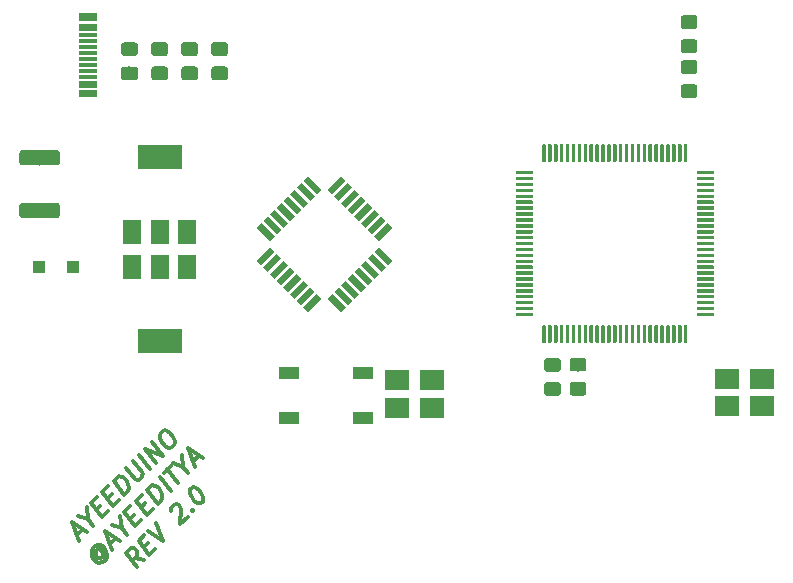
<source format=gbr>
G04 #@! TF.GenerationSoftware,KiCad,Pcbnew,(5.1.2-1)-1*
G04 #@! TF.CreationDate,2020-03-21T01:14:29+05:30*
G04 #@! TF.ProjectId,Mega,4d656761-2e6b-4696-9361-645f70636258,rev?*
G04 #@! TF.SameCoordinates,Original*
G04 #@! TF.FileFunction,Paste,Top*
G04 #@! TF.FilePolarity,Positive*
%FSLAX46Y46*%
G04 Gerber Fmt 4.6, Leading zero omitted, Abs format (unit mm)*
G04 Created by KiCad (PCBNEW (5.1.2-1)-1) date 2020-03-21 01:14:29*
%MOMM*%
%LPD*%
G04 APERTURE LIST*
%ADD10C,0.300000*%
%ADD11C,0.100000*%
%ADD12C,1.150000*%
%ADD13R,1.524000X0.299974*%
%ADD14R,1.500000X2.000000*%
%ADD15R,3.800000X2.000000*%
%ADD16R,2.100000X1.800000*%
%ADD17C,0.300000*%
%ADD18C,0.550000*%
%ADD19R,1.700000X1.000000*%
%ADD20C,1.300000*%
%ADD21R,1.100000X1.100000*%
G04 APERTURE END LIST*
D10*
X19648304Y-69110504D02*
X20153380Y-68605428D01*
X19812454Y-69552446D02*
X19237930Y-68005650D01*
X20519561Y-68845339D01*
X20633203Y-67721545D02*
X21075145Y-68289755D01*
X19793514Y-67450066D02*
X20633203Y-67721545D01*
X20500620Y-66742959D01*
X21296115Y-66957617D02*
X21649669Y-66604063D01*
X22287328Y-67077572D02*
X21782251Y-67582649D01*
X20854174Y-66389406D01*
X21359250Y-65884330D01*
X22255760Y-65997972D02*
X22609314Y-65644418D01*
X23246973Y-66117927D02*
X22741896Y-66623004D01*
X21813819Y-65429761D01*
X22318895Y-64924685D01*
X23701541Y-65663359D02*
X22773464Y-64470116D01*
X23026002Y-64217578D01*
X23221719Y-64122876D01*
X23411122Y-64135503D01*
X23550018Y-64198638D01*
X23777303Y-64375414D01*
X23909885Y-64545877D01*
X24036154Y-64823669D01*
X24074035Y-64987819D01*
X24061408Y-65202477D01*
X23954079Y-65410821D01*
X23701541Y-65663359D01*
X23834124Y-63409456D02*
X24585425Y-64375414D01*
X24724321Y-64438549D01*
X24819022Y-64444862D01*
X24964232Y-64400668D01*
X25166262Y-64198638D01*
X25223083Y-64040801D01*
X25229397Y-63933472D01*
X25191516Y-63769323D01*
X24440215Y-62803364D01*
X25873369Y-63491531D02*
X24945292Y-62298288D01*
X26378445Y-62986454D02*
X25450368Y-61793212D01*
X26984537Y-62380363D01*
X26056459Y-61187120D01*
X26763566Y-60480013D02*
X26965597Y-60277983D01*
X27110806Y-60233789D01*
X27300210Y-60246416D01*
X27527494Y-60423192D01*
X27836853Y-60820940D01*
X27963122Y-61098732D01*
X27950495Y-61313389D01*
X27893674Y-61471226D01*
X27691644Y-61673256D01*
X27546434Y-61717450D01*
X27357031Y-61704823D01*
X27129746Y-61528047D01*
X26820387Y-61130299D01*
X26694118Y-60852507D01*
X26706745Y-60637850D01*
X26763566Y-60480013D01*
X21653457Y-70307535D02*
X21558755Y-70301221D01*
X21413545Y-70345415D01*
X21312530Y-70446431D01*
X21255709Y-70604267D01*
X21249396Y-70711596D01*
X21287276Y-70875746D01*
X21375665Y-70989388D01*
X21514561Y-71052522D01*
X21609262Y-71058836D01*
X21754472Y-71014642D01*
X21855487Y-70913626D01*
X21912308Y-70755790D01*
X21918622Y-70648461D01*
X21565068Y-70193893D02*
X21918622Y-70648461D01*
X22013323Y-70654775D01*
X22063831Y-70604267D01*
X22120652Y-70446431D01*
X22082771Y-70282281D01*
X21861801Y-69998176D01*
X21628203Y-69928728D01*
X21388292Y-69966608D01*
X21142067Y-70111818D01*
X20984231Y-70370669D01*
X20921096Y-70635834D01*
X20952663Y-70907313D01*
X21078932Y-71185105D01*
X21306217Y-71361881D01*
X21539814Y-71431329D01*
X21779726Y-71393449D01*
X22025950Y-71248239D01*
X22183787Y-70989388D01*
X22246921Y-70724223D01*
X22486832Y-69878220D02*
X22991909Y-69373144D01*
X22650982Y-70320162D02*
X22076458Y-68773366D01*
X23358089Y-69613055D01*
X23471731Y-68489260D02*
X23913673Y-69057471D01*
X22632042Y-68217782D02*
X23471731Y-68489260D01*
X23339149Y-67510675D01*
X24134644Y-67725332D02*
X24488197Y-67371779D01*
X25125856Y-67845288D02*
X24620780Y-68350364D01*
X23692702Y-67157121D01*
X24197778Y-66652045D01*
X25094289Y-66765687D02*
X25447842Y-66412134D01*
X26085501Y-66885643D02*
X25580425Y-67390719D01*
X24652347Y-66197477D01*
X25157423Y-65692400D01*
X26540070Y-66431074D02*
X25611992Y-65237832D01*
X25864530Y-64985294D01*
X26060247Y-64890592D01*
X26249651Y-64903219D01*
X26388547Y-64966353D01*
X26615831Y-65143130D01*
X26748414Y-65313593D01*
X26874683Y-65591385D01*
X26912563Y-65755535D01*
X26899936Y-65970192D01*
X26792608Y-66178536D01*
X26540070Y-66431074D01*
X27600730Y-65370414D02*
X26672652Y-64177171D01*
X27026205Y-63823618D02*
X27632297Y-63217527D01*
X28257329Y-64713815D02*
X27329251Y-63520572D01*
X28674017Y-63286975D02*
X29115959Y-63855185D01*
X27834328Y-63015496D02*
X28674017Y-63286975D01*
X28541434Y-62308389D01*
X29507393Y-62857660D02*
X30012469Y-62352583D01*
X29671542Y-63299601D02*
X29097018Y-61752805D01*
X30378649Y-62592495D01*
X25363242Y-71214146D02*
X24567746Y-70999489D01*
X24757150Y-71820238D02*
X23829072Y-70626995D01*
X24233133Y-70222934D01*
X24378343Y-70178740D01*
X24473045Y-70185053D01*
X24611941Y-70248188D01*
X24744523Y-70418651D01*
X24782404Y-70582801D01*
X24776090Y-70690130D01*
X24719269Y-70847966D01*
X24315208Y-71252027D01*
X25331674Y-70134546D02*
X25685228Y-69780992D01*
X26322886Y-70254501D02*
X25817810Y-70759578D01*
X24889733Y-69566335D01*
X25394809Y-69061259D01*
X25697855Y-68758213D02*
X26979486Y-69597902D01*
X26404961Y-68051106D01*
X27604518Y-67053581D02*
X27610831Y-66946252D01*
X27667652Y-66788416D01*
X27920190Y-66535877D01*
X28065400Y-66491683D01*
X28160101Y-66497997D01*
X28298997Y-66561131D01*
X28387386Y-66674773D01*
X28469461Y-66895744D01*
X28393699Y-68183689D01*
X29050298Y-67527090D01*
X29416479Y-66958879D02*
X29511180Y-66965192D01*
X29504867Y-67072521D01*
X29410165Y-67066207D01*
X29416479Y-66958879D01*
X29504867Y-67072521D01*
X29283896Y-65172171D02*
X29384911Y-65071156D01*
X29530121Y-65026962D01*
X29624823Y-65033275D01*
X29763719Y-65096410D01*
X29991003Y-65273187D01*
X30211974Y-65557292D01*
X30338243Y-65835084D01*
X30376124Y-65999234D01*
X30369810Y-66106563D01*
X30312989Y-66264399D01*
X30211974Y-66365414D01*
X30066764Y-66409608D01*
X29972063Y-66403295D01*
X29833167Y-66340160D01*
X29605882Y-66163384D01*
X29384911Y-65879278D01*
X29258642Y-65601486D01*
X29220762Y-65437336D01*
X29227075Y-65330008D01*
X29283896Y-65172171D01*
D11*
G36*
X24599505Y-27376204D02*
G01*
X24623773Y-27379804D01*
X24647572Y-27385765D01*
X24670671Y-27394030D01*
X24692850Y-27404520D01*
X24713893Y-27417132D01*
X24733599Y-27431747D01*
X24751777Y-27448223D01*
X24768253Y-27466401D01*
X24782868Y-27486107D01*
X24795480Y-27507150D01*
X24805970Y-27529329D01*
X24814235Y-27552428D01*
X24820196Y-27576227D01*
X24823796Y-27600495D01*
X24825000Y-27624999D01*
X24825000Y-28275001D01*
X24823796Y-28299505D01*
X24820196Y-28323773D01*
X24814235Y-28347572D01*
X24805970Y-28370671D01*
X24795480Y-28392850D01*
X24782868Y-28413893D01*
X24768253Y-28433599D01*
X24751777Y-28451777D01*
X24733599Y-28468253D01*
X24713893Y-28482868D01*
X24692850Y-28495480D01*
X24670671Y-28505970D01*
X24647572Y-28514235D01*
X24623773Y-28520196D01*
X24599505Y-28523796D01*
X24575001Y-28525000D01*
X23674999Y-28525000D01*
X23650495Y-28523796D01*
X23626227Y-28520196D01*
X23602428Y-28514235D01*
X23579329Y-28505970D01*
X23557150Y-28495480D01*
X23536107Y-28482868D01*
X23516401Y-28468253D01*
X23498223Y-28451777D01*
X23481747Y-28433599D01*
X23467132Y-28413893D01*
X23454520Y-28392850D01*
X23444030Y-28370671D01*
X23435765Y-28347572D01*
X23429804Y-28323773D01*
X23426204Y-28299505D01*
X23425000Y-28275001D01*
X23425000Y-27624999D01*
X23426204Y-27600495D01*
X23429804Y-27576227D01*
X23435765Y-27552428D01*
X23444030Y-27529329D01*
X23454520Y-27507150D01*
X23467132Y-27486107D01*
X23481747Y-27466401D01*
X23498223Y-27448223D01*
X23516401Y-27431747D01*
X23536107Y-27417132D01*
X23557150Y-27404520D01*
X23579329Y-27394030D01*
X23602428Y-27385765D01*
X23626227Y-27379804D01*
X23650495Y-27376204D01*
X23674999Y-27375000D01*
X24575001Y-27375000D01*
X24599505Y-27376204D01*
X24599505Y-27376204D01*
G37*
D12*
X24125000Y-27950000D03*
D11*
G36*
X24599505Y-29426204D02*
G01*
X24623773Y-29429804D01*
X24647572Y-29435765D01*
X24670671Y-29444030D01*
X24692850Y-29454520D01*
X24713893Y-29467132D01*
X24733599Y-29481747D01*
X24751777Y-29498223D01*
X24768253Y-29516401D01*
X24782868Y-29536107D01*
X24795480Y-29557150D01*
X24805970Y-29579329D01*
X24814235Y-29602428D01*
X24820196Y-29626227D01*
X24823796Y-29650495D01*
X24825000Y-29674999D01*
X24825000Y-30325001D01*
X24823796Y-30349505D01*
X24820196Y-30373773D01*
X24814235Y-30397572D01*
X24805970Y-30420671D01*
X24795480Y-30442850D01*
X24782868Y-30463893D01*
X24768253Y-30483599D01*
X24751777Y-30501777D01*
X24733599Y-30518253D01*
X24713893Y-30532868D01*
X24692850Y-30545480D01*
X24670671Y-30555970D01*
X24647572Y-30564235D01*
X24623773Y-30570196D01*
X24599505Y-30573796D01*
X24575001Y-30575000D01*
X23674999Y-30575000D01*
X23650495Y-30573796D01*
X23626227Y-30570196D01*
X23602428Y-30564235D01*
X23579329Y-30555970D01*
X23557150Y-30545480D01*
X23536107Y-30532868D01*
X23516401Y-30518253D01*
X23498223Y-30501777D01*
X23481747Y-30483599D01*
X23467132Y-30463893D01*
X23454520Y-30442850D01*
X23444030Y-30420671D01*
X23435765Y-30397572D01*
X23429804Y-30373773D01*
X23426204Y-30349505D01*
X23425000Y-30325001D01*
X23425000Y-29674999D01*
X23426204Y-29650495D01*
X23429804Y-29626227D01*
X23435765Y-29602428D01*
X23444030Y-29579329D01*
X23454520Y-29557150D01*
X23467132Y-29536107D01*
X23481747Y-29516401D01*
X23498223Y-29498223D01*
X23516401Y-29481747D01*
X23536107Y-29467132D01*
X23557150Y-29454520D01*
X23579329Y-29444030D01*
X23602428Y-29435765D01*
X23626227Y-29429804D01*
X23650495Y-29426204D01*
X23674999Y-29425000D01*
X24575001Y-29425000D01*
X24599505Y-29426204D01*
X24599505Y-29426204D01*
G37*
D12*
X24125000Y-30000000D03*
D13*
X20574000Y-31813500D03*
X20574000Y-31559500D03*
X20574000Y-31051500D03*
X20574000Y-30797500D03*
X20574000Y-30289500D03*
X20574000Y-29781500D03*
X20574000Y-29273500D03*
X20574000Y-28765500D03*
X20574000Y-28257500D03*
X20574000Y-27749500D03*
X20574000Y-27241500D03*
X20574000Y-26733500D03*
X20574000Y-26225500D03*
X20574000Y-25971500D03*
X20574000Y-25380000D03*
X20574000Y-25082500D03*
D14*
X24370000Y-43420000D03*
X28970000Y-43420000D03*
X26670000Y-43420000D03*
D15*
X26670000Y-37120000D03*
D16*
X77650000Y-58180000D03*
X74750000Y-58180000D03*
X74750000Y-55880000D03*
X77650000Y-55880000D03*
X49710000Y-58300000D03*
X46810000Y-58300000D03*
X46810000Y-56000000D03*
X49710000Y-56000000D03*
D11*
G36*
X62577505Y-56131704D02*
G01*
X62601773Y-56135304D01*
X62625572Y-56141265D01*
X62648671Y-56149530D01*
X62670850Y-56160020D01*
X62691893Y-56172632D01*
X62711599Y-56187247D01*
X62729777Y-56203723D01*
X62746253Y-56221901D01*
X62760868Y-56241607D01*
X62773480Y-56262650D01*
X62783970Y-56284829D01*
X62792235Y-56307928D01*
X62798196Y-56331727D01*
X62801796Y-56355995D01*
X62803000Y-56380499D01*
X62803000Y-57030501D01*
X62801796Y-57055005D01*
X62798196Y-57079273D01*
X62792235Y-57103072D01*
X62783970Y-57126171D01*
X62773480Y-57148350D01*
X62760868Y-57169393D01*
X62746253Y-57189099D01*
X62729777Y-57207277D01*
X62711599Y-57223753D01*
X62691893Y-57238368D01*
X62670850Y-57250980D01*
X62648671Y-57261470D01*
X62625572Y-57269735D01*
X62601773Y-57275696D01*
X62577505Y-57279296D01*
X62553001Y-57280500D01*
X61652999Y-57280500D01*
X61628495Y-57279296D01*
X61604227Y-57275696D01*
X61580428Y-57269735D01*
X61557329Y-57261470D01*
X61535150Y-57250980D01*
X61514107Y-57238368D01*
X61494401Y-57223753D01*
X61476223Y-57207277D01*
X61459747Y-57189099D01*
X61445132Y-57169393D01*
X61432520Y-57148350D01*
X61422030Y-57126171D01*
X61413765Y-57103072D01*
X61407804Y-57079273D01*
X61404204Y-57055005D01*
X61403000Y-57030501D01*
X61403000Y-56380499D01*
X61404204Y-56355995D01*
X61407804Y-56331727D01*
X61413765Y-56307928D01*
X61422030Y-56284829D01*
X61432520Y-56262650D01*
X61445132Y-56241607D01*
X61459747Y-56221901D01*
X61476223Y-56203723D01*
X61494401Y-56187247D01*
X61514107Y-56172632D01*
X61535150Y-56160020D01*
X61557329Y-56149530D01*
X61580428Y-56141265D01*
X61604227Y-56135304D01*
X61628495Y-56131704D01*
X61652999Y-56130500D01*
X62553001Y-56130500D01*
X62577505Y-56131704D01*
X62577505Y-56131704D01*
G37*
D12*
X62103000Y-56705500D03*
D11*
G36*
X62577505Y-54081704D02*
G01*
X62601773Y-54085304D01*
X62625572Y-54091265D01*
X62648671Y-54099530D01*
X62670850Y-54110020D01*
X62691893Y-54122632D01*
X62711599Y-54137247D01*
X62729777Y-54153723D01*
X62746253Y-54171901D01*
X62760868Y-54191607D01*
X62773480Y-54212650D01*
X62783970Y-54234829D01*
X62792235Y-54257928D01*
X62798196Y-54281727D01*
X62801796Y-54305995D01*
X62803000Y-54330499D01*
X62803000Y-54980501D01*
X62801796Y-55005005D01*
X62798196Y-55029273D01*
X62792235Y-55053072D01*
X62783970Y-55076171D01*
X62773480Y-55098350D01*
X62760868Y-55119393D01*
X62746253Y-55139099D01*
X62729777Y-55157277D01*
X62711599Y-55173753D01*
X62691893Y-55188368D01*
X62670850Y-55200980D01*
X62648671Y-55211470D01*
X62625572Y-55219735D01*
X62601773Y-55225696D01*
X62577505Y-55229296D01*
X62553001Y-55230500D01*
X61652999Y-55230500D01*
X61628495Y-55229296D01*
X61604227Y-55225696D01*
X61580428Y-55219735D01*
X61557329Y-55211470D01*
X61535150Y-55200980D01*
X61514107Y-55188368D01*
X61494401Y-55173753D01*
X61476223Y-55157277D01*
X61459747Y-55139099D01*
X61445132Y-55119393D01*
X61432520Y-55098350D01*
X61422030Y-55076171D01*
X61413765Y-55053072D01*
X61407804Y-55029273D01*
X61404204Y-55005005D01*
X61403000Y-54980501D01*
X61403000Y-54330499D01*
X61404204Y-54305995D01*
X61407804Y-54281727D01*
X61413765Y-54257928D01*
X61422030Y-54234829D01*
X61432520Y-54212650D01*
X61445132Y-54191607D01*
X61459747Y-54171901D01*
X61476223Y-54153723D01*
X61494401Y-54137247D01*
X61514107Y-54122632D01*
X61535150Y-54110020D01*
X61557329Y-54099530D01*
X61580428Y-54091265D01*
X61604227Y-54085304D01*
X61628495Y-54081704D01*
X61652999Y-54080500D01*
X62553001Y-54080500D01*
X62577505Y-54081704D01*
X62577505Y-54081704D01*
G37*
D12*
X62103000Y-54655500D03*
D11*
G36*
X59296351Y-36007861D02*
G01*
X59303632Y-36008941D01*
X59310771Y-36010729D01*
X59317701Y-36013209D01*
X59324355Y-36016356D01*
X59330668Y-36020140D01*
X59336579Y-36024524D01*
X59342033Y-36029467D01*
X59346976Y-36034921D01*
X59351360Y-36040832D01*
X59355144Y-36047145D01*
X59358291Y-36053799D01*
X59360771Y-36060729D01*
X59362559Y-36067868D01*
X59363639Y-36075149D01*
X59364000Y-36082500D01*
X59364000Y-37407500D01*
X59363639Y-37414851D01*
X59362559Y-37422132D01*
X59360771Y-37429271D01*
X59358291Y-37436201D01*
X59355144Y-37442855D01*
X59351360Y-37449168D01*
X59346976Y-37455079D01*
X59342033Y-37460533D01*
X59336579Y-37465476D01*
X59330668Y-37469860D01*
X59324355Y-37473644D01*
X59317701Y-37476791D01*
X59310771Y-37479271D01*
X59303632Y-37481059D01*
X59296351Y-37482139D01*
X59289000Y-37482500D01*
X59139000Y-37482500D01*
X59131649Y-37482139D01*
X59124368Y-37481059D01*
X59117229Y-37479271D01*
X59110299Y-37476791D01*
X59103645Y-37473644D01*
X59097332Y-37469860D01*
X59091421Y-37465476D01*
X59085967Y-37460533D01*
X59081024Y-37455079D01*
X59076640Y-37449168D01*
X59072856Y-37442855D01*
X59069709Y-37436201D01*
X59067229Y-37429271D01*
X59065441Y-37422132D01*
X59064361Y-37414851D01*
X59064000Y-37407500D01*
X59064000Y-36082500D01*
X59064361Y-36075149D01*
X59065441Y-36067868D01*
X59067229Y-36060729D01*
X59069709Y-36053799D01*
X59072856Y-36047145D01*
X59076640Y-36040832D01*
X59081024Y-36034921D01*
X59085967Y-36029467D01*
X59091421Y-36024524D01*
X59097332Y-36020140D01*
X59103645Y-36016356D01*
X59110299Y-36013209D01*
X59117229Y-36010729D01*
X59124368Y-36008941D01*
X59131649Y-36007861D01*
X59139000Y-36007500D01*
X59289000Y-36007500D01*
X59296351Y-36007861D01*
X59296351Y-36007861D01*
G37*
D17*
X59214000Y-36745000D03*
D11*
G36*
X59796351Y-36007861D02*
G01*
X59803632Y-36008941D01*
X59810771Y-36010729D01*
X59817701Y-36013209D01*
X59824355Y-36016356D01*
X59830668Y-36020140D01*
X59836579Y-36024524D01*
X59842033Y-36029467D01*
X59846976Y-36034921D01*
X59851360Y-36040832D01*
X59855144Y-36047145D01*
X59858291Y-36053799D01*
X59860771Y-36060729D01*
X59862559Y-36067868D01*
X59863639Y-36075149D01*
X59864000Y-36082500D01*
X59864000Y-37407500D01*
X59863639Y-37414851D01*
X59862559Y-37422132D01*
X59860771Y-37429271D01*
X59858291Y-37436201D01*
X59855144Y-37442855D01*
X59851360Y-37449168D01*
X59846976Y-37455079D01*
X59842033Y-37460533D01*
X59836579Y-37465476D01*
X59830668Y-37469860D01*
X59824355Y-37473644D01*
X59817701Y-37476791D01*
X59810771Y-37479271D01*
X59803632Y-37481059D01*
X59796351Y-37482139D01*
X59789000Y-37482500D01*
X59639000Y-37482500D01*
X59631649Y-37482139D01*
X59624368Y-37481059D01*
X59617229Y-37479271D01*
X59610299Y-37476791D01*
X59603645Y-37473644D01*
X59597332Y-37469860D01*
X59591421Y-37465476D01*
X59585967Y-37460533D01*
X59581024Y-37455079D01*
X59576640Y-37449168D01*
X59572856Y-37442855D01*
X59569709Y-37436201D01*
X59567229Y-37429271D01*
X59565441Y-37422132D01*
X59564361Y-37414851D01*
X59564000Y-37407500D01*
X59564000Y-36082500D01*
X59564361Y-36075149D01*
X59565441Y-36067868D01*
X59567229Y-36060729D01*
X59569709Y-36053799D01*
X59572856Y-36047145D01*
X59576640Y-36040832D01*
X59581024Y-36034921D01*
X59585967Y-36029467D01*
X59591421Y-36024524D01*
X59597332Y-36020140D01*
X59603645Y-36016356D01*
X59610299Y-36013209D01*
X59617229Y-36010729D01*
X59624368Y-36008941D01*
X59631649Y-36007861D01*
X59639000Y-36007500D01*
X59789000Y-36007500D01*
X59796351Y-36007861D01*
X59796351Y-36007861D01*
G37*
D17*
X59714000Y-36745000D03*
D11*
G36*
X60296351Y-36007861D02*
G01*
X60303632Y-36008941D01*
X60310771Y-36010729D01*
X60317701Y-36013209D01*
X60324355Y-36016356D01*
X60330668Y-36020140D01*
X60336579Y-36024524D01*
X60342033Y-36029467D01*
X60346976Y-36034921D01*
X60351360Y-36040832D01*
X60355144Y-36047145D01*
X60358291Y-36053799D01*
X60360771Y-36060729D01*
X60362559Y-36067868D01*
X60363639Y-36075149D01*
X60364000Y-36082500D01*
X60364000Y-37407500D01*
X60363639Y-37414851D01*
X60362559Y-37422132D01*
X60360771Y-37429271D01*
X60358291Y-37436201D01*
X60355144Y-37442855D01*
X60351360Y-37449168D01*
X60346976Y-37455079D01*
X60342033Y-37460533D01*
X60336579Y-37465476D01*
X60330668Y-37469860D01*
X60324355Y-37473644D01*
X60317701Y-37476791D01*
X60310771Y-37479271D01*
X60303632Y-37481059D01*
X60296351Y-37482139D01*
X60289000Y-37482500D01*
X60139000Y-37482500D01*
X60131649Y-37482139D01*
X60124368Y-37481059D01*
X60117229Y-37479271D01*
X60110299Y-37476791D01*
X60103645Y-37473644D01*
X60097332Y-37469860D01*
X60091421Y-37465476D01*
X60085967Y-37460533D01*
X60081024Y-37455079D01*
X60076640Y-37449168D01*
X60072856Y-37442855D01*
X60069709Y-37436201D01*
X60067229Y-37429271D01*
X60065441Y-37422132D01*
X60064361Y-37414851D01*
X60064000Y-37407500D01*
X60064000Y-36082500D01*
X60064361Y-36075149D01*
X60065441Y-36067868D01*
X60067229Y-36060729D01*
X60069709Y-36053799D01*
X60072856Y-36047145D01*
X60076640Y-36040832D01*
X60081024Y-36034921D01*
X60085967Y-36029467D01*
X60091421Y-36024524D01*
X60097332Y-36020140D01*
X60103645Y-36016356D01*
X60110299Y-36013209D01*
X60117229Y-36010729D01*
X60124368Y-36008941D01*
X60131649Y-36007861D01*
X60139000Y-36007500D01*
X60289000Y-36007500D01*
X60296351Y-36007861D01*
X60296351Y-36007861D01*
G37*
D17*
X60214000Y-36745000D03*
D11*
G36*
X60796351Y-36007861D02*
G01*
X60803632Y-36008941D01*
X60810771Y-36010729D01*
X60817701Y-36013209D01*
X60824355Y-36016356D01*
X60830668Y-36020140D01*
X60836579Y-36024524D01*
X60842033Y-36029467D01*
X60846976Y-36034921D01*
X60851360Y-36040832D01*
X60855144Y-36047145D01*
X60858291Y-36053799D01*
X60860771Y-36060729D01*
X60862559Y-36067868D01*
X60863639Y-36075149D01*
X60864000Y-36082500D01*
X60864000Y-37407500D01*
X60863639Y-37414851D01*
X60862559Y-37422132D01*
X60860771Y-37429271D01*
X60858291Y-37436201D01*
X60855144Y-37442855D01*
X60851360Y-37449168D01*
X60846976Y-37455079D01*
X60842033Y-37460533D01*
X60836579Y-37465476D01*
X60830668Y-37469860D01*
X60824355Y-37473644D01*
X60817701Y-37476791D01*
X60810771Y-37479271D01*
X60803632Y-37481059D01*
X60796351Y-37482139D01*
X60789000Y-37482500D01*
X60639000Y-37482500D01*
X60631649Y-37482139D01*
X60624368Y-37481059D01*
X60617229Y-37479271D01*
X60610299Y-37476791D01*
X60603645Y-37473644D01*
X60597332Y-37469860D01*
X60591421Y-37465476D01*
X60585967Y-37460533D01*
X60581024Y-37455079D01*
X60576640Y-37449168D01*
X60572856Y-37442855D01*
X60569709Y-37436201D01*
X60567229Y-37429271D01*
X60565441Y-37422132D01*
X60564361Y-37414851D01*
X60564000Y-37407500D01*
X60564000Y-36082500D01*
X60564361Y-36075149D01*
X60565441Y-36067868D01*
X60567229Y-36060729D01*
X60569709Y-36053799D01*
X60572856Y-36047145D01*
X60576640Y-36040832D01*
X60581024Y-36034921D01*
X60585967Y-36029467D01*
X60591421Y-36024524D01*
X60597332Y-36020140D01*
X60603645Y-36016356D01*
X60610299Y-36013209D01*
X60617229Y-36010729D01*
X60624368Y-36008941D01*
X60631649Y-36007861D01*
X60639000Y-36007500D01*
X60789000Y-36007500D01*
X60796351Y-36007861D01*
X60796351Y-36007861D01*
G37*
D17*
X60714000Y-36745000D03*
D11*
G36*
X61296351Y-36007861D02*
G01*
X61303632Y-36008941D01*
X61310771Y-36010729D01*
X61317701Y-36013209D01*
X61324355Y-36016356D01*
X61330668Y-36020140D01*
X61336579Y-36024524D01*
X61342033Y-36029467D01*
X61346976Y-36034921D01*
X61351360Y-36040832D01*
X61355144Y-36047145D01*
X61358291Y-36053799D01*
X61360771Y-36060729D01*
X61362559Y-36067868D01*
X61363639Y-36075149D01*
X61364000Y-36082500D01*
X61364000Y-37407500D01*
X61363639Y-37414851D01*
X61362559Y-37422132D01*
X61360771Y-37429271D01*
X61358291Y-37436201D01*
X61355144Y-37442855D01*
X61351360Y-37449168D01*
X61346976Y-37455079D01*
X61342033Y-37460533D01*
X61336579Y-37465476D01*
X61330668Y-37469860D01*
X61324355Y-37473644D01*
X61317701Y-37476791D01*
X61310771Y-37479271D01*
X61303632Y-37481059D01*
X61296351Y-37482139D01*
X61289000Y-37482500D01*
X61139000Y-37482500D01*
X61131649Y-37482139D01*
X61124368Y-37481059D01*
X61117229Y-37479271D01*
X61110299Y-37476791D01*
X61103645Y-37473644D01*
X61097332Y-37469860D01*
X61091421Y-37465476D01*
X61085967Y-37460533D01*
X61081024Y-37455079D01*
X61076640Y-37449168D01*
X61072856Y-37442855D01*
X61069709Y-37436201D01*
X61067229Y-37429271D01*
X61065441Y-37422132D01*
X61064361Y-37414851D01*
X61064000Y-37407500D01*
X61064000Y-36082500D01*
X61064361Y-36075149D01*
X61065441Y-36067868D01*
X61067229Y-36060729D01*
X61069709Y-36053799D01*
X61072856Y-36047145D01*
X61076640Y-36040832D01*
X61081024Y-36034921D01*
X61085967Y-36029467D01*
X61091421Y-36024524D01*
X61097332Y-36020140D01*
X61103645Y-36016356D01*
X61110299Y-36013209D01*
X61117229Y-36010729D01*
X61124368Y-36008941D01*
X61131649Y-36007861D01*
X61139000Y-36007500D01*
X61289000Y-36007500D01*
X61296351Y-36007861D01*
X61296351Y-36007861D01*
G37*
D17*
X61214000Y-36745000D03*
D11*
G36*
X61796351Y-36007861D02*
G01*
X61803632Y-36008941D01*
X61810771Y-36010729D01*
X61817701Y-36013209D01*
X61824355Y-36016356D01*
X61830668Y-36020140D01*
X61836579Y-36024524D01*
X61842033Y-36029467D01*
X61846976Y-36034921D01*
X61851360Y-36040832D01*
X61855144Y-36047145D01*
X61858291Y-36053799D01*
X61860771Y-36060729D01*
X61862559Y-36067868D01*
X61863639Y-36075149D01*
X61864000Y-36082500D01*
X61864000Y-37407500D01*
X61863639Y-37414851D01*
X61862559Y-37422132D01*
X61860771Y-37429271D01*
X61858291Y-37436201D01*
X61855144Y-37442855D01*
X61851360Y-37449168D01*
X61846976Y-37455079D01*
X61842033Y-37460533D01*
X61836579Y-37465476D01*
X61830668Y-37469860D01*
X61824355Y-37473644D01*
X61817701Y-37476791D01*
X61810771Y-37479271D01*
X61803632Y-37481059D01*
X61796351Y-37482139D01*
X61789000Y-37482500D01*
X61639000Y-37482500D01*
X61631649Y-37482139D01*
X61624368Y-37481059D01*
X61617229Y-37479271D01*
X61610299Y-37476791D01*
X61603645Y-37473644D01*
X61597332Y-37469860D01*
X61591421Y-37465476D01*
X61585967Y-37460533D01*
X61581024Y-37455079D01*
X61576640Y-37449168D01*
X61572856Y-37442855D01*
X61569709Y-37436201D01*
X61567229Y-37429271D01*
X61565441Y-37422132D01*
X61564361Y-37414851D01*
X61564000Y-37407500D01*
X61564000Y-36082500D01*
X61564361Y-36075149D01*
X61565441Y-36067868D01*
X61567229Y-36060729D01*
X61569709Y-36053799D01*
X61572856Y-36047145D01*
X61576640Y-36040832D01*
X61581024Y-36034921D01*
X61585967Y-36029467D01*
X61591421Y-36024524D01*
X61597332Y-36020140D01*
X61603645Y-36016356D01*
X61610299Y-36013209D01*
X61617229Y-36010729D01*
X61624368Y-36008941D01*
X61631649Y-36007861D01*
X61639000Y-36007500D01*
X61789000Y-36007500D01*
X61796351Y-36007861D01*
X61796351Y-36007861D01*
G37*
D17*
X61714000Y-36745000D03*
D11*
G36*
X62296351Y-36007861D02*
G01*
X62303632Y-36008941D01*
X62310771Y-36010729D01*
X62317701Y-36013209D01*
X62324355Y-36016356D01*
X62330668Y-36020140D01*
X62336579Y-36024524D01*
X62342033Y-36029467D01*
X62346976Y-36034921D01*
X62351360Y-36040832D01*
X62355144Y-36047145D01*
X62358291Y-36053799D01*
X62360771Y-36060729D01*
X62362559Y-36067868D01*
X62363639Y-36075149D01*
X62364000Y-36082500D01*
X62364000Y-37407500D01*
X62363639Y-37414851D01*
X62362559Y-37422132D01*
X62360771Y-37429271D01*
X62358291Y-37436201D01*
X62355144Y-37442855D01*
X62351360Y-37449168D01*
X62346976Y-37455079D01*
X62342033Y-37460533D01*
X62336579Y-37465476D01*
X62330668Y-37469860D01*
X62324355Y-37473644D01*
X62317701Y-37476791D01*
X62310771Y-37479271D01*
X62303632Y-37481059D01*
X62296351Y-37482139D01*
X62289000Y-37482500D01*
X62139000Y-37482500D01*
X62131649Y-37482139D01*
X62124368Y-37481059D01*
X62117229Y-37479271D01*
X62110299Y-37476791D01*
X62103645Y-37473644D01*
X62097332Y-37469860D01*
X62091421Y-37465476D01*
X62085967Y-37460533D01*
X62081024Y-37455079D01*
X62076640Y-37449168D01*
X62072856Y-37442855D01*
X62069709Y-37436201D01*
X62067229Y-37429271D01*
X62065441Y-37422132D01*
X62064361Y-37414851D01*
X62064000Y-37407500D01*
X62064000Y-36082500D01*
X62064361Y-36075149D01*
X62065441Y-36067868D01*
X62067229Y-36060729D01*
X62069709Y-36053799D01*
X62072856Y-36047145D01*
X62076640Y-36040832D01*
X62081024Y-36034921D01*
X62085967Y-36029467D01*
X62091421Y-36024524D01*
X62097332Y-36020140D01*
X62103645Y-36016356D01*
X62110299Y-36013209D01*
X62117229Y-36010729D01*
X62124368Y-36008941D01*
X62131649Y-36007861D01*
X62139000Y-36007500D01*
X62289000Y-36007500D01*
X62296351Y-36007861D01*
X62296351Y-36007861D01*
G37*
D17*
X62214000Y-36745000D03*
D11*
G36*
X62796351Y-36007861D02*
G01*
X62803632Y-36008941D01*
X62810771Y-36010729D01*
X62817701Y-36013209D01*
X62824355Y-36016356D01*
X62830668Y-36020140D01*
X62836579Y-36024524D01*
X62842033Y-36029467D01*
X62846976Y-36034921D01*
X62851360Y-36040832D01*
X62855144Y-36047145D01*
X62858291Y-36053799D01*
X62860771Y-36060729D01*
X62862559Y-36067868D01*
X62863639Y-36075149D01*
X62864000Y-36082500D01*
X62864000Y-37407500D01*
X62863639Y-37414851D01*
X62862559Y-37422132D01*
X62860771Y-37429271D01*
X62858291Y-37436201D01*
X62855144Y-37442855D01*
X62851360Y-37449168D01*
X62846976Y-37455079D01*
X62842033Y-37460533D01*
X62836579Y-37465476D01*
X62830668Y-37469860D01*
X62824355Y-37473644D01*
X62817701Y-37476791D01*
X62810771Y-37479271D01*
X62803632Y-37481059D01*
X62796351Y-37482139D01*
X62789000Y-37482500D01*
X62639000Y-37482500D01*
X62631649Y-37482139D01*
X62624368Y-37481059D01*
X62617229Y-37479271D01*
X62610299Y-37476791D01*
X62603645Y-37473644D01*
X62597332Y-37469860D01*
X62591421Y-37465476D01*
X62585967Y-37460533D01*
X62581024Y-37455079D01*
X62576640Y-37449168D01*
X62572856Y-37442855D01*
X62569709Y-37436201D01*
X62567229Y-37429271D01*
X62565441Y-37422132D01*
X62564361Y-37414851D01*
X62564000Y-37407500D01*
X62564000Y-36082500D01*
X62564361Y-36075149D01*
X62565441Y-36067868D01*
X62567229Y-36060729D01*
X62569709Y-36053799D01*
X62572856Y-36047145D01*
X62576640Y-36040832D01*
X62581024Y-36034921D01*
X62585967Y-36029467D01*
X62591421Y-36024524D01*
X62597332Y-36020140D01*
X62603645Y-36016356D01*
X62610299Y-36013209D01*
X62617229Y-36010729D01*
X62624368Y-36008941D01*
X62631649Y-36007861D01*
X62639000Y-36007500D01*
X62789000Y-36007500D01*
X62796351Y-36007861D01*
X62796351Y-36007861D01*
G37*
D17*
X62714000Y-36745000D03*
D11*
G36*
X63296351Y-36007861D02*
G01*
X63303632Y-36008941D01*
X63310771Y-36010729D01*
X63317701Y-36013209D01*
X63324355Y-36016356D01*
X63330668Y-36020140D01*
X63336579Y-36024524D01*
X63342033Y-36029467D01*
X63346976Y-36034921D01*
X63351360Y-36040832D01*
X63355144Y-36047145D01*
X63358291Y-36053799D01*
X63360771Y-36060729D01*
X63362559Y-36067868D01*
X63363639Y-36075149D01*
X63364000Y-36082500D01*
X63364000Y-37407500D01*
X63363639Y-37414851D01*
X63362559Y-37422132D01*
X63360771Y-37429271D01*
X63358291Y-37436201D01*
X63355144Y-37442855D01*
X63351360Y-37449168D01*
X63346976Y-37455079D01*
X63342033Y-37460533D01*
X63336579Y-37465476D01*
X63330668Y-37469860D01*
X63324355Y-37473644D01*
X63317701Y-37476791D01*
X63310771Y-37479271D01*
X63303632Y-37481059D01*
X63296351Y-37482139D01*
X63289000Y-37482500D01*
X63139000Y-37482500D01*
X63131649Y-37482139D01*
X63124368Y-37481059D01*
X63117229Y-37479271D01*
X63110299Y-37476791D01*
X63103645Y-37473644D01*
X63097332Y-37469860D01*
X63091421Y-37465476D01*
X63085967Y-37460533D01*
X63081024Y-37455079D01*
X63076640Y-37449168D01*
X63072856Y-37442855D01*
X63069709Y-37436201D01*
X63067229Y-37429271D01*
X63065441Y-37422132D01*
X63064361Y-37414851D01*
X63064000Y-37407500D01*
X63064000Y-36082500D01*
X63064361Y-36075149D01*
X63065441Y-36067868D01*
X63067229Y-36060729D01*
X63069709Y-36053799D01*
X63072856Y-36047145D01*
X63076640Y-36040832D01*
X63081024Y-36034921D01*
X63085967Y-36029467D01*
X63091421Y-36024524D01*
X63097332Y-36020140D01*
X63103645Y-36016356D01*
X63110299Y-36013209D01*
X63117229Y-36010729D01*
X63124368Y-36008941D01*
X63131649Y-36007861D01*
X63139000Y-36007500D01*
X63289000Y-36007500D01*
X63296351Y-36007861D01*
X63296351Y-36007861D01*
G37*
D17*
X63214000Y-36745000D03*
D11*
G36*
X63796351Y-36007861D02*
G01*
X63803632Y-36008941D01*
X63810771Y-36010729D01*
X63817701Y-36013209D01*
X63824355Y-36016356D01*
X63830668Y-36020140D01*
X63836579Y-36024524D01*
X63842033Y-36029467D01*
X63846976Y-36034921D01*
X63851360Y-36040832D01*
X63855144Y-36047145D01*
X63858291Y-36053799D01*
X63860771Y-36060729D01*
X63862559Y-36067868D01*
X63863639Y-36075149D01*
X63864000Y-36082500D01*
X63864000Y-37407500D01*
X63863639Y-37414851D01*
X63862559Y-37422132D01*
X63860771Y-37429271D01*
X63858291Y-37436201D01*
X63855144Y-37442855D01*
X63851360Y-37449168D01*
X63846976Y-37455079D01*
X63842033Y-37460533D01*
X63836579Y-37465476D01*
X63830668Y-37469860D01*
X63824355Y-37473644D01*
X63817701Y-37476791D01*
X63810771Y-37479271D01*
X63803632Y-37481059D01*
X63796351Y-37482139D01*
X63789000Y-37482500D01*
X63639000Y-37482500D01*
X63631649Y-37482139D01*
X63624368Y-37481059D01*
X63617229Y-37479271D01*
X63610299Y-37476791D01*
X63603645Y-37473644D01*
X63597332Y-37469860D01*
X63591421Y-37465476D01*
X63585967Y-37460533D01*
X63581024Y-37455079D01*
X63576640Y-37449168D01*
X63572856Y-37442855D01*
X63569709Y-37436201D01*
X63567229Y-37429271D01*
X63565441Y-37422132D01*
X63564361Y-37414851D01*
X63564000Y-37407500D01*
X63564000Y-36082500D01*
X63564361Y-36075149D01*
X63565441Y-36067868D01*
X63567229Y-36060729D01*
X63569709Y-36053799D01*
X63572856Y-36047145D01*
X63576640Y-36040832D01*
X63581024Y-36034921D01*
X63585967Y-36029467D01*
X63591421Y-36024524D01*
X63597332Y-36020140D01*
X63603645Y-36016356D01*
X63610299Y-36013209D01*
X63617229Y-36010729D01*
X63624368Y-36008941D01*
X63631649Y-36007861D01*
X63639000Y-36007500D01*
X63789000Y-36007500D01*
X63796351Y-36007861D01*
X63796351Y-36007861D01*
G37*
D17*
X63714000Y-36745000D03*
D11*
G36*
X64296351Y-36007861D02*
G01*
X64303632Y-36008941D01*
X64310771Y-36010729D01*
X64317701Y-36013209D01*
X64324355Y-36016356D01*
X64330668Y-36020140D01*
X64336579Y-36024524D01*
X64342033Y-36029467D01*
X64346976Y-36034921D01*
X64351360Y-36040832D01*
X64355144Y-36047145D01*
X64358291Y-36053799D01*
X64360771Y-36060729D01*
X64362559Y-36067868D01*
X64363639Y-36075149D01*
X64364000Y-36082500D01*
X64364000Y-37407500D01*
X64363639Y-37414851D01*
X64362559Y-37422132D01*
X64360771Y-37429271D01*
X64358291Y-37436201D01*
X64355144Y-37442855D01*
X64351360Y-37449168D01*
X64346976Y-37455079D01*
X64342033Y-37460533D01*
X64336579Y-37465476D01*
X64330668Y-37469860D01*
X64324355Y-37473644D01*
X64317701Y-37476791D01*
X64310771Y-37479271D01*
X64303632Y-37481059D01*
X64296351Y-37482139D01*
X64289000Y-37482500D01*
X64139000Y-37482500D01*
X64131649Y-37482139D01*
X64124368Y-37481059D01*
X64117229Y-37479271D01*
X64110299Y-37476791D01*
X64103645Y-37473644D01*
X64097332Y-37469860D01*
X64091421Y-37465476D01*
X64085967Y-37460533D01*
X64081024Y-37455079D01*
X64076640Y-37449168D01*
X64072856Y-37442855D01*
X64069709Y-37436201D01*
X64067229Y-37429271D01*
X64065441Y-37422132D01*
X64064361Y-37414851D01*
X64064000Y-37407500D01*
X64064000Y-36082500D01*
X64064361Y-36075149D01*
X64065441Y-36067868D01*
X64067229Y-36060729D01*
X64069709Y-36053799D01*
X64072856Y-36047145D01*
X64076640Y-36040832D01*
X64081024Y-36034921D01*
X64085967Y-36029467D01*
X64091421Y-36024524D01*
X64097332Y-36020140D01*
X64103645Y-36016356D01*
X64110299Y-36013209D01*
X64117229Y-36010729D01*
X64124368Y-36008941D01*
X64131649Y-36007861D01*
X64139000Y-36007500D01*
X64289000Y-36007500D01*
X64296351Y-36007861D01*
X64296351Y-36007861D01*
G37*
D17*
X64214000Y-36745000D03*
D11*
G36*
X64796351Y-36007861D02*
G01*
X64803632Y-36008941D01*
X64810771Y-36010729D01*
X64817701Y-36013209D01*
X64824355Y-36016356D01*
X64830668Y-36020140D01*
X64836579Y-36024524D01*
X64842033Y-36029467D01*
X64846976Y-36034921D01*
X64851360Y-36040832D01*
X64855144Y-36047145D01*
X64858291Y-36053799D01*
X64860771Y-36060729D01*
X64862559Y-36067868D01*
X64863639Y-36075149D01*
X64864000Y-36082500D01*
X64864000Y-37407500D01*
X64863639Y-37414851D01*
X64862559Y-37422132D01*
X64860771Y-37429271D01*
X64858291Y-37436201D01*
X64855144Y-37442855D01*
X64851360Y-37449168D01*
X64846976Y-37455079D01*
X64842033Y-37460533D01*
X64836579Y-37465476D01*
X64830668Y-37469860D01*
X64824355Y-37473644D01*
X64817701Y-37476791D01*
X64810771Y-37479271D01*
X64803632Y-37481059D01*
X64796351Y-37482139D01*
X64789000Y-37482500D01*
X64639000Y-37482500D01*
X64631649Y-37482139D01*
X64624368Y-37481059D01*
X64617229Y-37479271D01*
X64610299Y-37476791D01*
X64603645Y-37473644D01*
X64597332Y-37469860D01*
X64591421Y-37465476D01*
X64585967Y-37460533D01*
X64581024Y-37455079D01*
X64576640Y-37449168D01*
X64572856Y-37442855D01*
X64569709Y-37436201D01*
X64567229Y-37429271D01*
X64565441Y-37422132D01*
X64564361Y-37414851D01*
X64564000Y-37407500D01*
X64564000Y-36082500D01*
X64564361Y-36075149D01*
X64565441Y-36067868D01*
X64567229Y-36060729D01*
X64569709Y-36053799D01*
X64572856Y-36047145D01*
X64576640Y-36040832D01*
X64581024Y-36034921D01*
X64585967Y-36029467D01*
X64591421Y-36024524D01*
X64597332Y-36020140D01*
X64603645Y-36016356D01*
X64610299Y-36013209D01*
X64617229Y-36010729D01*
X64624368Y-36008941D01*
X64631649Y-36007861D01*
X64639000Y-36007500D01*
X64789000Y-36007500D01*
X64796351Y-36007861D01*
X64796351Y-36007861D01*
G37*
D17*
X64714000Y-36745000D03*
D11*
G36*
X65296351Y-36007861D02*
G01*
X65303632Y-36008941D01*
X65310771Y-36010729D01*
X65317701Y-36013209D01*
X65324355Y-36016356D01*
X65330668Y-36020140D01*
X65336579Y-36024524D01*
X65342033Y-36029467D01*
X65346976Y-36034921D01*
X65351360Y-36040832D01*
X65355144Y-36047145D01*
X65358291Y-36053799D01*
X65360771Y-36060729D01*
X65362559Y-36067868D01*
X65363639Y-36075149D01*
X65364000Y-36082500D01*
X65364000Y-37407500D01*
X65363639Y-37414851D01*
X65362559Y-37422132D01*
X65360771Y-37429271D01*
X65358291Y-37436201D01*
X65355144Y-37442855D01*
X65351360Y-37449168D01*
X65346976Y-37455079D01*
X65342033Y-37460533D01*
X65336579Y-37465476D01*
X65330668Y-37469860D01*
X65324355Y-37473644D01*
X65317701Y-37476791D01*
X65310771Y-37479271D01*
X65303632Y-37481059D01*
X65296351Y-37482139D01*
X65289000Y-37482500D01*
X65139000Y-37482500D01*
X65131649Y-37482139D01*
X65124368Y-37481059D01*
X65117229Y-37479271D01*
X65110299Y-37476791D01*
X65103645Y-37473644D01*
X65097332Y-37469860D01*
X65091421Y-37465476D01*
X65085967Y-37460533D01*
X65081024Y-37455079D01*
X65076640Y-37449168D01*
X65072856Y-37442855D01*
X65069709Y-37436201D01*
X65067229Y-37429271D01*
X65065441Y-37422132D01*
X65064361Y-37414851D01*
X65064000Y-37407500D01*
X65064000Y-36082500D01*
X65064361Y-36075149D01*
X65065441Y-36067868D01*
X65067229Y-36060729D01*
X65069709Y-36053799D01*
X65072856Y-36047145D01*
X65076640Y-36040832D01*
X65081024Y-36034921D01*
X65085967Y-36029467D01*
X65091421Y-36024524D01*
X65097332Y-36020140D01*
X65103645Y-36016356D01*
X65110299Y-36013209D01*
X65117229Y-36010729D01*
X65124368Y-36008941D01*
X65131649Y-36007861D01*
X65139000Y-36007500D01*
X65289000Y-36007500D01*
X65296351Y-36007861D01*
X65296351Y-36007861D01*
G37*
D17*
X65214000Y-36745000D03*
D11*
G36*
X65796351Y-36007861D02*
G01*
X65803632Y-36008941D01*
X65810771Y-36010729D01*
X65817701Y-36013209D01*
X65824355Y-36016356D01*
X65830668Y-36020140D01*
X65836579Y-36024524D01*
X65842033Y-36029467D01*
X65846976Y-36034921D01*
X65851360Y-36040832D01*
X65855144Y-36047145D01*
X65858291Y-36053799D01*
X65860771Y-36060729D01*
X65862559Y-36067868D01*
X65863639Y-36075149D01*
X65864000Y-36082500D01*
X65864000Y-37407500D01*
X65863639Y-37414851D01*
X65862559Y-37422132D01*
X65860771Y-37429271D01*
X65858291Y-37436201D01*
X65855144Y-37442855D01*
X65851360Y-37449168D01*
X65846976Y-37455079D01*
X65842033Y-37460533D01*
X65836579Y-37465476D01*
X65830668Y-37469860D01*
X65824355Y-37473644D01*
X65817701Y-37476791D01*
X65810771Y-37479271D01*
X65803632Y-37481059D01*
X65796351Y-37482139D01*
X65789000Y-37482500D01*
X65639000Y-37482500D01*
X65631649Y-37482139D01*
X65624368Y-37481059D01*
X65617229Y-37479271D01*
X65610299Y-37476791D01*
X65603645Y-37473644D01*
X65597332Y-37469860D01*
X65591421Y-37465476D01*
X65585967Y-37460533D01*
X65581024Y-37455079D01*
X65576640Y-37449168D01*
X65572856Y-37442855D01*
X65569709Y-37436201D01*
X65567229Y-37429271D01*
X65565441Y-37422132D01*
X65564361Y-37414851D01*
X65564000Y-37407500D01*
X65564000Y-36082500D01*
X65564361Y-36075149D01*
X65565441Y-36067868D01*
X65567229Y-36060729D01*
X65569709Y-36053799D01*
X65572856Y-36047145D01*
X65576640Y-36040832D01*
X65581024Y-36034921D01*
X65585967Y-36029467D01*
X65591421Y-36024524D01*
X65597332Y-36020140D01*
X65603645Y-36016356D01*
X65610299Y-36013209D01*
X65617229Y-36010729D01*
X65624368Y-36008941D01*
X65631649Y-36007861D01*
X65639000Y-36007500D01*
X65789000Y-36007500D01*
X65796351Y-36007861D01*
X65796351Y-36007861D01*
G37*
D17*
X65714000Y-36745000D03*
D11*
G36*
X66296351Y-36007861D02*
G01*
X66303632Y-36008941D01*
X66310771Y-36010729D01*
X66317701Y-36013209D01*
X66324355Y-36016356D01*
X66330668Y-36020140D01*
X66336579Y-36024524D01*
X66342033Y-36029467D01*
X66346976Y-36034921D01*
X66351360Y-36040832D01*
X66355144Y-36047145D01*
X66358291Y-36053799D01*
X66360771Y-36060729D01*
X66362559Y-36067868D01*
X66363639Y-36075149D01*
X66364000Y-36082500D01*
X66364000Y-37407500D01*
X66363639Y-37414851D01*
X66362559Y-37422132D01*
X66360771Y-37429271D01*
X66358291Y-37436201D01*
X66355144Y-37442855D01*
X66351360Y-37449168D01*
X66346976Y-37455079D01*
X66342033Y-37460533D01*
X66336579Y-37465476D01*
X66330668Y-37469860D01*
X66324355Y-37473644D01*
X66317701Y-37476791D01*
X66310771Y-37479271D01*
X66303632Y-37481059D01*
X66296351Y-37482139D01*
X66289000Y-37482500D01*
X66139000Y-37482500D01*
X66131649Y-37482139D01*
X66124368Y-37481059D01*
X66117229Y-37479271D01*
X66110299Y-37476791D01*
X66103645Y-37473644D01*
X66097332Y-37469860D01*
X66091421Y-37465476D01*
X66085967Y-37460533D01*
X66081024Y-37455079D01*
X66076640Y-37449168D01*
X66072856Y-37442855D01*
X66069709Y-37436201D01*
X66067229Y-37429271D01*
X66065441Y-37422132D01*
X66064361Y-37414851D01*
X66064000Y-37407500D01*
X66064000Y-36082500D01*
X66064361Y-36075149D01*
X66065441Y-36067868D01*
X66067229Y-36060729D01*
X66069709Y-36053799D01*
X66072856Y-36047145D01*
X66076640Y-36040832D01*
X66081024Y-36034921D01*
X66085967Y-36029467D01*
X66091421Y-36024524D01*
X66097332Y-36020140D01*
X66103645Y-36016356D01*
X66110299Y-36013209D01*
X66117229Y-36010729D01*
X66124368Y-36008941D01*
X66131649Y-36007861D01*
X66139000Y-36007500D01*
X66289000Y-36007500D01*
X66296351Y-36007861D01*
X66296351Y-36007861D01*
G37*
D17*
X66214000Y-36745000D03*
D11*
G36*
X66796351Y-36007861D02*
G01*
X66803632Y-36008941D01*
X66810771Y-36010729D01*
X66817701Y-36013209D01*
X66824355Y-36016356D01*
X66830668Y-36020140D01*
X66836579Y-36024524D01*
X66842033Y-36029467D01*
X66846976Y-36034921D01*
X66851360Y-36040832D01*
X66855144Y-36047145D01*
X66858291Y-36053799D01*
X66860771Y-36060729D01*
X66862559Y-36067868D01*
X66863639Y-36075149D01*
X66864000Y-36082500D01*
X66864000Y-37407500D01*
X66863639Y-37414851D01*
X66862559Y-37422132D01*
X66860771Y-37429271D01*
X66858291Y-37436201D01*
X66855144Y-37442855D01*
X66851360Y-37449168D01*
X66846976Y-37455079D01*
X66842033Y-37460533D01*
X66836579Y-37465476D01*
X66830668Y-37469860D01*
X66824355Y-37473644D01*
X66817701Y-37476791D01*
X66810771Y-37479271D01*
X66803632Y-37481059D01*
X66796351Y-37482139D01*
X66789000Y-37482500D01*
X66639000Y-37482500D01*
X66631649Y-37482139D01*
X66624368Y-37481059D01*
X66617229Y-37479271D01*
X66610299Y-37476791D01*
X66603645Y-37473644D01*
X66597332Y-37469860D01*
X66591421Y-37465476D01*
X66585967Y-37460533D01*
X66581024Y-37455079D01*
X66576640Y-37449168D01*
X66572856Y-37442855D01*
X66569709Y-37436201D01*
X66567229Y-37429271D01*
X66565441Y-37422132D01*
X66564361Y-37414851D01*
X66564000Y-37407500D01*
X66564000Y-36082500D01*
X66564361Y-36075149D01*
X66565441Y-36067868D01*
X66567229Y-36060729D01*
X66569709Y-36053799D01*
X66572856Y-36047145D01*
X66576640Y-36040832D01*
X66581024Y-36034921D01*
X66585967Y-36029467D01*
X66591421Y-36024524D01*
X66597332Y-36020140D01*
X66603645Y-36016356D01*
X66610299Y-36013209D01*
X66617229Y-36010729D01*
X66624368Y-36008941D01*
X66631649Y-36007861D01*
X66639000Y-36007500D01*
X66789000Y-36007500D01*
X66796351Y-36007861D01*
X66796351Y-36007861D01*
G37*
D17*
X66714000Y-36745000D03*
D11*
G36*
X67296351Y-36007861D02*
G01*
X67303632Y-36008941D01*
X67310771Y-36010729D01*
X67317701Y-36013209D01*
X67324355Y-36016356D01*
X67330668Y-36020140D01*
X67336579Y-36024524D01*
X67342033Y-36029467D01*
X67346976Y-36034921D01*
X67351360Y-36040832D01*
X67355144Y-36047145D01*
X67358291Y-36053799D01*
X67360771Y-36060729D01*
X67362559Y-36067868D01*
X67363639Y-36075149D01*
X67364000Y-36082500D01*
X67364000Y-37407500D01*
X67363639Y-37414851D01*
X67362559Y-37422132D01*
X67360771Y-37429271D01*
X67358291Y-37436201D01*
X67355144Y-37442855D01*
X67351360Y-37449168D01*
X67346976Y-37455079D01*
X67342033Y-37460533D01*
X67336579Y-37465476D01*
X67330668Y-37469860D01*
X67324355Y-37473644D01*
X67317701Y-37476791D01*
X67310771Y-37479271D01*
X67303632Y-37481059D01*
X67296351Y-37482139D01*
X67289000Y-37482500D01*
X67139000Y-37482500D01*
X67131649Y-37482139D01*
X67124368Y-37481059D01*
X67117229Y-37479271D01*
X67110299Y-37476791D01*
X67103645Y-37473644D01*
X67097332Y-37469860D01*
X67091421Y-37465476D01*
X67085967Y-37460533D01*
X67081024Y-37455079D01*
X67076640Y-37449168D01*
X67072856Y-37442855D01*
X67069709Y-37436201D01*
X67067229Y-37429271D01*
X67065441Y-37422132D01*
X67064361Y-37414851D01*
X67064000Y-37407500D01*
X67064000Y-36082500D01*
X67064361Y-36075149D01*
X67065441Y-36067868D01*
X67067229Y-36060729D01*
X67069709Y-36053799D01*
X67072856Y-36047145D01*
X67076640Y-36040832D01*
X67081024Y-36034921D01*
X67085967Y-36029467D01*
X67091421Y-36024524D01*
X67097332Y-36020140D01*
X67103645Y-36016356D01*
X67110299Y-36013209D01*
X67117229Y-36010729D01*
X67124368Y-36008941D01*
X67131649Y-36007861D01*
X67139000Y-36007500D01*
X67289000Y-36007500D01*
X67296351Y-36007861D01*
X67296351Y-36007861D01*
G37*
D17*
X67214000Y-36745000D03*
D11*
G36*
X67796351Y-36007861D02*
G01*
X67803632Y-36008941D01*
X67810771Y-36010729D01*
X67817701Y-36013209D01*
X67824355Y-36016356D01*
X67830668Y-36020140D01*
X67836579Y-36024524D01*
X67842033Y-36029467D01*
X67846976Y-36034921D01*
X67851360Y-36040832D01*
X67855144Y-36047145D01*
X67858291Y-36053799D01*
X67860771Y-36060729D01*
X67862559Y-36067868D01*
X67863639Y-36075149D01*
X67864000Y-36082500D01*
X67864000Y-37407500D01*
X67863639Y-37414851D01*
X67862559Y-37422132D01*
X67860771Y-37429271D01*
X67858291Y-37436201D01*
X67855144Y-37442855D01*
X67851360Y-37449168D01*
X67846976Y-37455079D01*
X67842033Y-37460533D01*
X67836579Y-37465476D01*
X67830668Y-37469860D01*
X67824355Y-37473644D01*
X67817701Y-37476791D01*
X67810771Y-37479271D01*
X67803632Y-37481059D01*
X67796351Y-37482139D01*
X67789000Y-37482500D01*
X67639000Y-37482500D01*
X67631649Y-37482139D01*
X67624368Y-37481059D01*
X67617229Y-37479271D01*
X67610299Y-37476791D01*
X67603645Y-37473644D01*
X67597332Y-37469860D01*
X67591421Y-37465476D01*
X67585967Y-37460533D01*
X67581024Y-37455079D01*
X67576640Y-37449168D01*
X67572856Y-37442855D01*
X67569709Y-37436201D01*
X67567229Y-37429271D01*
X67565441Y-37422132D01*
X67564361Y-37414851D01*
X67564000Y-37407500D01*
X67564000Y-36082500D01*
X67564361Y-36075149D01*
X67565441Y-36067868D01*
X67567229Y-36060729D01*
X67569709Y-36053799D01*
X67572856Y-36047145D01*
X67576640Y-36040832D01*
X67581024Y-36034921D01*
X67585967Y-36029467D01*
X67591421Y-36024524D01*
X67597332Y-36020140D01*
X67603645Y-36016356D01*
X67610299Y-36013209D01*
X67617229Y-36010729D01*
X67624368Y-36008941D01*
X67631649Y-36007861D01*
X67639000Y-36007500D01*
X67789000Y-36007500D01*
X67796351Y-36007861D01*
X67796351Y-36007861D01*
G37*
D17*
X67714000Y-36745000D03*
D11*
G36*
X68296351Y-36007861D02*
G01*
X68303632Y-36008941D01*
X68310771Y-36010729D01*
X68317701Y-36013209D01*
X68324355Y-36016356D01*
X68330668Y-36020140D01*
X68336579Y-36024524D01*
X68342033Y-36029467D01*
X68346976Y-36034921D01*
X68351360Y-36040832D01*
X68355144Y-36047145D01*
X68358291Y-36053799D01*
X68360771Y-36060729D01*
X68362559Y-36067868D01*
X68363639Y-36075149D01*
X68364000Y-36082500D01*
X68364000Y-37407500D01*
X68363639Y-37414851D01*
X68362559Y-37422132D01*
X68360771Y-37429271D01*
X68358291Y-37436201D01*
X68355144Y-37442855D01*
X68351360Y-37449168D01*
X68346976Y-37455079D01*
X68342033Y-37460533D01*
X68336579Y-37465476D01*
X68330668Y-37469860D01*
X68324355Y-37473644D01*
X68317701Y-37476791D01*
X68310771Y-37479271D01*
X68303632Y-37481059D01*
X68296351Y-37482139D01*
X68289000Y-37482500D01*
X68139000Y-37482500D01*
X68131649Y-37482139D01*
X68124368Y-37481059D01*
X68117229Y-37479271D01*
X68110299Y-37476791D01*
X68103645Y-37473644D01*
X68097332Y-37469860D01*
X68091421Y-37465476D01*
X68085967Y-37460533D01*
X68081024Y-37455079D01*
X68076640Y-37449168D01*
X68072856Y-37442855D01*
X68069709Y-37436201D01*
X68067229Y-37429271D01*
X68065441Y-37422132D01*
X68064361Y-37414851D01*
X68064000Y-37407500D01*
X68064000Y-36082500D01*
X68064361Y-36075149D01*
X68065441Y-36067868D01*
X68067229Y-36060729D01*
X68069709Y-36053799D01*
X68072856Y-36047145D01*
X68076640Y-36040832D01*
X68081024Y-36034921D01*
X68085967Y-36029467D01*
X68091421Y-36024524D01*
X68097332Y-36020140D01*
X68103645Y-36016356D01*
X68110299Y-36013209D01*
X68117229Y-36010729D01*
X68124368Y-36008941D01*
X68131649Y-36007861D01*
X68139000Y-36007500D01*
X68289000Y-36007500D01*
X68296351Y-36007861D01*
X68296351Y-36007861D01*
G37*
D17*
X68214000Y-36745000D03*
D11*
G36*
X68796351Y-36007861D02*
G01*
X68803632Y-36008941D01*
X68810771Y-36010729D01*
X68817701Y-36013209D01*
X68824355Y-36016356D01*
X68830668Y-36020140D01*
X68836579Y-36024524D01*
X68842033Y-36029467D01*
X68846976Y-36034921D01*
X68851360Y-36040832D01*
X68855144Y-36047145D01*
X68858291Y-36053799D01*
X68860771Y-36060729D01*
X68862559Y-36067868D01*
X68863639Y-36075149D01*
X68864000Y-36082500D01*
X68864000Y-37407500D01*
X68863639Y-37414851D01*
X68862559Y-37422132D01*
X68860771Y-37429271D01*
X68858291Y-37436201D01*
X68855144Y-37442855D01*
X68851360Y-37449168D01*
X68846976Y-37455079D01*
X68842033Y-37460533D01*
X68836579Y-37465476D01*
X68830668Y-37469860D01*
X68824355Y-37473644D01*
X68817701Y-37476791D01*
X68810771Y-37479271D01*
X68803632Y-37481059D01*
X68796351Y-37482139D01*
X68789000Y-37482500D01*
X68639000Y-37482500D01*
X68631649Y-37482139D01*
X68624368Y-37481059D01*
X68617229Y-37479271D01*
X68610299Y-37476791D01*
X68603645Y-37473644D01*
X68597332Y-37469860D01*
X68591421Y-37465476D01*
X68585967Y-37460533D01*
X68581024Y-37455079D01*
X68576640Y-37449168D01*
X68572856Y-37442855D01*
X68569709Y-37436201D01*
X68567229Y-37429271D01*
X68565441Y-37422132D01*
X68564361Y-37414851D01*
X68564000Y-37407500D01*
X68564000Y-36082500D01*
X68564361Y-36075149D01*
X68565441Y-36067868D01*
X68567229Y-36060729D01*
X68569709Y-36053799D01*
X68572856Y-36047145D01*
X68576640Y-36040832D01*
X68581024Y-36034921D01*
X68585967Y-36029467D01*
X68591421Y-36024524D01*
X68597332Y-36020140D01*
X68603645Y-36016356D01*
X68610299Y-36013209D01*
X68617229Y-36010729D01*
X68624368Y-36008941D01*
X68631649Y-36007861D01*
X68639000Y-36007500D01*
X68789000Y-36007500D01*
X68796351Y-36007861D01*
X68796351Y-36007861D01*
G37*
D17*
X68714000Y-36745000D03*
D11*
G36*
X69296351Y-36007861D02*
G01*
X69303632Y-36008941D01*
X69310771Y-36010729D01*
X69317701Y-36013209D01*
X69324355Y-36016356D01*
X69330668Y-36020140D01*
X69336579Y-36024524D01*
X69342033Y-36029467D01*
X69346976Y-36034921D01*
X69351360Y-36040832D01*
X69355144Y-36047145D01*
X69358291Y-36053799D01*
X69360771Y-36060729D01*
X69362559Y-36067868D01*
X69363639Y-36075149D01*
X69364000Y-36082500D01*
X69364000Y-37407500D01*
X69363639Y-37414851D01*
X69362559Y-37422132D01*
X69360771Y-37429271D01*
X69358291Y-37436201D01*
X69355144Y-37442855D01*
X69351360Y-37449168D01*
X69346976Y-37455079D01*
X69342033Y-37460533D01*
X69336579Y-37465476D01*
X69330668Y-37469860D01*
X69324355Y-37473644D01*
X69317701Y-37476791D01*
X69310771Y-37479271D01*
X69303632Y-37481059D01*
X69296351Y-37482139D01*
X69289000Y-37482500D01*
X69139000Y-37482500D01*
X69131649Y-37482139D01*
X69124368Y-37481059D01*
X69117229Y-37479271D01*
X69110299Y-37476791D01*
X69103645Y-37473644D01*
X69097332Y-37469860D01*
X69091421Y-37465476D01*
X69085967Y-37460533D01*
X69081024Y-37455079D01*
X69076640Y-37449168D01*
X69072856Y-37442855D01*
X69069709Y-37436201D01*
X69067229Y-37429271D01*
X69065441Y-37422132D01*
X69064361Y-37414851D01*
X69064000Y-37407500D01*
X69064000Y-36082500D01*
X69064361Y-36075149D01*
X69065441Y-36067868D01*
X69067229Y-36060729D01*
X69069709Y-36053799D01*
X69072856Y-36047145D01*
X69076640Y-36040832D01*
X69081024Y-36034921D01*
X69085967Y-36029467D01*
X69091421Y-36024524D01*
X69097332Y-36020140D01*
X69103645Y-36016356D01*
X69110299Y-36013209D01*
X69117229Y-36010729D01*
X69124368Y-36008941D01*
X69131649Y-36007861D01*
X69139000Y-36007500D01*
X69289000Y-36007500D01*
X69296351Y-36007861D01*
X69296351Y-36007861D01*
G37*
D17*
X69214000Y-36745000D03*
D11*
G36*
X69796351Y-36007861D02*
G01*
X69803632Y-36008941D01*
X69810771Y-36010729D01*
X69817701Y-36013209D01*
X69824355Y-36016356D01*
X69830668Y-36020140D01*
X69836579Y-36024524D01*
X69842033Y-36029467D01*
X69846976Y-36034921D01*
X69851360Y-36040832D01*
X69855144Y-36047145D01*
X69858291Y-36053799D01*
X69860771Y-36060729D01*
X69862559Y-36067868D01*
X69863639Y-36075149D01*
X69864000Y-36082500D01*
X69864000Y-37407500D01*
X69863639Y-37414851D01*
X69862559Y-37422132D01*
X69860771Y-37429271D01*
X69858291Y-37436201D01*
X69855144Y-37442855D01*
X69851360Y-37449168D01*
X69846976Y-37455079D01*
X69842033Y-37460533D01*
X69836579Y-37465476D01*
X69830668Y-37469860D01*
X69824355Y-37473644D01*
X69817701Y-37476791D01*
X69810771Y-37479271D01*
X69803632Y-37481059D01*
X69796351Y-37482139D01*
X69789000Y-37482500D01*
X69639000Y-37482500D01*
X69631649Y-37482139D01*
X69624368Y-37481059D01*
X69617229Y-37479271D01*
X69610299Y-37476791D01*
X69603645Y-37473644D01*
X69597332Y-37469860D01*
X69591421Y-37465476D01*
X69585967Y-37460533D01*
X69581024Y-37455079D01*
X69576640Y-37449168D01*
X69572856Y-37442855D01*
X69569709Y-37436201D01*
X69567229Y-37429271D01*
X69565441Y-37422132D01*
X69564361Y-37414851D01*
X69564000Y-37407500D01*
X69564000Y-36082500D01*
X69564361Y-36075149D01*
X69565441Y-36067868D01*
X69567229Y-36060729D01*
X69569709Y-36053799D01*
X69572856Y-36047145D01*
X69576640Y-36040832D01*
X69581024Y-36034921D01*
X69585967Y-36029467D01*
X69591421Y-36024524D01*
X69597332Y-36020140D01*
X69603645Y-36016356D01*
X69610299Y-36013209D01*
X69617229Y-36010729D01*
X69624368Y-36008941D01*
X69631649Y-36007861D01*
X69639000Y-36007500D01*
X69789000Y-36007500D01*
X69796351Y-36007861D01*
X69796351Y-36007861D01*
G37*
D17*
X69714000Y-36745000D03*
D11*
G36*
X70296351Y-36007861D02*
G01*
X70303632Y-36008941D01*
X70310771Y-36010729D01*
X70317701Y-36013209D01*
X70324355Y-36016356D01*
X70330668Y-36020140D01*
X70336579Y-36024524D01*
X70342033Y-36029467D01*
X70346976Y-36034921D01*
X70351360Y-36040832D01*
X70355144Y-36047145D01*
X70358291Y-36053799D01*
X70360771Y-36060729D01*
X70362559Y-36067868D01*
X70363639Y-36075149D01*
X70364000Y-36082500D01*
X70364000Y-37407500D01*
X70363639Y-37414851D01*
X70362559Y-37422132D01*
X70360771Y-37429271D01*
X70358291Y-37436201D01*
X70355144Y-37442855D01*
X70351360Y-37449168D01*
X70346976Y-37455079D01*
X70342033Y-37460533D01*
X70336579Y-37465476D01*
X70330668Y-37469860D01*
X70324355Y-37473644D01*
X70317701Y-37476791D01*
X70310771Y-37479271D01*
X70303632Y-37481059D01*
X70296351Y-37482139D01*
X70289000Y-37482500D01*
X70139000Y-37482500D01*
X70131649Y-37482139D01*
X70124368Y-37481059D01*
X70117229Y-37479271D01*
X70110299Y-37476791D01*
X70103645Y-37473644D01*
X70097332Y-37469860D01*
X70091421Y-37465476D01*
X70085967Y-37460533D01*
X70081024Y-37455079D01*
X70076640Y-37449168D01*
X70072856Y-37442855D01*
X70069709Y-37436201D01*
X70067229Y-37429271D01*
X70065441Y-37422132D01*
X70064361Y-37414851D01*
X70064000Y-37407500D01*
X70064000Y-36082500D01*
X70064361Y-36075149D01*
X70065441Y-36067868D01*
X70067229Y-36060729D01*
X70069709Y-36053799D01*
X70072856Y-36047145D01*
X70076640Y-36040832D01*
X70081024Y-36034921D01*
X70085967Y-36029467D01*
X70091421Y-36024524D01*
X70097332Y-36020140D01*
X70103645Y-36016356D01*
X70110299Y-36013209D01*
X70117229Y-36010729D01*
X70124368Y-36008941D01*
X70131649Y-36007861D01*
X70139000Y-36007500D01*
X70289000Y-36007500D01*
X70296351Y-36007861D01*
X70296351Y-36007861D01*
G37*
D17*
X70214000Y-36745000D03*
D11*
G36*
X70796351Y-36007861D02*
G01*
X70803632Y-36008941D01*
X70810771Y-36010729D01*
X70817701Y-36013209D01*
X70824355Y-36016356D01*
X70830668Y-36020140D01*
X70836579Y-36024524D01*
X70842033Y-36029467D01*
X70846976Y-36034921D01*
X70851360Y-36040832D01*
X70855144Y-36047145D01*
X70858291Y-36053799D01*
X70860771Y-36060729D01*
X70862559Y-36067868D01*
X70863639Y-36075149D01*
X70864000Y-36082500D01*
X70864000Y-37407500D01*
X70863639Y-37414851D01*
X70862559Y-37422132D01*
X70860771Y-37429271D01*
X70858291Y-37436201D01*
X70855144Y-37442855D01*
X70851360Y-37449168D01*
X70846976Y-37455079D01*
X70842033Y-37460533D01*
X70836579Y-37465476D01*
X70830668Y-37469860D01*
X70824355Y-37473644D01*
X70817701Y-37476791D01*
X70810771Y-37479271D01*
X70803632Y-37481059D01*
X70796351Y-37482139D01*
X70789000Y-37482500D01*
X70639000Y-37482500D01*
X70631649Y-37482139D01*
X70624368Y-37481059D01*
X70617229Y-37479271D01*
X70610299Y-37476791D01*
X70603645Y-37473644D01*
X70597332Y-37469860D01*
X70591421Y-37465476D01*
X70585967Y-37460533D01*
X70581024Y-37455079D01*
X70576640Y-37449168D01*
X70572856Y-37442855D01*
X70569709Y-37436201D01*
X70567229Y-37429271D01*
X70565441Y-37422132D01*
X70564361Y-37414851D01*
X70564000Y-37407500D01*
X70564000Y-36082500D01*
X70564361Y-36075149D01*
X70565441Y-36067868D01*
X70567229Y-36060729D01*
X70569709Y-36053799D01*
X70572856Y-36047145D01*
X70576640Y-36040832D01*
X70581024Y-36034921D01*
X70585967Y-36029467D01*
X70591421Y-36024524D01*
X70597332Y-36020140D01*
X70603645Y-36016356D01*
X70610299Y-36013209D01*
X70617229Y-36010729D01*
X70624368Y-36008941D01*
X70631649Y-36007861D01*
X70639000Y-36007500D01*
X70789000Y-36007500D01*
X70796351Y-36007861D01*
X70796351Y-36007861D01*
G37*
D17*
X70714000Y-36745000D03*
D11*
G36*
X71296351Y-36007861D02*
G01*
X71303632Y-36008941D01*
X71310771Y-36010729D01*
X71317701Y-36013209D01*
X71324355Y-36016356D01*
X71330668Y-36020140D01*
X71336579Y-36024524D01*
X71342033Y-36029467D01*
X71346976Y-36034921D01*
X71351360Y-36040832D01*
X71355144Y-36047145D01*
X71358291Y-36053799D01*
X71360771Y-36060729D01*
X71362559Y-36067868D01*
X71363639Y-36075149D01*
X71364000Y-36082500D01*
X71364000Y-37407500D01*
X71363639Y-37414851D01*
X71362559Y-37422132D01*
X71360771Y-37429271D01*
X71358291Y-37436201D01*
X71355144Y-37442855D01*
X71351360Y-37449168D01*
X71346976Y-37455079D01*
X71342033Y-37460533D01*
X71336579Y-37465476D01*
X71330668Y-37469860D01*
X71324355Y-37473644D01*
X71317701Y-37476791D01*
X71310771Y-37479271D01*
X71303632Y-37481059D01*
X71296351Y-37482139D01*
X71289000Y-37482500D01*
X71139000Y-37482500D01*
X71131649Y-37482139D01*
X71124368Y-37481059D01*
X71117229Y-37479271D01*
X71110299Y-37476791D01*
X71103645Y-37473644D01*
X71097332Y-37469860D01*
X71091421Y-37465476D01*
X71085967Y-37460533D01*
X71081024Y-37455079D01*
X71076640Y-37449168D01*
X71072856Y-37442855D01*
X71069709Y-37436201D01*
X71067229Y-37429271D01*
X71065441Y-37422132D01*
X71064361Y-37414851D01*
X71064000Y-37407500D01*
X71064000Y-36082500D01*
X71064361Y-36075149D01*
X71065441Y-36067868D01*
X71067229Y-36060729D01*
X71069709Y-36053799D01*
X71072856Y-36047145D01*
X71076640Y-36040832D01*
X71081024Y-36034921D01*
X71085967Y-36029467D01*
X71091421Y-36024524D01*
X71097332Y-36020140D01*
X71103645Y-36016356D01*
X71110299Y-36013209D01*
X71117229Y-36010729D01*
X71124368Y-36008941D01*
X71131649Y-36007861D01*
X71139000Y-36007500D01*
X71289000Y-36007500D01*
X71296351Y-36007861D01*
X71296351Y-36007861D01*
G37*
D17*
X71214000Y-36745000D03*
D11*
G36*
X73546351Y-38257861D02*
G01*
X73553632Y-38258941D01*
X73560771Y-38260729D01*
X73567701Y-38263209D01*
X73574355Y-38266356D01*
X73580668Y-38270140D01*
X73586579Y-38274524D01*
X73592033Y-38279467D01*
X73596976Y-38284921D01*
X73601360Y-38290832D01*
X73605144Y-38297145D01*
X73608291Y-38303799D01*
X73610771Y-38310729D01*
X73612559Y-38317868D01*
X73613639Y-38325149D01*
X73614000Y-38332500D01*
X73614000Y-38482500D01*
X73613639Y-38489851D01*
X73612559Y-38497132D01*
X73610771Y-38504271D01*
X73608291Y-38511201D01*
X73605144Y-38517855D01*
X73601360Y-38524168D01*
X73596976Y-38530079D01*
X73592033Y-38535533D01*
X73586579Y-38540476D01*
X73580668Y-38544860D01*
X73574355Y-38548644D01*
X73567701Y-38551791D01*
X73560771Y-38554271D01*
X73553632Y-38556059D01*
X73546351Y-38557139D01*
X73539000Y-38557500D01*
X72214000Y-38557500D01*
X72206649Y-38557139D01*
X72199368Y-38556059D01*
X72192229Y-38554271D01*
X72185299Y-38551791D01*
X72178645Y-38548644D01*
X72172332Y-38544860D01*
X72166421Y-38540476D01*
X72160967Y-38535533D01*
X72156024Y-38530079D01*
X72151640Y-38524168D01*
X72147856Y-38517855D01*
X72144709Y-38511201D01*
X72142229Y-38504271D01*
X72140441Y-38497132D01*
X72139361Y-38489851D01*
X72139000Y-38482500D01*
X72139000Y-38332500D01*
X72139361Y-38325149D01*
X72140441Y-38317868D01*
X72142229Y-38310729D01*
X72144709Y-38303799D01*
X72147856Y-38297145D01*
X72151640Y-38290832D01*
X72156024Y-38284921D01*
X72160967Y-38279467D01*
X72166421Y-38274524D01*
X72172332Y-38270140D01*
X72178645Y-38266356D01*
X72185299Y-38263209D01*
X72192229Y-38260729D01*
X72199368Y-38258941D01*
X72206649Y-38257861D01*
X72214000Y-38257500D01*
X73539000Y-38257500D01*
X73546351Y-38257861D01*
X73546351Y-38257861D01*
G37*
D17*
X72876500Y-38407500D03*
D11*
G36*
X73546351Y-38757861D02*
G01*
X73553632Y-38758941D01*
X73560771Y-38760729D01*
X73567701Y-38763209D01*
X73574355Y-38766356D01*
X73580668Y-38770140D01*
X73586579Y-38774524D01*
X73592033Y-38779467D01*
X73596976Y-38784921D01*
X73601360Y-38790832D01*
X73605144Y-38797145D01*
X73608291Y-38803799D01*
X73610771Y-38810729D01*
X73612559Y-38817868D01*
X73613639Y-38825149D01*
X73614000Y-38832500D01*
X73614000Y-38982500D01*
X73613639Y-38989851D01*
X73612559Y-38997132D01*
X73610771Y-39004271D01*
X73608291Y-39011201D01*
X73605144Y-39017855D01*
X73601360Y-39024168D01*
X73596976Y-39030079D01*
X73592033Y-39035533D01*
X73586579Y-39040476D01*
X73580668Y-39044860D01*
X73574355Y-39048644D01*
X73567701Y-39051791D01*
X73560771Y-39054271D01*
X73553632Y-39056059D01*
X73546351Y-39057139D01*
X73539000Y-39057500D01*
X72214000Y-39057500D01*
X72206649Y-39057139D01*
X72199368Y-39056059D01*
X72192229Y-39054271D01*
X72185299Y-39051791D01*
X72178645Y-39048644D01*
X72172332Y-39044860D01*
X72166421Y-39040476D01*
X72160967Y-39035533D01*
X72156024Y-39030079D01*
X72151640Y-39024168D01*
X72147856Y-39017855D01*
X72144709Y-39011201D01*
X72142229Y-39004271D01*
X72140441Y-38997132D01*
X72139361Y-38989851D01*
X72139000Y-38982500D01*
X72139000Y-38832500D01*
X72139361Y-38825149D01*
X72140441Y-38817868D01*
X72142229Y-38810729D01*
X72144709Y-38803799D01*
X72147856Y-38797145D01*
X72151640Y-38790832D01*
X72156024Y-38784921D01*
X72160967Y-38779467D01*
X72166421Y-38774524D01*
X72172332Y-38770140D01*
X72178645Y-38766356D01*
X72185299Y-38763209D01*
X72192229Y-38760729D01*
X72199368Y-38758941D01*
X72206649Y-38757861D01*
X72214000Y-38757500D01*
X73539000Y-38757500D01*
X73546351Y-38757861D01*
X73546351Y-38757861D01*
G37*
D17*
X72876500Y-38907500D03*
D11*
G36*
X73546351Y-39257861D02*
G01*
X73553632Y-39258941D01*
X73560771Y-39260729D01*
X73567701Y-39263209D01*
X73574355Y-39266356D01*
X73580668Y-39270140D01*
X73586579Y-39274524D01*
X73592033Y-39279467D01*
X73596976Y-39284921D01*
X73601360Y-39290832D01*
X73605144Y-39297145D01*
X73608291Y-39303799D01*
X73610771Y-39310729D01*
X73612559Y-39317868D01*
X73613639Y-39325149D01*
X73614000Y-39332500D01*
X73614000Y-39482500D01*
X73613639Y-39489851D01*
X73612559Y-39497132D01*
X73610771Y-39504271D01*
X73608291Y-39511201D01*
X73605144Y-39517855D01*
X73601360Y-39524168D01*
X73596976Y-39530079D01*
X73592033Y-39535533D01*
X73586579Y-39540476D01*
X73580668Y-39544860D01*
X73574355Y-39548644D01*
X73567701Y-39551791D01*
X73560771Y-39554271D01*
X73553632Y-39556059D01*
X73546351Y-39557139D01*
X73539000Y-39557500D01*
X72214000Y-39557500D01*
X72206649Y-39557139D01*
X72199368Y-39556059D01*
X72192229Y-39554271D01*
X72185299Y-39551791D01*
X72178645Y-39548644D01*
X72172332Y-39544860D01*
X72166421Y-39540476D01*
X72160967Y-39535533D01*
X72156024Y-39530079D01*
X72151640Y-39524168D01*
X72147856Y-39517855D01*
X72144709Y-39511201D01*
X72142229Y-39504271D01*
X72140441Y-39497132D01*
X72139361Y-39489851D01*
X72139000Y-39482500D01*
X72139000Y-39332500D01*
X72139361Y-39325149D01*
X72140441Y-39317868D01*
X72142229Y-39310729D01*
X72144709Y-39303799D01*
X72147856Y-39297145D01*
X72151640Y-39290832D01*
X72156024Y-39284921D01*
X72160967Y-39279467D01*
X72166421Y-39274524D01*
X72172332Y-39270140D01*
X72178645Y-39266356D01*
X72185299Y-39263209D01*
X72192229Y-39260729D01*
X72199368Y-39258941D01*
X72206649Y-39257861D01*
X72214000Y-39257500D01*
X73539000Y-39257500D01*
X73546351Y-39257861D01*
X73546351Y-39257861D01*
G37*
D17*
X72876500Y-39407500D03*
D11*
G36*
X73546351Y-39757861D02*
G01*
X73553632Y-39758941D01*
X73560771Y-39760729D01*
X73567701Y-39763209D01*
X73574355Y-39766356D01*
X73580668Y-39770140D01*
X73586579Y-39774524D01*
X73592033Y-39779467D01*
X73596976Y-39784921D01*
X73601360Y-39790832D01*
X73605144Y-39797145D01*
X73608291Y-39803799D01*
X73610771Y-39810729D01*
X73612559Y-39817868D01*
X73613639Y-39825149D01*
X73614000Y-39832500D01*
X73614000Y-39982500D01*
X73613639Y-39989851D01*
X73612559Y-39997132D01*
X73610771Y-40004271D01*
X73608291Y-40011201D01*
X73605144Y-40017855D01*
X73601360Y-40024168D01*
X73596976Y-40030079D01*
X73592033Y-40035533D01*
X73586579Y-40040476D01*
X73580668Y-40044860D01*
X73574355Y-40048644D01*
X73567701Y-40051791D01*
X73560771Y-40054271D01*
X73553632Y-40056059D01*
X73546351Y-40057139D01*
X73539000Y-40057500D01*
X72214000Y-40057500D01*
X72206649Y-40057139D01*
X72199368Y-40056059D01*
X72192229Y-40054271D01*
X72185299Y-40051791D01*
X72178645Y-40048644D01*
X72172332Y-40044860D01*
X72166421Y-40040476D01*
X72160967Y-40035533D01*
X72156024Y-40030079D01*
X72151640Y-40024168D01*
X72147856Y-40017855D01*
X72144709Y-40011201D01*
X72142229Y-40004271D01*
X72140441Y-39997132D01*
X72139361Y-39989851D01*
X72139000Y-39982500D01*
X72139000Y-39832500D01*
X72139361Y-39825149D01*
X72140441Y-39817868D01*
X72142229Y-39810729D01*
X72144709Y-39803799D01*
X72147856Y-39797145D01*
X72151640Y-39790832D01*
X72156024Y-39784921D01*
X72160967Y-39779467D01*
X72166421Y-39774524D01*
X72172332Y-39770140D01*
X72178645Y-39766356D01*
X72185299Y-39763209D01*
X72192229Y-39760729D01*
X72199368Y-39758941D01*
X72206649Y-39757861D01*
X72214000Y-39757500D01*
X73539000Y-39757500D01*
X73546351Y-39757861D01*
X73546351Y-39757861D01*
G37*
D17*
X72876500Y-39907500D03*
D11*
G36*
X73546351Y-40257861D02*
G01*
X73553632Y-40258941D01*
X73560771Y-40260729D01*
X73567701Y-40263209D01*
X73574355Y-40266356D01*
X73580668Y-40270140D01*
X73586579Y-40274524D01*
X73592033Y-40279467D01*
X73596976Y-40284921D01*
X73601360Y-40290832D01*
X73605144Y-40297145D01*
X73608291Y-40303799D01*
X73610771Y-40310729D01*
X73612559Y-40317868D01*
X73613639Y-40325149D01*
X73614000Y-40332500D01*
X73614000Y-40482500D01*
X73613639Y-40489851D01*
X73612559Y-40497132D01*
X73610771Y-40504271D01*
X73608291Y-40511201D01*
X73605144Y-40517855D01*
X73601360Y-40524168D01*
X73596976Y-40530079D01*
X73592033Y-40535533D01*
X73586579Y-40540476D01*
X73580668Y-40544860D01*
X73574355Y-40548644D01*
X73567701Y-40551791D01*
X73560771Y-40554271D01*
X73553632Y-40556059D01*
X73546351Y-40557139D01*
X73539000Y-40557500D01*
X72214000Y-40557500D01*
X72206649Y-40557139D01*
X72199368Y-40556059D01*
X72192229Y-40554271D01*
X72185299Y-40551791D01*
X72178645Y-40548644D01*
X72172332Y-40544860D01*
X72166421Y-40540476D01*
X72160967Y-40535533D01*
X72156024Y-40530079D01*
X72151640Y-40524168D01*
X72147856Y-40517855D01*
X72144709Y-40511201D01*
X72142229Y-40504271D01*
X72140441Y-40497132D01*
X72139361Y-40489851D01*
X72139000Y-40482500D01*
X72139000Y-40332500D01*
X72139361Y-40325149D01*
X72140441Y-40317868D01*
X72142229Y-40310729D01*
X72144709Y-40303799D01*
X72147856Y-40297145D01*
X72151640Y-40290832D01*
X72156024Y-40284921D01*
X72160967Y-40279467D01*
X72166421Y-40274524D01*
X72172332Y-40270140D01*
X72178645Y-40266356D01*
X72185299Y-40263209D01*
X72192229Y-40260729D01*
X72199368Y-40258941D01*
X72206649Y-40257861D01*
X72214000Y-40257500D01*
X73539000Y-40257500D01*
X73546351Y-40257861D01*
X73546351Y-40257861D01*
G37*
D17*
X72876500Y-40407500D03*
D11*
G36*
X73546351Y-40757861D02*
G01*
X73553632Y-40758941D01*
X73560771Y-40760729D01*
X73567701Y-40763209D01*
X73574355Y-40766356D01*
X73580668Y-40770140D01*
X73586579Y-40774524D01*
X73592033Y-40779467D01*
X73596976Y-40784921D01*
X73601360Y-40790832D01*
X73605144Y-40797145D01*
X73608291Y-40803799D01*
X73610771Y-40810729D01*
X73612559Y-40817868D01*
X73613639Y-40825149D01*
X73614000Y-40832500D01*
X73614000Y-40982500D01*
X73613639Y-40989851D01*
X73612559Y-40997132D01*
X73610771Y-41004271D01*
X73608291Y-41011201D01*
X73605144Y-41017855D01*
X73601360Y-41024168D01*
X73596976Y-41030079D01*
X73592033Y-41035533D01*
X73586579Y-41040476D01*
X73580668Y-41044860D01*
X73574355Y-41048644D01*
X73567701Y-41051791D01*
X73560771Y-41054271D01*
X73553632Y-41056059D01*
X73546351Y-41057139D01*
X73539000Y-41057500D01*
X72214000Y-41057500D01*
X72206649Y-41057139D01*
X72199368Y-41056059D01*
X72192229Y-41054271D01*
X72185299Y-41051791D01*
X72178645Y-41048644D01*
X72172332Y-41044860D01*
X72166421Y-41040476D01*
X72160967Y-41035533D01*
X72156024Y-41030079D01*
X72151640Y-41024168D01*
X72147856Y-41017855D01*
X72144709Y-41011201D01*
X72142229Y-41004271D01*
X72140441Y-40997132D01*
X72139361Y-40989851D01*
X72139000Y-40982500D01*
X72139000Y-40832500D01*
X72139361Y-40825149D01*
X72140441Y-40817868D01*
X72142229Y-40810729D01*
X72144709Y-40803799D01*
X72147856Y-40797145D01*
X72151640Y-40790832D01*
X72156024Y-40784921D01*
X72160967Y-40779467D01*
X72166421Y-40774524D01*
X72172332Y-40770140D01*
X72178645Y-40766356D01*
X72185299Y-40763209D01*
X72192229Y-40760729D01*
X72199368Y-40758941D01*
X72206649Y-40757861D01*
X72214000Y-40757500D01*
X73539000Y-40757500D01*
X73546351Y-40757861D01*
X73546351Y-40757861D01*
G37*
D17*
X72876500Y-40907500D03*
D11*
G36*
X73546351Y-41257861D02*
G01*
X73553632Y-41258941D01*
X73560771Y-41260729D01*
X73567701Y-41263209D01*
X73574355Y-41266356D01*
X73580668Y-41270140D01*
X73586579Y-41274524D01*
X73592033Y-41279467D01*
X73596976Y-41284921D01*
X73601360Y-41290832D01*
X73605144Y-41297145D01*
X73608291Y-41303799D01*
X73610771Y-41310729D01*
X73612559Y-41317868D01*
X73613639Y-41325149D01*
X73614000Y-41332500D01*
X73614000Y-41482500D01*
X73613639Y-41489851D01*
X73612559Y-41497132D01*
X73610771Y-41504271D01*
X73608291Y-41511201D01*
X73605144Y-41517855D01*
X73601360Y-41524168D01*
X73596976Y-41530079D01*
X73592033Y-41535533D01*
X73586579Y-41540476D01*
X73580668Y-41544860D01*
X73574355Y-41548644D01*
X73567701Y-41551791D01*
X73560771Y-41554271D01*
X73553632Y-41556059D01*
X73546351Y-41557139D01*
X73539000Y-41557500D01*
X72214000Y-41557500D01*
X72206649Y-41557139D01*
X72199368Y-41556059D01*
X72192229Y-41554271D01*
X72185299Y-41551791D01*
X72178645Y-41548644D01*
X72172332Y-41544860D01*
X72166421Y-41540476D01*
X72160967Y-41535533D01*
X72156024Y-41530079D01*
X72151640Y-41524168D01*
X72147856Y-41517855D01*
X72144709Y-41511201D01*
X72142229Y-41504271D01*
X72140441Y-41497132D01*
X72139361Y-41489851D01*
X72139000Y-41482500D01*
X72139000Y-41332500D01*
X72139361Y-41325149D01*
X72140441Y-41317868D01*
X72142229Y-41310729D01*
X72144709Y-41303799D01*
X72147856Y-41297145D01*
X72151640Y-41290832D01*
X72156024Y-41284921D01*
X72160967Y-41279467D01*
X72166421Y-41274524D01*
X72172332Y-41270140D01*
X72178645Y-41266356D01*
X72185299Y-41263209D01*
X72192229Y-41260729D01*
X72199368Y-41258941D01*
X72206649Y-41257861D01*
X72214000Y-41257500D01*
X73539000Y-41257500D01*
X73546351Y-41257861D01*
X73546351Y-41257861D01*
G37*
D17*
X72876500Y-41407500D03*
D11*
G36*
X73546351Y-41757861D02*
G01*
X73553632Y-41758941D01*
X73560771Y-41760729D01*
X73567701Y-41763209D01*
X73574355Y-41766356D01*
X73580668Y-41770140D01*
X73586579Y-41774524D01*
X73592033Y-41779467D01*
X73596976Y-41784921D01*
X73601360Y-41790832D01*
X73605144Y-41797145D01*
X73608291Y-41803799D01*
X73610771Y-41810729D01*
X73612559Y-41817868D01*
X73613639Y-41825149D01*
X73614000Y-41832500D01*
X73614000Y-41982500D01*
X73613639Y-41989851D01*
X73612559Y-41997132D01*
X73610771Y-42004271D01*
X73608291Y-42011201D01*
X73605144Y-42017855D01*
X73601360Y-42024168D01*
X73596976Y-42030079D01*
X73592033Y-42035533D01*
X73586579Y-42040476D01*
X73580668Y-42044860D01*
X73574355Y-42048644D01*
X73567701Y-42051791D01*
X73560771Y-42054271D01*
X73553632Y-42056059D01*
X73546351Y-42057139D01*
X73539000Y-42057500D01*
X72214000Y-42057500D01*
X72206649Y-42057139D01*
X72199368Y-42056059D01*
X72192229Y-42054271D01*
X72185299Y-42051791D01*
X72178645Y-42048644D01*
X72172332Y-42044860D01*
X72166421Y-42040476D01*
X72160967Y-42035533D01*
X72156024Y-42030079D01*
X72151640Y-42024168D01*
X72147856Y-42017855D01*
X72144709Y-42011201D01*
X72142229Y-42004271D01*
X72140441Y-41997132D01*
X72139361Y-41989851D01*
X72139000Y-41982500D01*
X72139000Y-41832500D01*
X72139361Y-41825149D01*
X72140441Y-41817868D01*
X72142229Y-41810729D01*
X72144709Y-41803799D01*
X72147856Y-41797145D01*
X72151640Y-41790832D01*
X72156024Y-41784921D01*
X72160967Y-41779467D01*
X72166421Y-41774524D01*
X72172332Y-41770140D01*
X72178645Y-41766356D01*
X72185299Y-41763209D01*
X72192229Y-41760729D01*
X72199368Y-41758941D01*
X72206649Y-41757861D01*
X72214000Y-41757500D01*
X73539000Y-41757500D01*
X73546351Y-41757861D01*
X73546351Y-41757861D01*
G37*
D17*
X72876500Y-41907500D03*
D11*
G36*
X73546351Y-42257861D02*
G01*
X73553632Y-42258941D01*
X73560771Y-42260729D01*
X73567701Y-42263209D01*
X73574355Y-42266356D01*
X73580668Y-42270140D01*
X73586579Y-42274524D01*
X73592033Y-42279467D01*
X73596976Y-42284921D01*
X73601360Y-42290832D01*
X73605144Y-42297145D01*
X73608291Y-42303799D01*
X73610771Y-42310729D01*
X73612559Y-42317868D01*
X73613639Y-42325149D01*
X73614000Y-42332500D01*
X73614000Y-42482500D01*
X73613639Y-42489851D01*
X73612559Y-42497132D01*
X73610771Y-42504271D01*
X73608291Y-42511201D01*
X73605144Y-42517855D01*
X73601360Y-42524168D01*
X73596976Y-42530079D01*
X73592033Y-42535533D01*
X73586579Y-42540476D01*
X73580668Y-42544860D01*
X73574355Y-42548644D01*
X73567701Y-42551791D01*
X73560771Y-42554271D01*
X73553632Y-42556059D01*
X73546351Y-42557139D01*
X73539000Y-42557500D01*
X72214000Y-42557500D01*
X72206649Y-42557139D01*
X72199368Y-42556059D01*
X72192229Y-42554271D01*
X72185299Y-42551791D01*
X72178645Y-42548644D01*
X72172332Y-42544860D01*
X72166421Y-42540476D01*
X72160967Y-42535533D01*
X72156024Y-42530079D01*
X72151640Y-42524168D01*
X72147856Y-42517855D01*
X72144709Y-42511201D01*
X72142229Y-42504271D01*
X72140441Y-42497132D01*
X72139361Y-42489851D01*
X72139000Y-42482500D01*
X72139000Y-42332500D01*
X72139361Y-42325149D01*
X72140441Y-42317868D01*
X72142229Y-42310729D01*
X72144709Y-42303799D01*
X72147856Y-42297145D01*
X72151640Y-42290832D01*
X72156024Y-42284921D01*
X72160967Y-42279467D01*
X72166421Y-42274524D01*
X72172332Y-42270140D01*
X72178645Y-42266356D01*
X72185299Y-42263209D01*
X72192229Y-42260729D01*
X72199368Y-42258941D01*
X72206649Y-42257861D01*
X72214000Y-42257500D01*
X73539000Y-42257500D01*
X73546351Y-42257861D01*
X73546351Y-42257861D01*
G37*
D17*
X72876500Y-42407500D03*
D11*
G36*
X73546351Y-42757861D02*
G01*
X73553632Y-42758941D01*
X73560771Y-42760729D01*
X73567701Y-42763209D01*
X73574355Y-42766356D01*
X73580668Y-42770140D01*
X73586579Y-42774524D01*
X73592033Y-42779467D01*
X73596976Y-42784921D01*
X73601360Y-42790832D01*
X73605144Y-42797145D01*
X73608291Y-42803799D01*
X73610771Y-42810729D01*
X73612559Y-42817868D01*
X73613639Y-42825149D01*
X73614000Y-42832500D01*
X73614000Y-42982500D01*
X73613639Y-42989851D01*
X73612559Y-42997132D01*
X73610771Y-43004271D01*
X73608291Y-43011201D01*
X73605144Y-43017855D01*
X73601360Y-43024168D01*
X73596976Y-43030079D01*
X73592033Y-43035533D01*
X73586579Y-43040476D01*
X73580668Y-43044860D01*
X73574355Y-43048644D01*
X73567701Y-43051791D01*
X73560771Y-43054271D01*
X73553632Y-43056059D01*
X73546351Y-43057139D01*
X73539000Y-43057500D01*
X72214000Y-43057500D01*
X72206649Y-43057139D01*
X72199368Y-43056059D01*
X72192229Y-43054271D01*
X72185299Y-43051791D01*
X72178645Y-43048644D01*
X72172332Y-43044860D01*
X72166421Y-43040476D01*
X72160967Y-43035533D01*
X72156024Y-43030079D01*
X72151640Y-43024168D01*
X72147856Y-43017855D01*
X72144709Y-43011201D01*
X72142229Y-43004271D01*
X72140441Y-42997132D01*
X72139361Y-42989851D01*
X72139000Y-42982500D01*
X72139000Y-42832500D01*
X72139361Y-42825149D01*
X72140441Y-42817868D01*
X72142229Y-42810729D01*
X72144709Y-42803799D01*
X72147856Y-42797145D01*
X72151640Y-42790832D01*
X72156024Y-42784921D01*
X72160967Y-42779467D01*
X72166421Y-42774524D01*
X72172332Y-42770140D01*
X72178645Y-42766356D01*
X72185299Y-42763209D01*
X72192229Y-42760729D01*
X72199368Y-42758941D01*
X72206649Y-42757861D01*
X72214000Y-42757500D01*
X73539000Y-42757500D01*
X73546351Y-42757861D01*
X73546351Y-42757861D01*
G37*
D17*
X72876500Y-42907500D03*
D11*
G36*
X73546351Y-43257861D02*
G01*
X73553632Y-43258941D01*
X73560771Y-43260729D01*
X73567701Y-43263209D01*
X73574355Y-43266356D01*
X73580668Y-43270140D01*
X73586579Y-43274524D01*
X73592033Y-43279467D01*
X73596976Y-43284921D01*
X73601360Y-43290832D01*
X73605144Y-43297145D01*
X73608291Y-43303799D01*
X73610771Y-43310729D01*
X73612559Y-43317868D01*
X73613639Y-43325149D01*
X73614000Y-43332500D01*
X73614000Y-43482500D01*
X73613639Y-43489851D01*
X73612559Y-43497132D01*
X73610771Y-43504271D01*
X73608291Y-43511201D01*
X73605144Y-43517855D01*
X73601360Y-43524168D01*
X73596976Y-43530079D01*
X73592033Y-43535533D01*
X73586579Y-43540476D01*
X73580668Y-43544860D01*
X73574355Y-43548644D01*
X73567701Y-43551791D01*
X73560771Y-43554271D01*
X73553632Y-43556059D01*
X73546351Y-43557139D01*
X73539000Y-43557500D01*
X72214000Y-43557500D01*
X72206649Y-43557139D01*
X72199368Y-43556059D01*
X72192229Y-43554271D01*
X72185299Y-43551791D01*
X72178645Y-43548644D01*
X72172332Y-43544860D01*
X72166421Y-43540476D01*
X72160967Y-43535533D01*
X72156024Y-43530079D01*
X72151640Y-43524168D01*
X72147856Y-43517855D01*
X72144709Y-43511201D01*
X72142229Y-43504271D01*
X72140441Y-43497132D01*
X72139361Y-43489851D01*
X72139000Y-43482500D01*
X72139000Y-43332500D01*
X72139361Y-43325149D01*
X72140441Y-43317868D01*
X72142229Y-43310729D01*
X72144709Y-43303799D01*
X72147856Y-43297145D01*
X72151640Y-43290832D01*
X72156024Y-43284921D01*
X72160967Y-43279467D01*
X72166421Y-43274524D01*
X72172332Y-43270140D01*
X72178645Y-43266356D01*
X72185299Y-43263209D01*
X72192229Y-43260729D01*
X72199368Y-43258941D01*
X72206649Y-43257861D01*
X72214000Y-43257500D01*
X73539000Y-43257500D01*
X73546351Y-43257861D01*
X73546351Y-43257861D01*
G37*
D17*
X72876500Y-43407500D03*
D11*
G36*
X73546351Y-43757861D02*
G01*
X73553632Y-43758941D01*
X73560771Y-43760729D01*
X73567701Y-43763209D01*
X73574355Y-43766356D01*
X73580668Y-43770140D01*
X73586579Y-43774524D01*
X73592033Y-43779467D01*
X73596976Y-43784921D01*
X73601360Y-43790832D01*
X73605144Y-43797145D01*
X73608291Y-43803799D01*
X73610771Y-43810729D01*
X73612559Y-43817868D01*
X73613639Y-43825149D01*
X73614000Y-43832500D01*
X73614000Y-43982500D01*
X73613639Y-43989851D01*
X73612559Y-43997132D01*
X73610771Y-44004271D01*
X73608291Y-44011201D01*
X73605144Y-44017855D01*
X73601360Y-44024168D01*
X73596976Y-44030079D01*
X73592033Y-44035533D01*
X73586579Y-44040476D01*
X73580668Y-44044860D01*
X73574355Y-44048644D01*
X73567701Y-44051791D01*
X73560771Y-44054271D01*
X73553632Y-44056059D01*
X73546351Y-44057139D01*
X73539000Y-44057500D01*
X72214000Y-44057500D01*
X72206649Y-44057139D01*
X72199368Y-44056059D01*
X72192229Y-44054271D01*
X72185299Y-44051791D01*
X72178645Y-44048644D01*
X72172332Y-44044860D01*
X72166421Y-44040476D01*
X72160967Y-44035533D01*
X72156024Y-44030079D01*
X72151640Y-44024168D01*
X72147856Y-44017855D01*
X72144709Y-44011201D01*
X72142229Y-44004271D01*
X72140441Y-43997132D01*
X72139361Y-43989851D01*
X72139000Y-43982500D01*
X72139000Y-43832500D01*
X72139361Y-43825149D01*
X72140441Y-43817868D01*
X72142229Y-43810729D01*
X72144709Y-43803799D01*
X72147856Y-43797145D01*
X72151640Y-43790832D01*
X72156024Y-43784921D01*
X72160967Y-43779467D01*
X72166421Y-43774524D01*
X72172332Y-43770140D01*
X72178645Y-43766356D01*
X72185299Y-43763209D01*
X72192229Y-43760729D01*
X72199368Y-43758941D01*
X72206649Y-43757861D01*
X72214000Y-43757500D01*
X73539000Y-43757500D01*
X73546351Y-43757861D01*
X73546351Y-43757861D01*
G37*
D17*
X72876500Y-43907500D03*
D11*
G36*
X73546351Y-44257861D02*
G01*
X73553632Y-44258941D01*
X73560771Y-44260729D01*
X73567701Y-44263209D01*
X73574355Y-44266356D01*
X73580668Y-44270140D01*
X73586579Y-44274524D01*
X73592033Y-44279467D01*
X73596976Y-44284921D01*
X73601360Y-44290832D01*
X73605144Y-44297145D01*
X73608291Y-44303799D01*
X73610771Y-44310729D01*
X73612559Y-44317868D01*
X73613639Y-44325149D01*
X73614000Y-44332500D01*
X73614000Y-44482500D01*
X73613639Y-44489851D01*
X73612559Y-44497132D01*
X73610771Y-44504271D01*
X73608291Y-44511201D01*
X73605144Y-44517855D01*
X73601360Y-44524168D01*
X73596976Y-44530079D01*
X73592033Y-44535533D01*
X73586579Y-44540476D01*
X73580668Y-44544860D01*
X73574355Y-44548644D01*
X73567701Y-44551791D01*
X73560771Y-44554271D01*
X73553632Y-44556059D01*
X73546351Y-44557139D01*
X73539000Y-44557500D01*
X72214000Y-44557500D01*
X72206649Y-44557139D01*
X72199368Y-44556059D01*
X72192229Y-44554271D01*
X72185299Y-44551791D01*
X72178645Y-44548644D01*
X72172332Y-44544860D01*
X72166421Y-44540476D01*
X72160967Y-44535533D01*
X72156024Y-44530079D01*
X72151640Y-44524168D01*
X72147856Y-44517855D01*
X72144709Y-44511201D01*
X72142229Y-44504271D01*
X72140441Y-44497132D01*
X72139361Y-44489851D01*
X72139000Y-44482500D01*
X72139000Y-44332500D01*
X72139361Y-44325149D01*
X72140441Y-44317868D01*
X72142229Y-44310729D01*
X72144709Y-44303799D01*
X72147856Y-44297145D01*
X72151640Y-44290832D01*
X72156024Y-44284921D01*
X72160967Y-44279467D01*
X72166421Y-44274524D01*
X72172332Y-44270140D01*
X72178645Y-44266356D01*
X72185299Y-44263209D01*
X72192229Y-44260729D01*
X72199368Y-44258941D01*
X72206649Y-44257861D01*
X72214000Y-44257500D01*
X73539000Y-44257500D01*
X73546351Y-44257861D01*
X73546351Y-44257861D01*
G37*
D17*
X72876500Y-44407500D03*
D11*
G36*
X73546351Y-44757861D02*
G01*
X73553632Y-44758941D01*
X73560771Y-44760729D01*
X73567701Y-44763209D01*
X73574355Y-44766356D01*
X73580668Y-44770140D01*
X73586579Y-44774524D01*
X73592033Y-44779467D01*
X73596976Y-44784921D01*
X73601360Y-44790832D01*
X73605144Y-44797145D01*
X73608291Y-44803799D01*
X73610771Y-44810729D01*
X73612559Y-44817868D01*
X73613639Y-44825149D01*
X73614000Y-44832500D01*
X73614000Y-44982500D01*
X73613639Y-44989851D01*
X73612559Y-44997132D01*
X73610771Y-45004271D01*
X73608291Y-45011201D01*
X73605144Y-45017855D01*
X73601360Y-45024168D01*
X73596976Y-45030079D01*
X73592033Y-45035533D01*
X73586579Y-45040476D01*
X73580668Y-45044860D01*
X73574355Y-45048644D01*
X73567701Y-45051791D01*
X73560771Y-45054271D01*
X73553632Y-45056059D01*
X73546351Y-45057139D01*
X73539000Y-45057500D01*
X72214000Y-45057500D01*
X72206649Y-45057139D01*
X72199368Y-45056059D01*
X72192229Y-45054271D01*
X72185299Y-45051791D01*
X72178645Y-45048644D01*
X72172332Y-45044860D01*
X72166421Y-45040476D01*
X72160967Y-45035533D01*
X72156024Y-45030079D01*
X72151640Y-45024168D01*
X72147856Y-45017855D01*
X72144709Y-45011201D01*
X72142229Y-45004271D01*
X72140441Y-44997132D01*
X72139361Y-44989851D01*
X72139000Y-44982500D01*
X72139000Y-44832500D01*
X72139361Y-44825149D01*
X72140441Y-44817868D01*
X72142229Y-44810729D01*
X72144709Y-44803799D01*
X72147856Y-44797145D01*
X72151640Y-44790832D01*
X72156024Y-44784921D01*
X72160967Y-44779467D01*
X72166421Y-44774524D01*
X72172332Y-44770140D01*
X72178645Y-44766356D01*
X72185299Y-44763209D01*
X72192229Y-44760729D01*
X72199368Y-44758941D01*
X72206649Y-44757861D01*
X72214000Y-44757500D01*
X73539000Y-44757500D01*
X73546351Y-44757861D01*
X73546351Y-44757861D01*
G37*
D17*
X72876500Y-44907500D03*
D11*
G36*
X73546351Y-45257861D02*
G01*
X73553632Y-45258941D01*
X73560771Y-45260729D01*
X73567701Y-45263209D01*
X73574355Y-45266356D01*
X73580668Y-45270140D01*
X73586579Y-45274524D01*
X73592033Y-45279467D01*
X73596976Y-45284921D01*
X73601360Y-45290832D01*
X73605144Y-45297145D01*
X73608291Y-45303799D01*
X73610771Y-45310729D01*
X73612559Y-45317868D01*
X73613639Y-45325149D01*
X73614000Y-45332500D01*
X73614000Y-45482500D01*
X73613639Y-45489851D01*
X73612559Y-45497132D01*
X73610771Y-45504271D01*
X73608291Y-45511201D01*
X73605144Y-45517855D01*
X73601360Y-45524168D01*
X73596976Y-45530079D01*
X73592033Y-45535533D01*
X73586579Y-45540476D01*
X73580668Y-45544860D01*
X73574355Y-45548644D01*
X73567701Y-45551791D01*
X73560771Y-45554271D01*
X73553632Y-45556059D01*
X73546351Y-45557139D01*
X73539000Y-45557500D01*
X72214000Y-45557500D01*
X72206649Y-45557139D01*
X72199368Y-45556059D01*
X72192229Y-45554271D01*
X72185299Y-45551791D01*
X72178645Y-45548644D01*
X72172332Y-45544860D01*
X72166421Y-45540476D01*
X72160967Y-45535533D01*
X72156024Y-45530079D01*
X72151640Y-45524168D01*
X72147856Y-45517855D01*
X72144709Y-45511201D01*
X72142229Y-45504271D01*
X72140441Y-45497132D01*
X72139361Y-45489851D01*
X72139000Y-45482500D01*
X72139000Y-45332500D01*
X72139361Y-45325149D01*
X72140441Y-45317868D01*
X72142229Y-45310729D01*
X72144709Y-45303799D01*
X72147856Y-45297145D01*
X72151640Y-45290832D01*
X72156024Y-45284921D01*
X72160967Y-45279467D01*
X72166421Y-45274524D01*
X72172332Y-45270140D01*
X72178645Y-45266356D01*
X72185299Y-45263209D01*
X72192229Y-45260729D01*
X72199368Y-45258941D01*
X72206649Y-45257861D01*
X72214000Y-45257500D01*
X73539000Y-45257500D01*
X73546351Y-45257861D01*
X73546351Y-45257861D01*
G37*
D17*
X72876500Y-45407500D03*
D11*
G36*
X73546351Y-45757861D02*
G01*
X73553632Y-45758941D01*
X73560771Y-45760729D01*
X73567701Y-45763209D01*
X73574355Y-45766356D01*
X73580668Y-45770140D01*
X73586579Y-45774524D01*
X73592033Y-45779467D01*
X73596976Y-45784921D01*
X73601360Y-45790832D01*
X73605144Y-45797145D01*
X73608291Y-45803799D01*
X73610771Y-45810729D01*
X73612559Y-45817868D01*
X73613639Y-45825149D01*
X73614000Y-45832500D01*
X73614000Y-45982500D01*
X73613639Y-45989851D01*
X73612559Y-45997132D01*
X73610771Y-46004271D01*
X73608291Y-46011201D01*
X73605144Y-46017855D01*
X73601360Y-46024168D01*
X73596976Y-46030079D01*
X73592033Y-46035533D01*
X73586579Y-46040476D01*
X73580668Y-46044860D01*
X73574355Y-46048644D01*
X73567701Y-46051791D01*
X73560771Y-46054271D01*
X73553632Y-46056059D01*
X73546351Y-46057139D01*
X73539000Y-46057500D01*
X72214000Y-46057500D01*
X72206649Y-46057139D01*
X72199368Y-46056059D01*
X72192229Y-46054271D01*
X72185299Y-46051791D01*
X72178645Y-46048644D01*
X72172332Y-46044860D01*
X72166421Y-46040476D01*
X72160967Y-46035533D01*
X72156024Y-46030079D01*
X72151640Y-46024168D01*
X72147856Y-46017855D01*
X72144709Y-46011201D01*
X72142229Y-46004271D01*
X72140441Y-45997132D01*
X72139361Y-45989851D01*
X72139000Y-45982500D01*
X72139000Y-45832500D01*
X72139361Y-45825149D01*
X72140441Y-45817868D01*
X72142229Y-45810729D01*
X72144709Y-45803799D01*
X72147856Y-45797145D01*
X72151640Y-45790832D01*
X72156024Y-45784921D01*
X72160967Y-45779467D01*
X72166421Y-45774524D01*
X72172332Y-45770140D01*
X72178645Y-45766356D01*
X72185299Y-45763209D01*
X72192229Y-45760729D01*
X72199368Y-45758941D01*
X72206649Y-45757861D01*
X72214000Y-45757500D01*
X73539000Y-45757500D01*
X73546351Y-45757861D01*
X73546351Y-45757861D01*
G37*
D17*
X72876500Y-45907500D03*
D11*
G36*
X73546351Y-46257861D02*
G01*
X73553632Y-46258941D01*
X73560771Y-46260729D01*
X73567701Y-46263209D01*
X73574355Y-46266356D01*
X73580668Y-46270140D01*
X73586579Y-46274524D01*
X73592033Y-46279467D01*
X73596976Y-46284921D01*
X73601360Y-46290832D01*
X73605144Y-46297145D01*
X73608291Y-46303799D01*
X73610771Y-46310729D01*
X73612559Y-46317868D01*
X73613639Y-46325149D01*
X73614000Y-46332500D01*
X73614000Y-46482500D01*
X73613639Y-46489851D01*
X73612559Y-46497132D01*
X73610771Y-46504271D01*
X73608291Y-46511201D01*
X73605144Y-46517855D01*
X73601360Y-46524168D01*
X73596976Y-46530079D01*
X73592033Y-46535533D01*
X73586579Y-46540476D01*
X73580668Y-46544860D01*
X73574355Y-46548644D01*
X73567701Y-46551791D01*
X73560771Y-46554271D01*
X73553632Y-46556059D01*
X73546351Y-46557139D01*
X73539000Y-46557500D01*
X72214000Y-46557500D01*
X72206649Y-46557139D01*
X72199368Y-46556059D01*
X72192229Y-46554271D01*
X72185299Y-46551791D01*
X72178645Y-46548644D01*
X72172332Y-46544860D01*
X72166421Y-46540476D01*
X72160967Y-46535533D01*
X72156024Y-46530079D01*
X72151640Y-46524168D01*
X72147856Y-46517855D01*
X72144709Y-46511201D01*
X72142229Y-46504271D01*
X72140441Y-46497132D01*
X72139361Y-46489851D01*
X72139000Y-46482500D01*
X72139000Y-46332500D01*
X72139361Y-46325149D01*
X72140441Y-46317868D01*
X72142229Y-46310729D01*
X72144709Y-46303799D01*
X72147856Y-46297145D01*
X72151640Y-46290832D01*
X72156024Y-46284921D01*
X72160967Y-46279467D01*
X72166421Y-46274524D01*
X72172332Y-46270140D01*
X72178645Y-46266356D01*
X72185299Y-46263209D01*
X72192229Y-46260729D01*
X72199368Y-46258941D01*
X72206649Y-46257861D01*
X72214000Y-46257500D01*
X73539000Y-46257500D01*
X73546351Y-46257861D01*
X73546351Y-46257861D01*
G37*
D17*
X72876500Y-46407500D03*
D11*
G36*
X73546351Y-46757861D02*
G01*
X73553632Y-46758941D01*
X73560771Y-46760729D01*
X73567701Y-46763209D01*
X73574355Y-46766356D01*
X73580668Y-46770140D01*
X73586579Y-46774524D01*
X73592033Y-46779467D01*
X73596976Y-46784921D01*
X73601360Y-46790832D01*
X73605144Y-46797145D01*
X73608291Y-46803799D01*
X73610771Y-46810729D01*
X73612559Y-46817868D01*
X73613639Y-46825149D01*
X73614000Y-46832500D01*
X73614000Y-46982500D01*
X73613639Y-46989851D01*
X73612559Y-46997132D01*
X73610771Y-47004271D01*
X73608291Y-47011201D01*
X73605144Y-47017855D01*
X73601360Y-47024168D01*
X73596976Y-47030079D01*
X73592033Y-47035533D01*
X73586579Y-47040476D01*
X73580668Y-47044860D01*
X73574355Y-47048644D01*
X73567701Y-47051791D01*
X73560771Y-47054271D01*
X73553632Y-47056059D01*
X73546351Y-47057139D01*
X73539000Y-47057500D01*
X72214000Y-47057500D01*
X72206649Y-47057139D01*
X72199368Y-47056059D01*
X72192229Y-47054271D01*
X72185299Y-47051791D01*
X72178645Y-47048644D01*
X72172332Y-47044860D01*
X72166421Y-47040476D01*
X72160967Y-47035533D01*
X72156024Y-47030079D01*
X72151640Y-47024168D01*
X72147856Y-47017855D01*
X72144709Y-47011201D01*
X72142229Y-47004271D01*
X72140441Y-46997132D01*
X72139361Y-46989851D01*
X72139000Y-46982500D01*
X72139000Y-46832500D01*
X72139361Y-46825149D01*
X72140441Y-46817868D01*
X72142229Y-46810729D01*
X72144709Y-46803799D01*
X72147856Y-46797145D01*
X72151640Y-46790832D01*
X72156024Y-46784921D01*
X72160967Y-46779467D01*
X72166421Y-46774524D01*
X72172332Y-46770140D01*
X72178645Y-46766356D01*
X72185299Y-46763209D01*
X72192229Y-46760729D01*
X72199368Y-46758941D01*
X72206649Y-46757861D01*
X72214000Y-46757500D01*
X73539000Y-46757500D01*
X73546351Y-46757861D01*
X73546351Y-46757861D01*
G37*
D17*
X72876500Y-46907500D03*
D11*
G36*
X73546351Y-47257861D02*
G01*
X73553632Y-47258941D01*
X73560771Y-47260729D01*
X73567701Y-47263209D01*
X73574355Y-47266356D01*
X73580668Y-47270140D01*
X73586579Y-47274524D01*
X73592033Y-47279467D01*
X73596976Y-47284921D01*
X73601360Y-47290832D01*
X73605144Y-47297145D01*
X73608291Y-47303799D01*
X73610771Y-47310729D01*
X73612559Y-47317868D01*
X73613639Y-47325149D01*
X73614000Y-47332500D01*
X73614000Y-47482500D01*
X73613639Y-47489851D01*
X73612559Y-47497132D01*
X73610771Y-47504271D01*
X73608291Y-47511201D01*
X73605144Y-47517855D01*
X73601360Y-47524168D01*
X73596976Y-47530079D01*
X73592033Y-47535533D01*
X73586579Y-47540476D01*
X73580668Y-47544860D01*
X73574355Y-47548644D01*
X73567701Y-47551791D01*
X73560771Y-47554271D01*
X73553632Y-47556059D01*
X73546351Y-47557139D01*
X73539000Y-47557500D01*
X72214000Y-47557500D01*
X72206649Y-47557139D01*
X72199368Y-47556059D01*
X72192229Y-47554271D01*
X72185299Y-47551791D01*
X72178645Y-47548644D01*
X72172332Y-47544860D01*
X72166421Y-47540476D01*
X72160967Y-47535533D01*
X72156024Y-47530079D01*
X72151640Y-47524168D01*
X72147856Y-47517855D01*
X72144709Y-47511201D01*
X72142229Y-47504271D01*
X72140441Y-47497132D01*
X72139361Y-47489851D01*
X72139000Y-47482500D01*
X72139000Y-47332500D01*
X72139361Y-47325149D01*
X72140441Y-47317868D01*
X72142229Y-47310729D01*
X72144709Y-47303799D01*
X72147856Y-47297145D01*
X72151640Y-47290832D01*
X72156024Y-47284921D01*
X72160967Y-47279467D01*
X72166421Y-47274524D01*
X72172332Y-47270140D01*
X72178645Y-47266356D01*
X72185299Y-47263209D01*
X72192229Y-47260729D01*
X72199368Y-47258941D01*
X72206649Y-47257861D01*
X72214000Y-47257500D01*
X73539000Y-47257500D01*
X73546351Y-47257861D01*
X73546351Y-47257861D01*
G37*
D17*
X72876500Y-47407500D03*
D11*
G36*
X73546351Y-47757861D02*
G01*
X73553632Y-47758941D01*
X73560771Y-47760729D01*
X73567701Y-47763209D01*
X73574355Y-47766356D01*
X73580668Y-47770140D01*
X73586579Y-47774524D01*
X73592033Y-47779467D01*
X73596976Y-47784921D01*
X73601360Y-47790832D01*
X73605144Y-47797145D01*
X73608291Y-47803799D01*
X73610771Y-47810729D01*
X73612559Y-47817868D01*
X73613639Y-47825149D01*
X73614000Y-47832500D01*
X73614000Y-47982500D01*
X73613639Y-47989851D01*
X73612559Y-47997132D01*
X73610771Y-48004271D01*
X73608291Y-48011201D01*
X73605144Y-48017855D01*
X73601360Y-48024168D01*
X73596976Y-48030079D01*
X73592033Y-48035533D01*
X73586579Y-48040476D01*
X73580668Y-48044860D01*
X73574355Y-48048644D01*
X73567701Y-48051791D01*
X73560771Y-48054271D01*
X73553632Y-48056059D01*
X73546351Y-48057139D01*
X73539000Y-48057500D01*
X72214000Y-48057500D01*
X72206649Y-48057139D01*
X72199368Y-48056059D01*
X72192229Y-48054271D01*
X72185299Y-48051791D01*
X72178645Y-48048644D01*
X72172332Y-48044860D01*
X72166421Y-48040476D01*
X72160967Y-48035533D01*
X72156024Y-48030079D01*
X72151640Y-48024168D01*
X72147856Y-48017855D01*
X72144709Y-48011201D01*
X72142229Y-48004271D01*
X72140441Y-47997132D01*
X72139361Y-47989851D01*
X72139000Y-47982500D01*
X72139000Y-47832500D01*
X72139361Y-47825149D01*
X72140441Y-47817868D01*
X72142229Y-47810729D01*
X72144709Y-47803799D01*
X72147856Y-47797145D01*
X72151640Y-47790832D01*
X72156024Y-47784921D01*
X72160967Y-47779467D01*
X72166421Y-47774524D01*
X72172332Y-47770140D01*
X72178645Y-47766356D01*
X72185299Y-47763209D01*
X72192229Y-47760729D01*
X72199368Y-47758941D01*
X72206649Y-47757861D01*
X72214000Y-47757500D01*
X73539000Y-47757500D01*
X73546351Y-47757861D01*
X73546351Y-47757861D01*
G37*
D17*
X72876500Y-47907500D03*
D11*
G36*
X73546351Y-48257861D02*
G01*
X73553632Y-48258941D01*
X73560771Y-48260729D01*
X73567701Y-48263209D01*
X73574355Y-48266356D01*
X73580668Y-48270140D01*
X73586579Y-48274524D01*
X73592033Y-48279467D01*
X73596976Y-48284921D01*
X73601360Y-48290832D01*
X73605144Y-48297145D01*
X73608291Y-48303799D01*
X73610771Y-48310729D01*
X73612559Y-48317868D01*
X73613639Y-48325149D01*
X73614000Y-48332500D01*
X73614000Y-48482500D01*
X73613639Y-48489851D01*
X73612559Y-48497132D01*
X73610771Y-48504271D01*
X73608291Y-48511201D01*
X73605144Y-48517855D01*
X73601360Y-48524168D01*
X73596976Y-48530079D01*
X73592033Y-48535533D01*
X73586579Y-48540476D01*
X73580668Y-48544860D01*
X73574355Y-48548644D01*
X73567701Y-48551791D01*
X73560771Y-48554271D01*
X73553632Y-48556059D01*
X73546351Y-48557139D01*
X73539000Y-48557500D01*
X72214000Y-48557500D01*
X72206649Y-48557139D01*
X72199368Y-48556059D01*
X72192229Y-48554271D01*
X72185299Y-48551791D01*
X72178645Y-48548644D01*
X72172332Y-48544860D01*
X72166421Y-48540476D01*
X72160967Y-48535533D01*
X72156024Y-48530079D01*
X72151640Y-48524168D01*
X72147856Y-48517855D01*
X72144709Y-48511201D01*
X72142229Y-48504271D01*
X72140441Y-48497132D01*
X72139361Y-48489851D01*
X72139000Y-48482500D01*
X72139000Y-48332500D01*
X72139361Y-48325149D01*
X72140441Y-48317868D01*
X72142229Y-48310729D01*
X72144709Y-48303799D01*
X72147856Y-48297145D01*
X72151640Y-48290832D01*
X72156024Y-48284921D01*
X72160967Y-48279467D01*
X72166421Y-48274524D01*
X72172332Y-48270140D01*
X72178645Y-48266356D01*
X72185299Y-48263209D01*
X72192229Y-48260729D01*
X72199368Y-48258941D01*
X72206649Y-48257861D01*
X72214000Y-48257500D01*
X73539000Y-48257500D01*
X73546351Y-48257861D01*
X73546351Y-48257861D01*
G37*
D17*
X72876500Y-48407500D03*
D11*
G36*
X73546351Y-48757861D02*
G01*
X73553632Y-48758941D01*
X73560771Y-48760729D01*
X73567701Y-48763209D01*
X73574355Y-48766356D01*
X73580668Y-48770140D01*
X73586579Y-48774524D01*
X73592033Y-48779467D01*
X73596976Y-48784921D01*
X73601360Y-48790832D01*
X73605144Y-48797145D01*
X73608291Y-48803799D01*
X73610771Y-48810729D01*
X73612559Y-48817868D01*
X73613639Y-48825149D01*
X73614000Y-48832500D01*
X73614000Y-48982500D01*
X73613639Y-48989851D01*
X73612559Y-48997132D01*
X73610771Y-49004271D01*
X73608291Y-49011201D01*
X73605144Y-49017855D01*
X73601360Y-49024168D01*
X73596976Y-49030079D01*
X73592033Y-49035533D01*
X73586579Y-49040476D01*
X73580668Y-49044860D01*
X73574355Y-49048644D01*
X73567701Y-49051791D01*
X73560771Y-49054271D01*
X73553632Y-49056059D01*
X73546351Y-49057139D01*
X73539000Y-49057500D01*
X72214000Y-49057500D01*
X72206649Y-49057139D01*
X72199368Y-49056059D01*
X72192229Y-49054271D01*
X72185299Y-49051791D01*
X72178645Y-49048644D01*
X72172332Y-49044860D01*
X72166421Y-49040476D01*
X72160967Y-49035533D01*
X72156024Y-49030079D01*
X72151640Y-49024168D01*
X72147856Y-49017855D01*
X72144709Y-49011201D01*
X72142229Y-49004271D01*
X72140441Y-48997132D01*
X72139361Y-48989851D01*
X72139000Y-48982500D01*
X72139000Y-48832500D01*
X72139361Y-48825149D01*
X72140441Y-48817868D01*
X72142229Y-48810729D01*
X72144709Y-48803799D01*
X72147856Y-48797145D01*
X72151640Y-48790832D01*
X72156024Y-48784921D01*
X72160967Y-48779467D01*
X72166421Y-48774524D01*
X72172332Y-48770140D01*
X72178645Y-48766356D01*
X72185299Y-48763209D01*
X72192229Y-48760729D01*
X72199368Y-48758941D01*
X72206649Y-48757861D01*
X72214000Y-48757500D01*
X73539000Y-48757500D01*
X73546351Y-48757861D01*
X73546351Y-48757861D01*
G37*
D17*
X72876500Y-48907500D03*
D11*
G36*
X73546351Y-49257861D02*
G01*
X73553632Y-49258941D01*
X73560771Y-49260729D01*
X73567701Y-49263209D01*
X73574355Y-49266356D01*
X73580668Y-49270140D01*
X73586579Y-49274524D01*
X73592033Y-49279467D01*
X73596976Y-49284921D01*
X73601360Y-49290832D01*
X73605144Y-49297145D01*
X73608291Y-49303799D01*
X73610771Y-49310729D01*
X73612559Y-49317868D01*
X73613639Y-49325149D01*
X73614000Y-49332500D01*
X73614000Y-49482500D01*
X73613639Y-49489851D01*
X73612559Y-49497132D01*
X73610771Y-49504271D01*
X73608291Y-49511201D01*
X73605144Y-49517855D01*
X73601360Y-49524168D01*
X73596976Y-49530079D01*
X73592033Y-49535533D01*
X73586579Y-49540476D01*
X73580668Y-49544860D01*
X73574355Y-49548644D01*
X73567701Y-49551791D01*
X73560771Y-49554271D01*
X73553632Y-49556059D01*
X73546351Y-49557139D01*
X73539000Y-49557500D01*
X72214000Y-49557500D01*
X72206649Y-49557139D01*
X72199368Y-49556059D01*
X72192229Y-49554271D01*
X72185299Y-49551791D01*
X72178645Y-49548644D01*
X72172332Y-49544860D01*
X72166421Y-49540476D01*
X72160967Y-49535533D01*
X72156024Y-49530079D01*
X72151640Y-49524168D01*
X72147856Y-49517855D01*
X72144709Y-49511201D01*
X72142229Y-49504271D01*
X72140441Y-49497132D01*
X72139361Y-49489851D01*
X72139000Y-49482500D01*
X72139000Y-49332500D01*
X72139361Y-49325149D01*
X72140441Y-49317868D01*
X72142229Y-49310729D01*
X72144709Y-49303799D01*
X72147856Y-49297145D01*
X72151640Y-49290832D01*
X72156024Y-49284921D01*
X72160967Y-49279467D01*
X72166421Y-49274524D01*
X72172332Y-49270140D01*
X72178645Y-49266356D01*
X72185299Y-49263209D01*
X72192229Y-49260729D01*
X72199368Y-49258941D01*
X72206649Y-49257861D01*
X72214000Y-49257500D01*
X73539000Y-49257500D01*
X73546351Y-49257861D01*
X73546351Y-49257861D01*
G37*
D17*
X72876500Y-49407500D03*
D11*
G36*
X73546351Y-49757861D02*
G01*
X73553632Y-49758941D01*
X73560771Y-49760729D01*
X73567701Y-49763209D01*
X73574355Y-49766356D01*
X73580668Y-49770140D01*
X73586579Y-49774524D01*
X73592033Y-49779467D01*
X73596976Y-49784921D01*
X73601360Y-49790832D01*
X73605144Y-49797145D01*
X73608291Y-49803799D01*
X73610771Y-49810729D01*
X73612559Y-49817868D01*
X73613639Y-49825149D01*
X73614000Y-49832500D01*
X73614000Y-49982500D01*
X73613639Y-49989851D01*
X73612559Y-49997132D01*
X73610771Y-50004271D01*
X73608291Y-50011201D01*
X73605144Y-50017855D01*
X73601360Y-50024168D01*
X73596976Y-50030079D01*
X73592033Y-50035533D01*
X73586579Y-50040476D01*
X73580668Y-50044860D01*
X73574355Y-50048644D01*
X73567701Y-50051791D01*
X73560771Y-50054271D01*
X73553632Y-50056059D01*
X73546351Y-50057139D01*
X73539000Y-50057500D01*
X72214000Y-50057500D01*
X72206649Y-50057139D01*
X72199368Y-50056059D01*
X72192229Y-50054271D01*
X72185299Y-50051791D01*
X72178645Y-50048644D01*
X72172332Y-50044860D01*
X72166421Y-50040476D01*
X72160967Y-50035533D01*
X72156024Y-50030079D01*
X72151640Y-50024168D01*
X72147856Y-50017855D01*
X72144709Y-50011201D01*
X72142229Y-50004271D01*
X72140441Y-49997132D01*
X72139361Y-49989851D01*
X72139000Y-49982500D01*
X72139000Y-49832500D01*
X72139361Y-49825149D01*
X72140441Y-49817868D01*
X72142229Y-49810729D01*
X72144709Y-49803799D01*
X72147856Y-49797145D01*
X72151640Y-49790832D01*
X72156024Y-49784921D01*
X72160967Y-49779467D01*
X72166421Y-49774524D01*
X72172332Y-49770140D01*
X72178645Y-49766356D01*
X72185299Y-49763209D01*
X72192229Y-49760729D01*
X72199368Y-49758941D01*
X72206649Y-49757861D01*
X72214000Y-49757500D01*
X73539000Y-49757500D01*
X73546351Y-49757861D01*
X73546351Y-49757861D01*
G37*
D17*
X72876500Y-49907500D03*
D11*
G36*
X73546351Y-50257861D02*
G01*
X73553632Y-50258941D01*
X73560771Y-50260729D01*
X73567701Y-50263209D01*
X73574355Y-50266356D01*
X73580668Y-50270140D01*
X73586579Y-50274524D01*
X73592033Y-50279467D01*
X73596976Y-50284921D01*
X73601360Y-50290832D01*
X73605144Y-50297145D01*
X73608291Y-50303799D01*
X73610771Y-50310729D01*
X73612559Y-50317868D01*
X73613639Y-50325149D01*
X73614000Y-50332500D01*
X73614000Y-50482500D01*
X73613639Y-50489851D01*
X73612559Y-50497132D01*
X73610771Y-50504271D01*
X73608291Y-50511201D01*
X73605144Y-50517855D01*
X73601360Y-50524168D01*
X73596976Y-50530079D01*
X73592033Y-50535533D01*
X73586579Y-50540476D01*
X73580668Y-50544860D01*
X73574355Y-50548644D01*
X73567701Y-50551791D01*
X73560771Y-50554271D01*
X73553632Y-50556059D01*
X73546351Y-50557139D01*
X73539000Y-50557500D01*
X72214000Y-50557500D01*
X72206649Y-50557139D01*
X72199368Y-50556059D01*
X72192229Y-50554271D01*
X72185299Y-50551791D01*
X72178645Y-50548644D01*
X72172332Y-50544860D01*
X72166421Y-50540476D01*
X72160967Y-50535533D01*
X72156024Y-50530079D01*
X72151640Y-50524168D01*
X72147856Y-50517855D01*
X72144709Y-50511201D01*
X72142229Y-50504271D01*
X72140441Y-50497132D01*
X72139361Y-50489851D01*
X72139000Y-50482500D01*
X72139000Y-50332500D01*
X72139361Y-50325149D01*
X72140441Y-50317868D01*
X72142229Y-50310729D01*
X72144709Y-50303799D01*
X72147856Y-50297145D01*
X72151640Y-50290832D01*
X72156024Y-50284921D01*
X72160967Y-50279467D01*
X72166421Y-50274524D01*
X72172332Y-50270140D01*
X72178645Y-50266356D01*
X72185299Y-50263209D01*
X72192229Y-50260729D01*
X72199368Y-50258941D01*
X72206649Y-50257861D01*
X72214000Y-50257500D01*
X73539000Y-50257500D01*
X73546351Y-50257861D01*
X73546351Y-50257861D01*
G37*
D17*
X72876500Y-50407500D03*
D11*
G36*
X71296351Y-51332861D02*
G01*
X71303632Y-51333941D01*
X71310771Y-51335729D01*
X71317701Y-51338209D01*
X71324355Y-51341356D01*
X71330668Y-51345140D01*
X71336579Y-51349524D01*
X71342033Y-51354467D01*
X71346976Y-51359921D01*
X71351360Y-51365832D01*
X71355144Y-51372145D01*
X71358291Y-51378799D01*
X71360771Y-51385729D01*
X71362559Y-51392868D01*
X71363639Y-51400149D01*
X71364000Y-51407500D01*
X71364000Y-52732500D01*
X71363639Y-52739851D01*
X71362559Y-52747132D01*
X71360771Y-52754271D01*
X71358291Y-52761201D01*
X71355144Y-52767855D01*
X71351360Y-52774168D01*
X71346976Y-52780079D01*
X71342033Y-52785533D01*
X71336579Y-52790476D01*
X71330668Y-52794860D01*
X71324355Y-52798644D01*
X71317701Y-52801791D01*
X71310771Y-52804271D01*
X71303632Y-52806059D01*
X71296351Y-52807139D01*
X71289000Y-52807500D01*
X71139000Y-52807500D01*
X71131649Y-52807139D01*
X71124368Y-52806059D01*
X71117229Y-52804271D01*
X71110299Y-52801791D01*
X71103645Y-52798644D01*
X71097332Y-52794860D01*
X71091421Y-52790476D01*
X71085967Y-52785533D01*
X71081024Y-52780079D01*
X71076640Y-52774168D01*
X71072856Y-52767855D01*
X71069709Y-52761201D01*
X71067229Y-52754271D01*
X71065441Y-52747132D01*
X71064361Y-52739851D01*
X71064000Y-52732500D01*
X71064000Y-51407500D01*
X71064361Y-51400149D01*
X71065441Y-51392868D01*
X71067229Y-51385729D01*
X71069709Y-51378799D01*
X71072856Y-51372145D01*
X71076640Y-51365832D01*
X71081024Y-51359921D01*
X71085967Y-51354467D01*
X71091421Y-51349524D01*
X71097332Y-51345140D01*
X71103645Y-51341356D01*
X71110299Y-51338209D01*
X71117229Y-51335729D01*
X71124368Y-51333941D01*
X71131649Y-51332861D01*
X71139000Y-51332500D01*
X71289000Y-51332500D01*
X71296351Y-51332861D01*
X71296351Y-51332861D01*
G37*
D17*
X71214000Y-52070000D03*
D11*
G36*
X70796351Y-51332861D02*
G01*
X70803632Y-51333941D01*
X70810771Y-51335729D01*
X70817701Y-51338209D01*
X70824355Y-51341356D01*
X70830668Y-51345140D01*
X70836579Y-51349524D01*
X70842033Y-51354467D01*
X70846976Y-51359921D01*
X70851360Y-51365832D01*
X70855144Y-51372145D01*
X70858291Y-51378799D01*
X70860771Y-51385729D01*
X70862559Y-51392868D01*
X70863639Y-51400149D01*
X70864000Y-51407500D01*
X70864000Y-52732500D01*
X70863639Y-52739851D01*
X70862559Y-52747132D01*
X70860771Y-52754271D01*
X70858291Y-52761201D01*
X70855144Y-52767855D01*
X70851360Y-52774168D01*
X70846976Y-52780079D01*
X70842033Y-52785533D01*
X70836579Y-52790476D01*
X70830668Y-52794860D01*
X70824355Y-52798644D01*
X70817701Y-52801791D01*
X70810771Y-52804271D01*
X70803632Y-52806059D01*
X70796351Y-52807139D01*
X70789000Y-52807500D01*
X70639000Y-52807500D01*
X70631649Y-52807139D01*
X70624368Y-52806059D01*
X70617229Y-52804271D01*
X70610299Y-52801791D01*
X70603645Y-52798644D01*
X70597332Y-52794860D01*
X70591421Y-52790476D01*
X70585967Y-52785533D01*
X70581024Y-52780079D01*
X70576640Y-52774168D01*
X70572856Y-52767855D01*
X70569709Y-52761201D01*
X70567229Y-52754271D01*
X70565441Y-52747132D01*
X70564361Y-52739851D01*
X70564000Y-52732500D01*
X70564000Y-51407500D01*
X70564361Y-51400149D01*
X70565441Y-51392868D01*
X70567229Y-51385729D01*
X70569709Y-51378799D01*
X70572856Y-51372145D01*
X70576640Y-51365832D01*
X70581024Y-51359921D01*
X70585967Y-51354467D01*
X70591421Y-51349524D01*
X70597332Y-51345140D01*
X70603645Y-51341356D01*
X70610299Y-51338209D01*
X70617229Y-51335729D01*
X70624368Y-51333941D01*
X70631649Y-51332861D01*
X70639000Y-51332500D01*
X70789000Y-51332500D01*
X70796351Y-51332861D01*
X70796351Y-51332861D01*
G37*
D17*
X70714000Y-52070000D03*
D11*
G36*
X70296351Y-51332861D02*
G01*
X70303632Y-51333941D01*
X70310771Y-51335729D01*
X70317701Y-51338209D01*
X70324355Y-51341356D01*
X70330668Y-51345140D01*
X70336579Y-51349524D01*
X70342033Y-51354467D01*
X70346976Y-51359921D01*
X70351360Y-51365832D01*
X70355144Y-51372145D01*
X70358291Y-51378799D01*
X70360771Y-51385729D01*
X70362559Y-51392868D01*
X70363639Y-51400149D01*
X70364000Y-51407500D01*
X70364000Y-52732500D01*
X70363639Y-52739851D01*
X70362559Y-52747132D01*
X70360771Y-52754271D01*
X70358291Y-52761201D01*
X70355144Y-52767855D01*
X70351360Y-52774168D01*
X70346976Y-52780079D01*
X70342033Y-52785533D01*
X70336579Y-52790476D01*
X70330668Y-52794860D01*
X70324355Y-52798644D01*
X70317701Y-52801791D01*
X70310771Y-52804271D01*
X70303632Y-52806059D01*
X70296351Y-52807139D01*
X70289000Y-52807500D01*
X70139000Y-52807500D01*
X70131649Y-52807139D01*
X70124368Y-52806059D01*
X70117229Y-52804271D01*
X70110299Y-52801791D01*
X70103645Y-52798644D01*
X70097332Y-52794860D01*
X70091421Y-52790476D01*
X70085967Y-52785533D01*
X70081024Y-52780079D01*
X70076640Y-52774168D01*
X70072856Y-52767855D01*
X70069709Y-52761201D01*
X70067229Y-52754271D01*
X70065441Y-52747132D01*
X70064361Y-52739851D01*
X70064000Y-52732500D01*
X70064000Y-51407500D01*
X70064361Y-51400149D01*
X70065441Y-51392868D01*
X70067229Y-51385729D01*
X70069709Y-51378799D01*
X70072856Y-51372145D01*
X70076640Y-51365832D01*
X70081024Y-51359921D01*
X70085967Y-51354467D01*
X70091421Y-51349524D01*
X70097332Y-51345140D01*
X70103645Y-51341356D01*
X70110299Y-51338209D01*
X70117229Y-51335729D01*
X70124368Y-51333941D01*
X70131649Y-51332861D01*
X70139000Y-51332500D01*
X70289000Y-51332500D01*
X70296351Y-51332861D01*
X70296351Y-51332861D01*
G37*
D17*
X70214000Y-52070000D03*
D11*
G36*
X69796351Y-51332861D02*
G01*
X69803632Y-51333941D01*
X69810771Y-51335729D01*
X69817701Y-51338209D01*
X69824355Y-51341356D01*
X69830668Y-51345140D01*
X69836579Y-51349524D01*
X69842033Y-51354467D01*
X69846976Y-51359921D01*
X69851360Y-51365832D01*
X69855144Y-51372145D01*
X69858291Y-51378799D01*
X69860771Y-51385729D01*
X69862559Y-51392868D01*
X69863639Y-51400149D01*
X69864000Y-51407500D01*
X69864000Y-52732500D01*
X69863639Y-52739851D01*
X69862559Y-52747132D01*
X69860771Y-52754271D01*
X69858291Y-52761201D01*
X69855144Y-52767855D01*
X69851360Y-52774168D01*
X69846976Y-52780079D01*
X69842033Y-52785533D01*
X69836579Y-52790476D01*
X69830668Y-52794860D01*
X69824355Y-52798644D01*
X69817701Y-52801791D01*
X69810771Y-52804271D01*
X69803632Y-52806059D01*
X69796351Y-52807139D01*
X69789000Y-52807500D01*
X69639000Y-52807500D01*
X69631649Y-52807139D01*
X69624368Y-52806059D01*
X69617229Y-52804271D01*
X69610299Y-52801791D01*
X69603645Y-52798644D01*
X69597332Y-52794860D01*
X69591421Y-52790476D01*
X69585967Y-52785533D01*
X69581024Y-52780079D01*
X69576640Y-52774168D01*
X69572856Y-52767855D01*
X69569709Y-52761201D01*
X69567229Y-52754271D01*
X69565441Y-52747132D01*
X69564361Y-52739851D01*
X69564000Y-52732500D01*
X69564000Y-51407500D01*
X69564361Y-51400149D01*
X69565441Y-51392868D01*
X69567229Y-51385729D01*
X69569709Y-51378799D01*
X69572856Y-51372145D01*
X69576640Y-51365832D01*
X69581024Y-51359921D01*
X69585967Y-51354467D01*
X69591421Y-51349524D01*
X69597332Y-51345140D01*
X69603645Y-51341356D01*
X69610299Y-51338209D01*
X69617229Y-51335729D01*
X69624368Y-51333941D01*
X69631649Y-51332861D01*
X69639000Y-51332500D01*
X69789000Y-51332500D01*
X69796351Y-51332861D01*
X69796351Y-51332861D01*
G37*
D17*
X69714000Y-52070000D03*
D11*
G36*
X69296351Y-51332861D02*
G01*
X69303632Y-51333941D01*
X69310771Y-51335729D01*
X69317701Y-51338209D01*
X69324355Y-51341356D01*
X69330668Y-51345140D01*
X69336579Y-51349524D01*
X69342033Y-51354467D01*
X69346976Y-51359921D01*
X69351360Y-51365832D01*
X69355144Y-51372145D01*
X69358291Y-51378799D01*
X69360771Y-51385729D01*
X69362559Y-51392868D01*
X69363639Y-51400149D01*
X69364000Y-51407500D01*
X69364000Y-52732500D01*
X69363639Y-52739851D01*
X69362559Y-52747132D01*
X69360771Y-52754271D01*
X69358291Y-52761201D01*
X69355144Y-52767855D01*
X69351360Y-52774168D01*
X69346976Y-52780079D01*
X69342033Y-52785533D01*
X69336579Y-52790476D01*
X69330668Y-52794860D01*
X69324355Y-52798644D01*
X69317701Y-52801791D01*
X69310771Y-52804271D01*
X69303632Y-52806059D01*
X69296351Y-52807139D01*
X69289000Y-52807500D01*
X69139000Y-52807500D01*
X69131649Y-52807139D01*
X69124368Y-52806059D01*
X69117229Y-52804271D01*
X69110299Y-52801791D01*
X69103645Y-52798644D01*
X69097332Y-52794860D01*
X69091421Y-52790476D01*
X69085967Y-52785533D01*
X69081024Y-52780079D01*
X69076640Y-52774168D01*
X69072856Y-52767855D01*
X69069709Y-52761201D01*
X69067229Y-52754271D01*
X69065441Y-52747132D01*
X69064361Y-52739851D01*
X69064000Y-52732500D01*
X69064000Y-51407500D01*
X69064361Y-51400149D01*
X69065441Y-51392868D01*
X69067229Y-51385729D01*
X69069709Y-51378799D01*
X69072856Y-51372145D01*
X69076640Y-51365832D01*
X69081024Y-51359921D01*
X69085967Y-51354467D01*
X69091421Y-51349524D01*
X69097332Y-51345140D01*
X69103645Y-51341356D01*
X69110299Y-51338209D01*
X69117229Y-51335729D01*
X69124368Y-51333941D01*
X69131649Y-51332861D01*
X69139000Y-51332500D01*
X69289000Y-51332500D01*
X69296351Y-51332861D01*
X69296351Y-51332861D01*
G37*
D17*
X69214000Y-52070000D03*
D11*
G36*
X68796351Y-51332861D02*
G01*
X68803632Y-51333941D01*
X68810771Y-51335729D01*
X68817701Y-51338209D01*
X68824355Y-51341356D01*
X68830668Y-51345140D01*
X68836579Y-51349524D01*
X68842033Y-51354467D01*
X68846976Y-51359921D01*
X68851360Y-51365832D01*
X68855144Y-51372145D01*
X68858291Y-51378799D01*
X68860771Y-51385729D01*
X68862559Y-51392868D01*
X68863639Y-51400149D01*
X68864000Y-51407500D01*
X68864000Y-52732500D01*
X68863639Y-52739851D01*
X68862559Y-52747132D01*
X68860771Y-52754271D01*
X68858291Y-52761201D01*
X68855144Y-52767855D01*
X68851360Y-52774168D01*
X68846976Y-52780079D01*
X68842033Y-52785533D01*
X68836579Y-52790476D01*
X68830668Y-52794860D01*
X68824355Y-52798644D01*
X68817701Y-52801791D01*
X68810771Y-52804271D01*
X68803632Y-52806059D01*
X68796351Y-52807139D01*
X68789000Y-52807500D01*
X68639000Y-52807500D01*
X68631649Y-52807139D01*
X68624368Y-52806059D01*
X68617229Y-52804271D01*
X68610299Y-52801791D01*
X68603645Y-52798644D01*
X68597332Y-52794860D01*
X68591421Y-52790476D01*
X68585967Y-52785533D01*
X68581024Y-52780079D01*
X68576640Y-52774168D01*
X68572856Y-52767855D01*
X68569709Y-52761201D01*
X68567229Y-52754271D01*
X68565441Y-52747132D01*
X68564361Y-52739851D01*
X68564000Y-52732500D01*
X68564000Y-51407500D01*
X68564361Y-51400149D01*
X68565441Y-51392868D01*
X68567229Y-51385729D01*
X68569709Y-51378799D01*
X68572856Y-51372145D01*
X68576640Y-51365832D01*
X68581024Y-51359921D01*
X68585967Y-51354467D01*
X68591421Y-51349524D01*
X68597332Y-51345140D01*
X68603645Y-51341356D01*
X68610299Y-51338209D01*
X68617229Y-51335729D01*
X68624368Y-51333941D01*
X68631649Y-51332861D01*
X68639000Y-51332500D01*
X68789000Y-51332500D01*
X68796351Y-51332861D01*
X68796351Y-51332861D01*
G37*
D17*
X68714000Y-52070000D03*
D11*
G36*
X68296351Y-51332861D02*
G01*
X68303632Y-51333941D01*
X68310771Y-51335729D01*
X68317701Y-51338209D01*
X68324355Y-51341356D01*
X68330668Y-51345140D01*
X68336579Y-51349524D01*
X68342033Y-51354467D01*
X68346976Y-51359921D01*
X68351360Y-51365832D01*
X68355144Y-51372145D01*
X68358291Y-51378799D01*
X68360771Y-51385729D01*
X68362559Y-51392868D01*
X68363639Y-51400149D01*
X68364000Y-51407500D01*
X68364000Y-52732500D01*
X68363639Y-52739851D01*
X68362559Y-52747132D01*
X68360771Y-52754271D01*
X68358291Y-52761201D01*
X68355144Y-52767855D01*
X68351360Y-52774168D01*
X68346976Y-52780079D01*
X68342033Y-52785533D01*
X68336579Y-52790476D01*
X68330668Y-52794860D01*
X68324355Y-52798644D01*
X68317701Y-52801791D01*
X68310771Y-52804271D01*
X68303632Y-52806059D01*
X68296351Y-52807139D01*
X68289000Y-52807500D01*
X68139000Y-52807500D01*
X68131649Y-52807139D01*
X68124368Y-52806059D01*
X68117229Y-52804271D01*
X68110299Y-52801791D01*
X68103645Y-52798644D01*
X68097332Y-52794860D01*
X68091421Y-52790476D01*
X68085967Y-52785533D01*
X68081024Y-52780079D01*
X68076640Y-52774168D01*
X68072856Y-52767855D01*
X68069709Y-52761201D01*
X68067229Y-52754271D01*
X68065441Y-52747132D01*
X68064361Y-52739851D01*
X68064000Y-52732500D01*
X68064000Y-51407500D01*
X68064361Y-51400149D01*
X68065441Y-51392868D01*
X68067229Y-51385729D01*
X68069709Y-51378799D01*
X68072856Y-51372145D01*
X68076640Y-51365832D01*
X68081024Y-51359921D01*
X68085967Y-51354467D01*
X68091421Y-51349524D01*
X68097332Y-51345140D01*
X68103645Y-51341356D01*
X68110299Y-51338209D01*
X68117229Y-51335729D01*
X68124368Y-51333941D01*
X68131649Y-51332861D01*
X68139000Y-51332500D01*
X68289000Y-51332500D01*
X68296351Y-51332861D01*
X68296351Y-51332861D01*
G37*
D17*
X68214000Y-52070000D03*
D11*
G36*
X67796351Y-51332861D02*
G01*
X67803632Y-51333941D01*
X67810771Y-51335729D01*
X67817701Y-51338209D01*
X67824355Y-51341356D01*
X67830668Y-51345140D01*
X67836579Y-51349524D01*
X67842033Y-51354467D01*
X67846976Y-51359921D01*
X67851360Y-51365832D01*
X67855144Y-51372145D01*
X67858291Y-51378799D01*
X67860771Y-51385729D01*
X67862559Y-51392868D01*
X67863639Y-51400149D01*
X67864000Y-51407500D01*
X67864000Y-52732500D01*
X67863639Y-52739851D01*
X67862559Y-52747132D01*
X67860771Y-52754271D01*
X67858291Y-52761201D01*
X67855144Y-52767855D01*
X67851360Y-52774168D01*
X67846976Y-52780079D01*
X67842033Y-52785533D01*
X67836579Y-52790476D01*
X67830668Y-52794860D01*
X67824355Y-52798644D01*
X67817701Y-52801791D01*
X67810771Y-52804271D01*
X67803632Y-52806059D01*
X67796351Y-52807139D01*
X67789000Y-52807500D01*
X67639000Y-52807500D01*
X67631649Y-52807139D01*
X67624368Y-52806059D01*
X67617229Y-52804271D01*
X67610299Y-52801791D01*
X67603645Y-52798644D01*
X67597332Y-52794860D01*
X67591421Y-52790476D01*
X67585967Y-52785533D01*
X67581024Y-52780079D01*
X67576640Y-52774168D01*
X67572856Y-52767855D01*
X67569709Y-52761201D01*
X67567229Y-52754271D01*
X67565441Y-52747132D01*
X67564361Y-52739851D01*
X67564000Y-52732500D01*
X67564000Y-51407500D01*
X67564361Y-51400149D01*
X67565441Y-51392868D01*
X67567229Y-51385729D01*
X67569709Y-51378799D01*
X67572856Y-51372145D01*
X67576640Y-51365832D01*
X67581024Y-51359921D01*
X67585967Y-51354467D01*
X67591421Y-51349524D01*
X67597332Y-51345140D01*
X67603645Y-51341356D01*
X67610299Y-51338209D01*
X67617229Y-51335729D01*
X67624368Y-51333941D01*
X67631649Y-51332861D01*
X67639000Y-51332500D01*
X67789000Y-51332500D01*
X67796351Y-51332861D01*
X67796351Y-51332861D01*
G37*
D17*
X67714000Y-52070000D03*
D11*
G36*
X67296351Y-51332861D02*
G01*
X67303632Y-51333941D01*
X67310771Y-51335729D01*
X67317701Y-51338209D01*
X67324355Y-51341356D01*
X67330668Y-51345140D01*
X67336579Y-51349524D01*
X67342033Y-51354467D01*
X67346976Y-51359921D01*
X67351360Y-51365832D01*
X67355144Y-51372145D01*
X67358291Y-51378799D01*
X67360771Y-51385729D01*
X67362559Y-51392868D01*
X67363639Y-51400149D01*
X67364000Y-51407500D01*
X67364000Y-52732500D01*
X67363639Y-52739851D01*
X67362559Y-52747132D01*
X67360771Y-52754271D01*
X67358291Y-52761201D01*
X67355144Y-52767855D01*
X67351360Y-52774168D01*
X67346976Y-52780079D01*
X67342033Y-52785533D01*
X67336579Y-52790476D01*
X67330668Y-52794860D01*
X67324355Y-52798644D01*
X67317701Y-52801791D01*
X67310771Y-52804271D01*
X67303632Y-52806059D01*
X67296351Y-52807139D01*
X67289000Y-52807500D01*
X67139000Y-52807500D01*
X67131649Y-52807139D01*
X67124368Y-52806059D01*
X67117229Y-52804271D01*
X67110299Y-52801791D01*
X67103645Y-52798644D01*
X67097332Y-52794860D01*
X67091421Y-52790476D01*
X67085967Y-52785533D01*
X67081024Y-52780079D01*
X67076640Y-52774168D01*
X67072856Y-52767855D01*
X67069709Y-52761201D01*
X67067229Y-52754271D01*
X67065441Y-52747132D01*
X67064361Y-52739851D01*
X67064000Y-52732500D01*
X67064000Y-51407500D01*
X67064361Y-51400149D01*
X67065441Y-51392868D01*
X67067229Y-51385729D01*
X67069709Y-51378799D01*
X67072856Y-51372145D01*
X67076640Y-51365832D01*
X67081024Y-51359921D01*
X67085967Y-51354467D01*
X67091421Y-51349524D01*
X67097332Y-51345140D01*
X67103645Y-51341356D01*
X67110299Y-51338209D01*
X67117229Y-51335729D01*
X67124368Y-51333941D01*
X67131649Y-51332861D01*
X67139000Y-51332500D01*
X67289000Y-51332500D01*
X67296351Y-51332861D01*
X67296351Y-51332861D01*
G37*
D17*
X67214000Y-52070000D03*
D11*
G36*
X66796351Y-51332861D02*
G01*
X66803632Y-51333941D01*
X66810771Y-51335729D01*
X66817701Y-51338209D01*
X66824355Y-51341356D01*
X66830668Y-51345140D01*
X66836579Y-51349524D01*
X66842033Y-51354467D01*
X66846976Y-51359921D01*
X66851360Y-51365832D01*
X66855144Y-51372145D01*
X66858291Y-51378799D01*
X66860771Y-51385729D01*
X66862559Y-51392868D01*
X66863639Y-51400149D01*
X66864000Y-51407500D01*
X66864000Y-52732500D01*
X66863639Y-52739851D01*
X66862559Y-52747132D01*
X66860771Y-52754271D01*
X66858291Y-52761201D01*
X66855144Y-52767855D01*
X66851360Y-52774168D01*
X66846976Y-52780079D01*
X66842033Y-52785533D01*
X66836579Y-52790476D01*
X66830668Y-52794860D01*
X66824355Y-52798644D01*
X66817701Y-52801791D01*
X66810771Y-52804271D01*
X66803632Y-52806059D01*
X66796351Y-52807139D01*
X66789000Y-52807500D01*
X66639000Y-52807500D01*
X66631649Y-52807139D01*
X66624368Y-52806059D01*
X66617229Y-52804271D01*
X66610299Y-52801791D01*
X66603645Y-52798644D01*
X66597332Y-52794860D01*
X66591421Y-52790476D01*
X66585967Y-52785533D01*
X66581024Y-52780079D01*
X66576640Y-52774168D01*
X66572856Y-52767855D01*
X66569709Y-52761201D01*
X66567229Y-52754271D01*
X66565441Y-52747132D01*
X66564361Y-52739851D01*
X66564000Y-52732500D01*
X66564000Y-51407500D01*
X66564361Y-51400149D01*
X66565441Y-51392868D01*
X66567229Y-51385729D01*
X66569709Y-51378799D01*
X66572856Y-51372145D01*
X66576640Y-51365832D01*
X66581024Y-51359921D01*
X66585967Y-51354467D01*
X66591421Y-51349524D01*
X66597332Y-51345140D01*
X66603645Y-51341356D01*
X66610299Y-51338209D01*
X66617229Y-51335729D01*
X66624368Y-51333941D01*
X66631649Y-51332861D01*
X66639000Y-51332500D01*
X66789000Y-51332500D01*
X66796351Y-51332861D01*
X66796351Y-51332861D01*
G37*
D17*
X66714000Y-52070000D03*
D11*
G36*
X66296351Y-51332861D02*
G01*
X66303632Y-51333941D01*
X66310771Y-51335729D01*
X66317701Y-51338209D01*
X66324355Y-51341356D01*
X66330668Y-51345140D01*
X66336579Y-51349524D01*
X66342033Y-51354467D01*
X66346976Y-51359921D01*
X66351360Y-51365832D01*
X66355144Y-51372145D01*
X66358291Y-51378799D01*
X66360771Y-51385729D01*
X66362559Y-51392868D01*
X66363639Y-51400149D01*
X66364000Y-51407500D01*
X66364000Y-52732500D01*
X66363639Y-52739851D01*
X66362559Y-52747132D01*
X66360771Y-52754271D01*
X66358291Y-52761201D01*
X66355144Y-52767855D01*
X66351360Y-52774168D01*
X66346976Y-52780079D01*
X66342033Y-52785533D01*
X66336579Y-52790476D01*
X66330668Y-52794860D01*
X66324355Y-52798644D01*
X66317701Y-52801791D01*
X66310771Y-52804271D01*
X66303632Y-52806059D01*
X66296351Y-52807139D01*
X66289000Y-52807500D01*
X66139000Y-52807500D01*
X66131649Y-52807139D01*
X66124368Y-52806059D01*
X66117229Y-52804271D01*
X66110299Y-52801791D01*
X66103645Y-52798644D01*
X66097332Y-52794860D01*
X66091421Y-52790476D01*
X66085967Y-52785533D01*
X66081024Y-52780079D01*
X66076640Y-52774168D01*
X66072856Y-52767855D01*
X66069709Y-52761201D01*
X66067229Y-52754271D01*
X66065441Y-52747132D01*
X66064361Y-52739851D01*
X66064000Y-52732500D01*
X66064000Y-51407500D01*
X66064361Y-51400149D01*
X66065441Y-51392868D01*
X66067229Y-51385729D01*
X66069709Y-51378799D01*
X66072856Y-51372145D01*
X66076640Y-51365832D01*
X66081024Y-51359921D01*
X66085967Y-51354467D01*
X66091421Y-51349524D01*
X66097332Y-51345140D01*
X66103645Y-51341356D01*
X66110299Y-51338209D01*
X66117229Y-51335729D01*
X66124368Y-51333941D01*
X66131649Y-51332861D01*
X66139000Y-51332500D01*
X66289000Y-51332500D01*
X66296351Y-51332861D01*
X66296351Y-51332861D01*
G37*
D17*
X66214000Y-52070000D03*
D11*
G36*
X65796351Y-51332861D02*
G01*
X65803632Y-51333941D01*
X65810771Y-51335729D01*
X65817701Y-51338209D01*
X65824355Y-51341356D01*
X65830668Y-51345140D01*
X65836579Y-51349524D01*
X65842033Y-51354467D01*
X65846976Y-51359921D01*
X65851360Y-51365832D01*
X65855144Y-51372145D01*
X65858291Y-51378799D01*
X65860771Y-51385729D01*
X65862559Y-51392868D01*
X65863639Y-51400149D01*
X65864000Y-51407500D01*
X65864000Y-52732500D01*
X65863639Y-52739851D01*
X65862559Y-52747132D01*
X65860771Y-52754271D01*
X65858291Y-52761201D01*
X65855144Y-52767855D01*
X65851360Y-52774168D01*
X65846976Y-52780079D01*
X65842033Y-52785533D01*
X65836579Y-52790476D01*
X65830668Y-52794860D01*
X65824355Y-52798644D01*
X65817701Y-52801791D01*
X65810771Y-52804271D01*
X65803632Y-52806059D01*
X65796351Y-52807139D01*
X65789000Y-52807500D01*
X65639000Y-52807500D01*
X65631649Y-52807139D01*
X65624368Y-52806059D01*
X65617229Y-52804271D01*
X65610299Y-52801791D01*
X65603645Y-52798644D01*
X65597332Y-52794860D01*
X65591421Y-52790476D01*
X65585967Y-52785533D01*
X65581024Y-52780079D01*
X65576640Y-52774168D01*
X65572856Y-52767855D01*
X65569709Y-52761201D01*
X65567229Y-52754271D01*
X65565441Y-52747132D01*
X65564361Y-52739851D01*
X65564000Y-52732500D01*
X65564000Y-51407500D01*
X65564361Y-51400149D01*
X65565441Y-51392868D01*
X65567229Y-51385729D01*
X65569709Y-51378799D01*
X65572856Y-51372145D01*
X65576640Y-51365832D01*
X65581024Y-51359921D01*
X65585967Y-51354467D01*
X65591421Y-51349524D01*
X65597332Y-51345140D01*
X65603645Y-51341356D01*
X65610299Y-51338209D01*
X65617229Y-51335729D01*
X65624368Y-51333941D01*
X65631649Y-51332861D01*
X65639000Y-51332500D01*
X65789000Y-51332500D01*
X65796351Y-51332861D01*
X65796351Y-51332861D01*
G37*
D17*
X65714000Y-52070000D03*
D11*
G36*
X65296351Y-51332861D02*
G01*
X65303632Y-51333941D01*
X65310771Y-51335729D01*
X65317701Y-51338209D01*
X65324355Y-51341356D01*
X65330668Y-51345140D01*
X65336579Y-51349524D01*
X65342033Y-51354467D01*
X65346976Y-51359921D01*
X65351360Y-51365832D01*
X65355144Y-51372145D01*
X65358291Y-51378799D01*
X65360771Y-51385729D01*
X65362559Y-51392868D01*
X65363639Y-51400149D01*
X65364000Y-51407500D01*
X65364000Y-52732500D01*
X65363639Y-52739851D01*
X65362559Y-52747132D01*
X65360771Y-52754271D01*
X65358291Y-52761201D01*
X65355144Y-52767855D01*
X65351360Y-52774168D01*
X65346976Y-52780079D01*
X65342033Y-52785533D01*
X65336579Y-52790476D01*
X65330668Y-52794860D01*
X65324355Y-52798644D01*
X65317701Y-52801791D01*
X65310771Y-52804271D01*
X65303632Y-52806059D01*
X65296351Y-52807139D01*
X65289000Y-52807500D01*
X65139000Y-52807500D01*
X65131649Y-52807139D01*
X65124368Y-52806059D01*
X65117229Y-52804271D01*
X65110299Y-52801791D01*
X65103645Y-52798644D01*
X65097332Y-52794860D01*
X65091421Y-52790476D01*
X65085967Y-52785533D01*
X65081024Y-52780079D01*
X65076640Y-52774168D01*
X65072856Y-52767855D01*
X65069709Y-52761201D01*
X65067229Y-52754271D01*
X65065441Y-52747132D01*
X65064361Y-52739851D01*
X65064000Y-52732500D01*
X65064000Y-51407500D01*
X65064361Y-51400149D01*
X65065441Y-51392868D01*
X65067229Y-51385729D01*
X65069709Y-51378799D01*
X65072856Y-51372145D01*
X65076640Y-51365832D01*
X65081024Y-51359921D01*
X65085967Y-51354467D01*
X65091421Y-51349524D01*
X65097332Y-51345140D01*
X65103645Y-51341356D01*
X65110299Y-51338209D01*
X65117229Y-51335729D01*
X65124368Y-51333941D01*
X65131649Y-51332861D01*
X65139000Y-51332500D01*
X65289000Y-51332500D01*
X65296351Y-51332861D01*
X65296351Y-51332861D01*
G37*
D17*
X65214000Y-52070000D03*
D11*
G36*
X64796351Y-51332861D02*
G01*
X64803632Y-51333941D01*
X64810771Y-51335729D01*
X64817701Y-51338209D01*
X64824355Y-51341356D01*
X64830668Y-51345140D01*
X64836579Y-51349524D01*
X64842033Y-51354467D01*
X64846976Y-51359921D01*
X64851360Y-51365832D01*
X64855144Y-51372145D01*
X64858291Y-51378799D01*
X64860771Y-51385729D01*
X64862559Y-51392868D01*
X64863639Y-51400149D01*
X64864000Y-51407500D01*
X64864000Y-52732500D01*
X64863639Y-52739851D01*
X64862559Y-52747132D01*
X64860771Y-52754271D01*
X64858291Y-52761201D01*
X64855144Y-52767855D01*
X64851360Y-52774168D01*
X64846976Y-52780079D01*
X64842033Y-52785533D01*
X64836579Y-52790476D01*
X64830668Y-52794860D01*
X64824355Y-52798644D01*
X64817701Y-52801791D01*
X64810771Y-52804271D01*
X64803632Y-52806059D01*
X64796351Y-52807139D01*
X64789000Y-52807500D01*
X64639000Y-52807500D01*
X64631649Y-52807139D01*
X64624368Y-52806059D01*
X64617229Y-52804271D01*
X64610299Y-52801791D01*
X64603645Y-52798644D01*
X64597332Y-52794860D01*
X64591421Y-52790476D01*
X64585967Y-52785533D01*
X64581024Y-52780079D01*
X64576640Y-52774168D01*
X64572856Y-52767855D01*
X64569709Y-52761201D01*
X64567229Y-52754271D01*
X64565441Y-52747132D01*
X64564361Y-52739851D01*
X64564000Y-52732500D01*
X64564000Y-51407500D01*
X64564361Y-51400149D01*
X64565441Y-51392868D01*
X64567229Y-51385729D01*
X64569709Y-51378799D01*
X64572856Y-51372145D01*
X64576640Y-51365832D01*
X64581024Y-51359921D01*
X64585967Y-51354467D01*
X64591421Y-51349524D01*
X64597332Y-51345140D01*
X64603645Y-51341356D01*
X64610299Y-51338209D01*
X64617229Y-51335729D01*
X64624368Y-51333941D01*
X64631649Y-51332861D01*
X64639000Y-51332500D01*
X64789000Y-51332500D01*
X64796351Y-51332861D01*
X64796351Y-51332861D01*
G37*
D17*
X64714000Y-52070000D03*
D11*
G36*
X64296351Y-51332861D02*
G01*
X64303632Y-51333941D01*
X64310771Y-51335729D01*
X64317701Y-51338209D01*
X64324355Y-51341356D01*
X64330668Y-51345140D01*
X64336579Y-51349524D01*
X64342033Y-51354467D01*
X64346976Y-51359921D01*
X64351360Y-51365832D01*
X64355144Y-51372145D01*
X64358291Y-51378799D01*
X64360771Y-51385729D01*
X64362559Y-51392868D01*
X64363639Y-51400149D01*
X64364000Y-51407500D01*
X64364000Y-52732500D01*
X64363639Y-52739851D01*
X64362559Y-52747132D01*
X64360771Y-52754271D01*
X64358291Y-52761201D01*
X64355144Y-52767855D01*
X64351360Y-52774168D01*
X64346976Y-52780079D01*
X64342033Y-52785533D01*
X64336579Y-52790476D01*
X64330668Y-52794860D01*
X64324355Y-52798644D01*
X64317701Y-52801791D01*
X64310771Y-52804271D01*
X64303632Y-52806059D01*
X64296351Y-52807139D01*
X64289000Y-52807500D01*
X64139000Y-52807500D01*
X64131649Y-52807139D01*
X64124368Y-52806059D01*
X64117229Y-52804271D01*
X64110299Y-52801791D01*
X64103645Y-52798644D01*
X64097332Y-52794860D01*
X64091421Y-52790476D01*
X64085967Y-52785533D01*
X64081024Y-52780079D01*
X64076640Y-52774168D01*
X64072856Y-52767855D01*
X64069709Y-52761201D01*
X64067229Y-52754271D01*
X64065441Y-52747132D01*
X64064361Y-52739851D01*
X64064000Y-52732500D01*
X64064000Y-51407500D01*
X64064361Y-51400149D01*
X64065441Y-51392868D01*
X64067229Y-51385729D01*
X64069709Y-51378799D01*
X64072856Y-51372145D01*
X64076640Y-51365832D01*
X64081024Y-51359921D01*
X64085967Y-51354467D01*
X64091421Y-51349524D01*
X64097332Y-51345140D01*
X64103645Y-51341356D01*
X64110299Y-51338209D01*
X64117229Y-51335729D01*
X64124368Y-51333941D01*
X64131649Y-51332861D01*
X64139000Y-51332500D01*
X64289000Y-51332500D01*
X64296351Y-51332861D01*
X64296351Y-51332861D01*
G37*
D17*
X64214000Y-52070000D03*
D11*
G36*
X63796351Y-51332861D02*
G01*
X63803632Y-51333941D01*
X63810771Y-51335729D01*
X63817701Y-51338209D01*
X63824355Y-51341356D01*
X63830668Y-51345140D01*
X63836579Y-51349524D01*
X63842033Y-51354467D01*
X63846976Y-51359921D01*
X63851360Y-51365832D01*
X63855144Y-51372145D01*
X63858291Y-51378799D01*
X63860771Y-51385729D01*
X63862559Y-51392868D01*
X63863639Y-51400149D01*
X63864000Y-51407500D01*
X63864000Y-52732500D01*
X63863639Y-52739851D01*
X63862559Y-52747132D01*
X63860771Y-52754271D01*
X63858291Y-52761201D01*
X63855144Y-52767855D01*
X63851360Y-52774168D01*
X63846976Y-52780079D01*
X63842033Y-52785533D01*
X63836579Y-52790476D01*
X63830668Y-52794860D01*
X63824355Y-52798644D01*
X63817701Y-52801791D01*
X63810771Y-52804271D01*
X63803632Y-52806059D01*
X63796351Y-52807139D01*
X63789000Y-52807500D01*
X63639000Y-52807500D01*
X63631649Y-52807139D01*
X63624368Y-52806059D01*
X63617229Y-52804271D01*
X63610299Y-52801791D01*
X63603645Y-52798644D01*
X63597332Y-52794860D01*
X63591421Y-52790476D01*
X63585967Y-52785533D01*
X63581024Y-52780079D01*
X63576640Y-52774168D01*
X63572856Y-52767855D01*
X63569709Y-52761201D01*
X63567229Y-52754271D01*
X63565441Y-52747132D01*
X63564361Y-52739851D01*
X63564000Y-52732500D01*
X63564000Y-51407500D01*
X63564361Y-51400149D01*
X63565441Y-51392868D01*
X63567229Y-51385729D01*
X63569709Y-51378799D01*
X63572856Y-51372145D01*
X63576640Y-51365832D01*
X63581024Y-51359921D01*
X63585967Y-51354467D01*
X63591421Y-51349524D01*
X63597332Y-51345140D01*
X63603645Y-51341356D01*
X63610299Y-51338209D01*
X63617229Y-51335729D01*
X63624368Y-51333941D01*
X63631649Y-51332861D01*
X63639000Y-51332500D01*
X63789000Y-51332500D01*
X63796351Y-51332861D01*
X63796351Y-51332861D01*
G37*
D17*
X63714000Y-52070000D03*
D11*
G36*
X63296351Y-51332861D02*
G01*
X63303632Y-51333941D01*
X63310771Y-51335729D01*
X63317701Y-51338209D01*
X63324355Y-51341356D01*
X63330668Y-51345140D01*
X63336579Y-51349524D01*
X63342033Y-51354467D01*
X63346976Y-51359921D01*
X63351360Y-51365832D01*
X63355144Y-51372145D01*
X63358291Y-51378799D01*
X63360771Y-51385729D01*
X63362559Y-51392868D01*
X63363639Y-51400149D01*
X63364000Y-51407500D01*
X63364000Y-52732500D01*
X63363639Y-52739851D01*
X63362559Y-52747132D01*
X63360771Y-52754271D01*
X63358291Y-52761201D01*
X63355144Y-52767855D01*
X63351360Y-52774168D01*
X63346976Y-52780079D01*
X63342033Y-52785533D01*
X63336579Y-52790476D01*
X63330668Y-52794860D01*
X63324355Y-52798644D01*
X63317701Y-52801791D01*
X63310771Y-52804271D01*
X63303632Y-52806059D01*
X63296351Y-52807139D01*
X63289000Y-52807500D01*
X63139000Y-52807500D01*
X63131649Y-52807139D01*
X63124368Y-52806059D01*
X63117229Y-52804271D01*
X63110299Y-52801791D01*
X63103645Y-52798644D01*
X63097332Y-52794860D01*
X63091421Y-52790476D01*
X63085967Y-52785533D01*
X63081024Y-52780079D01*
X63076640Y-52774168D01*
X63072856Y-52767855D01*
X63069709Y-52761201D01*
X63067229Y-52754271D01*
X63065441Y-52747132D01*
X63064361Y-52739851D01*
X63064000Y-52732500D01*
X63064000Y-51407500D01*
X63064361Y-51400149D01*
X63065441Y-51392868D01*
X63067229Y-51385729D01*
X63069709Y-51378799D01*
X63072856Y-51372145D01*
X63076640Y-51365832D01*
X63081024Y-51359921D01*
X63085967Y-51354467D01*
X63091421Y-51349524D01*
X63097332Y-51345140D01*
X63103645Y-51341356D01*
X63110299Y-51338209D01*
X63117229Y-51335729D01*
X63124368Y-51333941D01*
X63131649Y-51332861D01*
X63139000Y-51332500D01*
X63289000Y-51332500D01*
X63296351Y-51332861D01*
X63296351Y-51332861D01*
G37*
D17*
X63214000Y-52070000D03*
D11*
G36*
X62796351Y-51332861D02*
G01*
X62803632Y-51333941D01*
X62810771Y-51335729D01*
X62817701Y-51338209D01*
X62824355Y-51341356D01*
X62830668Y-51345140D01*
X62836579Y-51349524D01*
X62842033Y-51354467D01*
X62846976Y-51359921D01*
X62851360Y-51365832D01*
X62855144Y-51372145D01*
X62858291Y-51378799D01*
X62860771Y-51385729D01*
X62862559Y-51392868D01*
X62863639Y-51400149D01*
X62864000Y-51407500D01*
X62864000Y-52732500D01*
X62863639Y-52739851D01*
X62862559Y-52747132D01*
X62860771Y-52754271D01*
X62858291Y-52761201D01*
X62855144Y-52767855D01*
X62851360Y-52774168D01*
X62846976Y-52780079D01*
X62842033Y-52785533D01*
X62836579Y-52790476D01*
X62830668Y-52794860D01*
X62824355Y-52798644D01*
X62817701Y-52801791D01*
X62810771Y-52804271D01*
X62803632Y-52806059D01*
X62796351Y-52807139D01*
X62789000Y-52807500D01*
X62639000Y-52807500D01*
X62631649Y-52807139D01*
X62624368Y-52806059D01*
X62617229Y-52804271D01*
X62610299Y-52801791D01*
X62603645Y-52798644D01*
X62597332Y-52794860D01*
X62591421Y-52790476D01*
X62585967Y-52785533D01*
X62581024Y-52780079D01*
X62576640Y-52774168D01*
X62572856Y-52767855D01*
X62569709Y-52761201D01*
X62567229Y-52754271D01*
X62565441Y-52747132D01*
X62564361Y-52739851D01*
X62564000Y-52732500D01*
X62564000Y-51407500D01*
X62564361Y-51400149D01*
X62565441Y-51392868D01*
X62567229Y-51385729D01*
X62569709Y-51378799D01*
X62572856Y-51372145D01*
X62576640Y-51365832D01*
X62581024Y-51359921D01*
X62585967Y-51354467D01*
X62591421Y-51349524D01*
X62597332Y-51345140D01*
X62603645Y-51341356D01*
X62610299Y-51338209D01*
X62617229Y-51335729D01*
X62624368Y-51333941D01*
X62631649Y-51332861D01*
X62639000Y-51332500D01*
X62789000Y-51332500D01*
X62796351Y-51332861D01*
X62796351Y-51332861D01*
G37*
D17*
X62714000Y-52070000D03*
D11*
G36*
X62296351Y-51332861D02*
G01*
X62303632Y-51333941D01*
X62310771Y-51335729D01*
X62317701Y-51338209D01*
X62324355Y-51341356D01*
X62330668Y-51345140D01*
X62336579Y-51349524D01*
X62342033Y-51354467D01*
X62346976Y-51359921D01*
X62351360Y-51365832D01*
X62355144Y-51372145D01*
X62358291Y-51378799D01*
X62360771Y-51385729D01*
X62362559Y-51392868D01*
X62363639Y-51400149D01*
X62364000Y-51407500D01*
X62364000Y-52732500D01*
X62363639Y-52739851D01*
X62362559Y-52747132D01*
X62360771Y-52754271D01*
X62358291Y-52761201D01*
X62355144Y-52767855D01*
X62351360Y-52774168D01*
X62346976Y-52780079D01*
X62342033Y-52785533D01*
X62336579Y-52790476D01*
X62330668Y-52794860D01*
X62324355Y-52798644D01*
X62317701Y-52801791D01*
X62310771Y-52804271D01*
X62303632Y-52806059D01*
X62296351Y-52807139D01*
X62289000Y-52807500D01*
X62139000Y-52807500D01*
X62131649Y-52807139D01*
X62124368Y-52806059D01*
X62117229Y-52804271D01*
X62110299Y-52801791D01*
X62103645Y-52798644D01*
X62097332Y-52794860D01*
X62091421Y-52790476D01*
X62085967Y-52785533D01*
X62081024Y-52780079D01*
X62076640Y-52774168D01*
X62072856Y-52767855D01*
X62069709Y-52761201D01*
X62067229Y-52754271D01*
X62065441Y-52747132D01*
X62064361Y-52739851D01*
X62064000Y-52732500D01*
X62064000Y-51407500D01*
X62064361Y-51400149D01*
X62065441Y-51392868D01*
X62067229Y-51385729D01*
X62069709Y-51378799D01*
X62072856Y-51372145D01*
X62076640Y-51365832D01*
X62081024Y-51359921D01*
X62085967Y-51354467D01*
X62091421Y-51349524D01*
X62097332Y-51345140D01*
X62103645Y-51341356D01*
X62110299Y-51338209D01*
X62117229Y-51335729D01*
X62124368Y-51333941D01*
X62131649Y-51332861D01*
X62139000Y-51332500D01*
X62289000Y-51332500D01*
X62296351Y-51332861D01*
X62296351Y-51332861D01*
G37*
D17*
X62214000Y-52070000D03*
D11*
G36*
X61796351Y-51332861D02*
G01*
X61803632Y-51333941D01*
X61810771Y-51335729D01*
X61817701Y-51338209D01*
X61824355Y-51341356D01*
X61830668Y-51345140D01*
X61836579Y-51349524D01*
X61842033Y-51354467D01*
X61846976Y-51359921D01*
X61851360Y-51365832D01*
X61855144Y-51372145D01*
X61858291Y-51378799D01*
X61860771Y-51385729D01*
X61862559Y-51392868D01*
X61863639Y-51400149D01*
X61864000Y-51407500D01*
X61864000Y-52732500D01*
X61863639Y-52739851D01*
X61862559Y-52747132D01*
X61860771Y-52754271D01*
X61858291Y-52761201D01*
X61855144Y-52767855D01*
X61851360Y-52774168D01*
X61846976Y-52780079D01*
X61842033Y-52785533D01*
X61836579Y-52790476D01*
X61830668Y-52794860D01*
X61824355Y-52798644D01*
X61817701Y-52801791D01*
X61810771Y-52804271D01*
X61803632Y-52806059D01*
X61796351Y-52807139D01*
X61789000Y-52807500D01*
X61639000Y-52807500D01*
X61631649Y-52807139D01*
X61624368Y-52806059D01*
X61617229Y-52804271D01*
X61610299Y-52801791D01*
X61603645Y-52798644D01*
X61597332Y-52794860D01*
X61591421Y-52790476D01*
X61585967Y-52785533D01*
X61581024Y-52780079D01*
X61576640Y-52774168D01*
X61572856Y-52767855D01*
X61569709Y-52761201D01*
X61567229Y-52754271D01*
X61565441Y-52747132D01*
X61564361Y-52739851D01*
X61564000Y-52732500D01*
X61564000Y-51407500D01*
X61564361Y-51400149D01*
X61565441Y-51392868D01*
X61567229Y-51385729D01*
X61569709Y-51378799D01*
X61572856Y-51372145D01*
X61576640Y-51365832D01*
X61581024Y-51359921D01*
X61585967Y-51354467D01*
X61591421Y-51349524D01*
X61597332Y-51345140D01*
X61603645Y-51341356D01*
X61610299Y-51338209D01*
X61617229Y-51335729D01*
X61624368Y-51333941D01*
X61631649Y-51332861D01*
X61639000Y-51332500D01*
X61789000Y-51332500D01*
X61796351Y-51332861D01*
X61796351Y-51332861D01*
G37*
D17*
X61714000Y-52070000D03*
D11*
G36*
X61296351Y-51332861D02*
G01*
X61303632Y-51333941D01*
X61310771Y-51335729D01*
X61317701Y-51338209D01*
X61324355Y-51341356D01*
X61330668Y-51345140D01*
X61336579Y-51349524D01*
X61342033Y-51354467D01*
X61346976Y-51359921D01*
X61351360Y-51365832D01*
X61355144Y-51372145D01*
X61358291Y-51378799D01*
X61360771Y-51385729D01*
X61362559Y-51392868D01*
X61363639Y-51400149D01*
X61364000Y-51407500D01*
X61364000Y-52732500D01*
X61363639Y-52739851D01*
X61362559Y-52747132D01*
X61360771Y-52754271D01*
X61358291Y-52761201D01*
X61355144Y-52767855D01*
X61351360Y-52774168D01*
X61346976Y-52780079D01*
X61342033Y-52785533D01*
X61336579Y-52790476D01*
X61330668Y-52794860D01*
X61324355Y-52798644D01*
X61317701Y-52801791D01*
X61310771Y-52804271D01*
X61303632Y-52806059D01*
X61296351Y-52807139D01*
X61289000Y-52807500D01*
X61139000Y-52807500D01*
X61131649Y-52807139D01*
X61124368Y-52806059D01*
X61117229Y-52804271D01*
X61110299Y-52801791D01*
X61103645Y-52798644D01*
X61097332Y-52794860D01*
X61091421Y-52790476D01*
X61085967Y-52785533D01*
X61081024Y-52780079D01*
X61076640Y-52774168D01*
X61072856Y-52767855D01*
X61069709Y-52761201D01*
X61067229Y-52754271D01*
X61065441Y-52747132D01*
X61064361Y-52739851D01*
X61064000Y-52732500D01*
X61064000Y-51407500D01*
X61064361Y-51400149D01*
X61065441Y-51392868D01*
X61067229Y-51385729D01*
X61069709Y-51378799D01*
X61072856Y-51372145D01*
X61076640Y-51365832D01*
X61081024Y-51359921D01*
X61085967Y-51354467D01*
X61091421Y-51349524D01*
X61097332Y-51345140D01*
X61103645Y-51341356D01*
X61110299Y-51338209D01*
X61117229Y-51335729D01*
X61124368Y-51333941D01*
X61131649Y-51332861D01*
X61139000Y-51332500D01*
X61289000Y-51332500D01*
X61296351Y-51332861D01*
X61296351Y-51332861D01*
G37*
D17*
X61214000Y-52070000D03*
D11*
G36*
X60796351Y-51332861D02*
G01*
X60803632Y-51333941D01*
X60810771Y-51335729D01*
X60817701Y-51338209D01*
X60824355Y-51341356D01*
X60830668Y-51345140D01*
X60836579Y-51349524D01*
X60842033Y-51354467D01*
X60846976Y-51359921D01*
X60851360Y-51365832D01*
X60855144Y-51372145D01*
X60858291Y-51378799D01*
X60860771Y-51385729D01*
X60862559Y-51392868D01*
X60863639Y-51400149D01*
X60864000Y-51407500D01*
X60864000Y-52732500D01*
X60863639Y-52739851D01*
X60862559Y-52747132D01*
X60860771Y-52754271D01*
X60858291Y-52761201D01*
X60855144Y-52767855D01*
X60851360Y-52774168D01*
X60846976Y-52780079D01*
X60842033Y-52785533D01*
X60836579Y-52790476D01*
X60830668Y-52794860D01*
X60824355Y-52798644D01*
X60817701Y-52801791D01*
X60810771Y-52804271D01*
X60803632Y-52806059D01*
X60796351Y-52807139D01*
X60789000Y-52807500D01*
X60639000Y-52807500D01*
X60631649Y-52807139D01*
X60624368Y-52806059D01*
X60617229Y-52804271D01*
X60610299Y-52801791D01*
X60603645Y-52798644D01*
X60597332Y-52794860D01*
X60591421Y-52790476D01*
X60585967Y-52785533D01*
X60581024Y-52780079D01*
X60576640Y-52774168D01*
X60572856Y-52767855D01*
X60569709Y-52761201D01*
X60567229Y-52754271D01*
X60565441Y-52747132D01*
X60564361Y-52739851D01*
X60564000Y-52732500D01*
X60564000Y-51407500D01*
X60564361Y-51400149D01*
X60565441Y-51392868D01*
X60567229Y-51385729D01*
X60569709Y-51378799D01*
X60572856Y-51372145D01*
X60576640Y-51365832D01*
X60581024Y-51359921D01*
X60585967Y-51354467D01*
X60591421Y-51349524D01*
X60597332Y-51345140D01*
X60603645Y-51341356D01*
X60610299Y-51338209D01*
X60617229Y-51335729D01*
X60624368Y-51333941D01*
X60631649Y-51332861D01*
X60639000Y-51332500D01*
X60789000Y-51332500D01*
X60796351Y-51332861D01*
X60796351Y-51332861D01*
G37*
D17*
X60714000Y-52070000D03*
D11*
G36*
X60296351Y-51332861D02*
G01*
X60303632Y-51333941D01*
X60310771Y-51335729D01*
X60317701Y-51338209D01*
X60324355Y-51341356D01*
X60330668Y-51345140D01*
X60336579Y-51349524D01*
X60342033Y-51354467D01*
X60346976Y-51359921D01*
X60351360Y-51365832D01*
X60355144Y-51372145D01*
X60358291Y-51378799D01*
X60360771Y-51385729D01*
X60362559Y-51392868D01*
X60363639Y-51400149D01*
X60364000Y-51407500D01*
X60364000Y-52732500D01*
X60363639Y-52739851D01*
X60362559Y-52747132D01*
X60360771Y-52754271D01*
X60358291Y-52761201D01*
X60355144Y-52767855D01*
X60351360Y-52774168D01*
X60346976Y-52780079D01*
X60342033Y-52785533D01*
X60336579Y-52790476D01*
X60330668Y-52794860D01*
X60324355Y-52798644D01*
X60317701Y-52801791D01*
X60310771Y-52804271D01*
X60303632Y-52806059D01*
X60296351Y-52807139D01*
X60289000Y-52807500D01*
X60139000Y-52807500D01*
X60131649Y-52807139D01*
X60124368Y-52806059D01*
X60117229Y-52804271D01*
X60110299Y-52801791D01*
X60103645Y-52798644D01*
X60097332Y-52794860D01*
X60091421Y-52790476D01*
X60085967Y-52785533D01*
X60081024Y-52780079D01*
X60076640Y-52774168D01*
X60072856Y-52767855D01*
X60069709Y-52761201D01*
X60067229Y-52754271D01*
X60065441Y-52747132D01*
X60064361Y-52739851D01*
X60064000Y-52732500D01*
X60064000Y-51407500D01*
X60064361Y-51400149D01*
X60065441Y-51392868D01*
X60067229Y-51385729D01*
X60069709Y-51378799D01*
X60072856Y-51372145D01*
X60076640Y-51365832D01*
X60081024Y-51359921D01*
X60085967Y-51354467D01*
X60091421Y-51349524D01*
X60097332Y-51345140D01*
X60103645Y-51341356D01*
X60110299Y-51338209D01*
X60117229Y-51335729D01*
X60124368Y-51333941D01*
X60131649Y-51332861D01*
X60139000Y-51332500D01*
X60289000Y-51332500D01*
X60296351Y-51332861D01*
X60296351Y-51332861D01*
G37*
D17*
X60214000Y-52070000D03*
D11*
G36*
X59796351Y-51332861D02*
G01*
X59803632Y-51333941D01*
X59810771Y-51335729D01*
X59817701Y-51338209D01*
X59824355Y-51341356D01*
X59830668Y-51345140D01*
X59836579Y-51349524D01*
X59842033Y-51354467D01*
X59846976Y-51359921D01*
X59851360Y-51365832D01*
X59855144Y-51372145D01*
X59858291Y-51378799D01*
X59860771Y-51385729D01*
X59862559Y-51392868D01*
X59863639Y-51400149D01*
X59864000Y-51407500D01*
X59864000Y-52732500D01*
X59863639Y-52739851D01*
X59862559Y-52747132D01*
X59860771Y-52754271D01*
X59858291Y-52761201D01*
X59855144Y-52767855D01*
X59851360Y-52774168D01*
X59846976Y-52780079D01*
X59842033Y-52785533D01*
X59836579Y-52790476D01*
X59830668Y-52794860D01*
X59824355Y-52798644D01*
X59817701Y-52801791D01*
X59810771Y-52804271D01*
X59803632Y-52806059D01*
X59796351Y-52807139D01*
X59789000Y-52807500D01*
X59639000Y-52807500D01*
X59631649Y-52807139D01*
X59624368Y-52806059D01*
X59617229Y-52804271D01*
X59610299Y-52801791D01*
X59603645Y-52798644D01*
X59597332Y-52794860D01*
X59591421Y-52790476D01*
X59585967Y-52785533D01*
X59581024Y-52780079D01*
X59576640Y-52774168D01*
X59572856Y-52767855D01*
X59569709Y-52761201D01*
X59567229Y-52754271D01*
X59565441Y-52747132D01*
X59564361Y-52739851D01*
X59564000Y-52732500D01*
X59564000Y-51407500D01*
X59564361Y-51400149D01*
X59565441Y-51392868D01*
X59567229Y-51385729D01*
X59569709Y-51378799D01*
X59572856Y-51372145D01*
X59576640Y-51365832D01*
X59581024Y-51359921D01*
X59585967Y-51354467D01*
X59591421Y-51349524D01*
X59597332Y-51345140D01*
X59603645Y-51341356D01*
X59610299Y-51338209D01*
X59617229Y-51335729D01*
X59624368Y-51333941D01*
X59631649Y-51332861D01*
X59639000Y-51332500D01*
X59789000Y-51332500D01*
X59796351Y-51332861D01*
X59796351Y-51332861D01*
G37*
D17*
X59714000Y-52070000D03*
D11*
G36*
X59296351Y-51332861D02*
G01*
X59303632Y-51333941D01*
X59310771Y-51335729D01*
X59317701Y-51338209D01*
X59324355Y-51341356D01*
X59330668Y-51345140D01*
X59336579Y-51349524D01*
X59342033Y-51354467D01*
X59346976Y-51359921D01*
X59351360Y-51365832D01*
X59355144Y-51372145D01*
X59358291Y-51378799D01*
X59360771Y-51385729D01*
X59362559Y-51392868D01*
X59363639Y-51400149D01*
X59364000Y-51407500D01*
X59364000Y-52732500D01*
X59363639Y-52739851D01*
X59362559Y-52747132D01*
X59360771Y-52754271D01*
X59358291Y-52761201D01*
X59355144Y-52767855D01*
X59351360Y-52774168D01*
X59346976Y-52780079D01*
X59342033Y-52785533D01*
X59336579Y-52790476D01*
X59330668Y-52794860D01*
X59324355Y-52798644D01*
X59317701Y-52801791D01*
X59310771Y-52804271D01*
X59303632Y-52806059D01*
X59296351Y-52807139D01*
X59289000Y-52807500D01*
X59139000Y-52807500D01*
X59131649Y-52807139D01*
X59124368Y-52806059D01*
X59117229Y-52804271D01*
X59110299Y-52801791D01*
X59103645Y-52798644D01*
X59097332Y-52794860D01*
X59091421Y-52790476D01*
X59085967Y-52785533D01*
X59081024Y-52780079D01*
X59076640Y-52774168D01*
X59072856Y-52767855D01*
X59069709Y-52761201D01*
X59067229Y-52754271D01*
X59065441Y-52747132D01*
X59064361Y-52739851D01*
X59064000Y-52732500D01*
X59064000Y-51407500D01*
X59064361Y-51400149D01*
X59065441Y-51392868D01*
X59067229Y-51385729D01*
X59069709Y-51378799D01*
X59072856Y-51372145D01*
X59076640Y-51365832D01*
X59081024Y-51359921D01*
X59085967Y-51354467D01*
X59091421Y-51349524D01*
X59097332Y-51345140D01*
X59103645Y-51341356D01*
X59110299Y-51338209D01*
X59117229Y-51335729D01*
X59124368Y-51333941D01*
X59131649Y-51332861D01*
X59139000Y-51332500D01*
X59289000Y-51332500D01*
X59296351Y-51332861D01*
X59296351Y-51332861D01*
G37*
D17*
X59214000Y-52070000D03*
D11*
G36*
X58221351Y-50257861D02*
G01*
X58228632Y-50258941D01*
X58235771Y-50260729D01*
X58242701Y-50263209D01*
X58249355Y-50266356D01*
X58255668Y-50270140D01*
X58261579Y-50274524D01*
X58267033Y-50279467D01*
X58271976Y-50284921D01*
X58276360Y-50290832D01*
X58280144Y-50297145D01*
X58283291Y-50303799D01*
X58285771Y-50310729D01*
X58287559Y-50317868D01*
X58288639Y-50325149D01*
X58289000Y-50332500D01*
X58289000Y-50482500D01*
X58288639Y-50489851D01*
X58287559Y-50497132D01*
X58285771Y-50504271D01*
X58283291Y-50511201D01*
X58280144Y-50517855D01*
X58276360Y-50524168D01*
X58271976Y-50530079D01*
X58267033Y-50535533D01*
X58261579Y-50540476D01*
X58255668Y-50544860D01*
X58249355Y-50548644D01*
X58242701Y-50551791D01*
X58235771Y-50554271D01*
X58228632Y-50556059D01*
X58221351Y-50557139D01*
X58214000Y-50557500D01*
X56889000Y-50557500D01*
X56881649Y-50557139D01*
X56874368Y-50556059D01*
X56867229Y-50554271D01*
X56860299Y-50551791D01*
X56853645Y-50548644D01*
X56847332Y-50544860D01*
X56841421Y-50540476D01*
X56835967Y-50535533D01*
X56831024Y-50530079D01*
X56826640Y-50524168D01*
X56822856Y-50517855D01*
X56819709Y-50511201D01*
X56817229Y-50504271D01*
X56815441Y-50497132D01*
X56814361Y-50489851D01*
X56814000Y-50482500D01*
X56814000Y-50332500D01*
X56814361Y-50325149D01*
X56815441Y-50317868D01*
X56817229Y-50310729D01*
X56819709Y-50303799D01*
X56822856Y-50297145D01*
X56826640Y-50290832D01*
X56831024Y-50284921D01*
X56835967Y-50279467D01*
X56841421Y-50274524D01*
X56847332Y-50270140D01*
X56853645Y-50266356D01*
X56860299Y-50263209D01*
X56867229Y-50260729D01*
X56874368Y-50258941D01*
X56881649Y-50257861D01*
X56889000Y-50257500D01*
X58214000Y-50257500D01*
X58221351Y-50257861D01*
X58221351Y-50257861D01*
G37*
D17*
X57551500Y-50407500D03*
D11*
G36*
X58221351Y-49757861D02*
G01*
X58228632Y-49758941D01*
X58235771Y-49760729D01*
X58242701Y-49763209D01*
X58249355Y-49766356D01*
X58255668Y-49770140D01*
X58261579Y-49774524D01*
X58267033Y-49779467D01*
X58271976Y-49784921D01*
X58276360Y-49790832D01*
X58280144Y-49797145D01*
X58283291Y-49803799D01*
X58285771Y-49810729D01*
X58287559Y-49817868D01*
X58288639Y-49825149D01*
X58289000Y-49832500D01*
X58289000Y-49982500D01*
X58288639Y-49989851D01*
X58287559Y-49997132D01*
X58285771Y-50004271D01*
X58283291Y-50011201D01*
X58280144Y-50017855D01*
X58276360Y-50024168D01*
X58271976Y-50030079D01*
X58267033Y-50035533D01*
X58261579Y-50040476D01*
X58255668Y-50044860D01*
X58249355Y-50048644D01*
X58242701Y-50051791D01*
X58235771Y-50054271D01*
X58228632Y-50056059D01*
X58221351Y-50057139D01*
X58214000Y-50057500D01*
X56889000Y-50057500D01*
X56881649Y-50057139D01*
X56874368Y-50056059D01*
X56867229Y-50054271D01*
X56860299Y-50051791D01*
X56853645Y-50048644D01*
X56847332Y-50044860D01*
X56841421Y-50040476D01*
X56835967Y-50035533D01*
X56831024Y-50030079D01*
X56826640Y-50024168D01*
X56822856Y-50017855D01*
X56819709Y-50011201D01*
X56817229Y-50004271D01*
X56815441Y-49997132D01*
X56814361Y-49989851D01*
X56814000Y-49982500D01*
X56814000Y-49832500D01*
X56814361Y-49825149D01*
X56815441Y-49817868D01*
X56817229Y-49810729D01*
X56819709Y-49803799D01*
X56822856Y-49797145D01*
X56826640Y-49790832D01*
X56831024Y-49784921D01*
X56835967Y-49779467D01*
X56841421Y-49774524D01*
X56847332Y-49770140D01*
X56853645Y-49766356D01*
X56860299Y-49763209D01*
X56867229Y-49760729D01*
X56874368Y-49758941D01*
X56881649Y-49757861D01*
X56889000Y-49757500D01*
X58214000Y-49757500D01*
X58221351Y-49757861D01*
X58221351Y-49757861D01*
G37*
D17*
X57551500Y-49907500D03*
D11*
G36*
X58221351Y-49257861D02*
G01*
X58228632Y-49258941D01*
X58235771Y-49260729D01*
X58242701Y-49263209D01*
X58249355Y-49266356D01*
X58255668Y-49270140D01*
X58261579Y-49274524D01*
X58267033Y-49279467D01*
X58271976Y-49284921D01*
X58276360Y-49290832D01*
X58280144Y-49297145D01*
X58283291Y-49303799D01*
X58285771Y-49310729D01*
X58287559Y-49317868D01*
X58288639Y-49325149D01*
X58289000Y-49332500D01*
X58289000Y-49482500D01*
X58288639Y-49489851D01*
X58287559Y-49497132D01*
X58285771Y-49504271D01*
X58283291Y-49511201D01*
X58280144Y-49517855D01*
X58276360Y-49524168D01*
X58271976Y-49530079D01*
X58267033Y-49535533D01*
X58261579Y-49540476D01*
X58255668Y-49544860D01*
X58249355Y-49548644D01*
X58242701Y-49551791D01*
X58235771Y-49554271D01*
X58228632Y-49556059D01*
X58221351Y-49557139D01*
X58214000Y-49557500D01*
X56889000Y-49557500D01*
X56881649Y-49557139D01*
X56874368Y-49556059D01*
X56867229Y-49554271D01*
X56860299Y-49551791D01*
X56853645Y-49548644D01*
X56847332Y-49544860D01*
X56841421Y-49540476D01*
X56835967Y-49535533D01*
X56831024Y-49530079D01*
X56826640Y-49524168D01*
X56822856Y-49517855D01*
X56819709Y-49511201D01*
X56817229Y-49504271D01*
X56815441Y-49497132D01*
X56814361Y-49489851D01*
X56814000Y-49482500D01*
X56814000Y-49332500D01*
X56814361Y-49325149D01*
X56815441Y-49317868D01*
X56817229Y-49310729D01*
X56819709Y-49303799D01*
X56822856Y-49297145D01*
X56826640Y-49290832D01*
X56831024Y-49284921D01*
X56835967Y-49279467D01*
X56841421Y-49274524D01*
X56847332Y-49270140D01*
X56853645Y-49266356D01*
X56860299Y-49263209D01*
X56867229Y-49260729D01*
X56874368Y-49258941D01*
X56881649Y-49257861D01*
X56889000Y-49257500D01*
X58214000Y-49257500D01*
X58221351Y-49257861D01*
X58221351Y-49257861D01*
G37*
D17*
X57551500Y-49407500D03*
D11*
G36*
X58221351Y-48757861D02*
G01*
X58228632Y-48758941D01*
X58235771Y-48760729D01*
X58242701Y-48763209D01*
X58249355Y-48766356D01*
X58255668Y-48770140D01*
X58261579Y-48774524D01*
X58267033Y-48779467D01*
X58271976Y-48784921D01*
X58276360Y-48790832D01*
X58280144Y-48797145D01*
X58283291Y-48803799D01*
X58285771Y-48810729D01*
X58287559Y-48817868D01*
X58288639Y-48825149D01*
X58289000Y-48832500D01*
X58289000Y-48982500D01*
X58288639Y-48989851D01*
X58287559Y-48997132D01*
X58285771Y-49004271D01*
X58283291Y-49011201D01*
X58280144Y-49017855D01*
X58276360Y-49024168D01*
X58271976Y-49030079D01*
X58267033Y-49035533D01*
X58261579Y-49040476D01*
X58255668Y-49044860D01*
X58249355Y-49048644D01*
X58242701Y-49051791D01*
X58235771Y-49054271D01*
X58228632Y-49056059D01*
X58221351Y-49057139D01*
X58214000Y-49057500D01*
X56889000Y-49057500D01*
X56881649Y-49057139D01*
X56874368Y-49056059D01*
X56867229Y-49054271D01*
X56860299Y-49051791D01*
X56853645Y-49048644D01*
X56847332Y-49044860D01*
X56841421Y-49040476D01*
X56835967Y-49035533D01*
X56831024Y-49030079D01*
X56826640Y-49024168D01*
X56822856Y-49017855D01*
X56819709Y-49011201D01*
X56817229Y-49004271D01*
X56815441Y-48997132D01*
X56814361Y-48989851D01*
X56814000Y-48982500D01*
X56814000Y-48832500D01*
X56814361Y-48825149D01*
X56815441Y-48817868D01*
X56817229Y-48810729D01*
X56819709Y-48803799D01*
X56822856Y-48797145D01*
X56826640Y-48790832D01*
X56831024Y-48784921D01*
X56835967Y-48779467D01*
X56841421Y-48774524D01*
X56847332Y-48770140D01*
X56853645Y-48766356D01*
X56860299Y-48763209D01*
X56867229Y-48760729D01*
X56874368Y-48758941D01*
X56881649Y-48757861D01*
X56889000Y-48757500D01*
X58214000Y-48757500D01*
X58221351Y-48757861D01*
X58221351Y-48757861D01*
G37*
D17*
X57551500Y-48907500D03*
D11*
G36*
X58221351Y-48257861D02*
G01*
X58228632Y-48258941D01*
X58235771Y-48260729D01*
X58242701Y-48263209D01*
X58249355Y-48266356D01*
X58255668Y-48270140D01*
X58261579Y-48274524D01*
X58267033Y-48279467D01*
X58271976Y-48284921D01*
X58276360Y-48290832D01*
X58280144Y-48297145D01*
X58283291Y-48303799D01*
X58285771Y-48310729D01*
X58287559Y-48317868D01*
X58288639Y-48325149D01*
X58289000Y-48332500D01*
X58289000Y-48482500D01*
X58288639Y-48489851D01*
X58287559Y-48497132D01*
X58285771Y-48504271D01*
X58283291Y-48511201D01*
X58280144Y-48517855D01*
X58276360Y-48524168D01*
X58271976Y-48530079D01*
X58267033Y-48535533D01*
X58261579Y-48540476D01*
X58255668Y-48544860D01*
X58249355Y-48548644D01*
X58242701Y-48551791D01*
X58235771Y-48554271D01*
X58228632Y-48556059D01*
X58221351Y-48557139D01*
X58214000Y-48557500D01*
X56889000Y-48557500D01*
X56881649Y-48557139D01*
X56874368Y-48556059D01*
X56867229Y-48554271D01*
X56860299Y-48551791D01*
X56853645Y-48548644D01*
X56847332Y-48544860D01*
X56841421Y-48540476D01*
X56835967Y-48535533D01*
X56831024Y-48530079D01*
X56826640Y-48524168D01*
X56822856Y-48517855D01*
X56819709Y-48511201D01*
X56817229Y-48504271D01*
X56815441Y-48497132D01*
X56814361Y-48489851D01*
X56814000Y-48482500D01*
X56814000Y-48332500D01*
X56814361Y-48325149D01*
X56815441Y-48317868D01*
X56817229Y-48310729D01*
X56819709Y-48303799D01*
X56822856Y-48297145D01*
X56826640Y-48290832D01*
X56831024Y-48284921D01*
X56835967Y-48279467D01*
X56841421Y-48274524D01*
X56847332Y-48270140D01*
X56853645Y-48266356D01*
X56860299Y-48263209D01*
X56867229Y-48260729D01*
X56874368Y-48258941D01*
X56881649Y-48257861D01*
X56889000Y-48257500D01*
X58214000Y-48257500D01*
X58221351Y-48257861D01*
X58221351Y-48257861D01*
G37*
D17*
X57551500Y-48407500D03*
D11*
G36*
X58221351Y-47757861D02*
G01*
X58228632Y-47758941D01*
X58235771Y-47760729D01*
X58242701Y-47763209D01*
X58249355Y-47766356D01*
X58255668Y-47770140D01*
X58261579Y-47774524D01*
X58267033Y-47779467D01*
X58271976Y-47784921D01*
X58276360Y-47790832D01*
X58280144Y-47797145D01*
X58283291Y-47803799D01*
X58285771Y-47810729D01*
X58287559Y-47817868D01*
X58288639Y-47825149D01*
X58289000Y-47832500D01*
X58289000Y-47982500D01*
X58288639Y-47989851D01*
X58287559Y-47997132D01*
X58285771Y-48004271D01*
X58283291Y-48011201D01*
X58280144Y-48017855D01*
X58276360Y-48024168D01*
X58271976Y-48030079D01*
X58267033Y-48035533D01*
X58261579Y-48040476D01*
X58255668Y-48044860D01*
X58249355Y-48048644D01*
X58242701Y-48051791D01*
X58235771Y-48054271D01*
X58228632Y-48056059D01*
X58221351Y-48057139D01*
X58214000Y-48057500D01*
X56889000Y-48057500D01*
X56881649Y-48057139D01*
X56874368Y-48056059D01*
X56867229Y-48054271D01*
X56860299Y-48051791D01*
X56853645Y-48048644D01*
X56847332Y-48044860D01*
X56841421Y-48040476D01*
X56835967Y-48035533D01*
X56831024Y-48030079D01*
X56826640Y-48024168D01*
X56822856Y-48017855D01*
X56819709Y-48011201D01*
X56817229Y-48004271D01*
X56815441Y-47997132D01*
X56814361Y-47989851D01*
X56814000Y-47982500D01*
X56814000Y-47832500D01*
X56814361Y-47825149D01*
X56815441Y-47817868D01*
X56817229Y-47810729D01*
X56819709Y-47803799D01*
X56822856Y-47797145D01*
X56826640Y-47790832D01*
X56831024Y-47784921D01*
X56835967Y-47779467D01*
X56841421Y-47774524D01*
X56847332Y-47770140D01*
X56853645Y-47766356D01*
X56860299Y-47763209D01*
X56867229Y-47760729D01*
X56874368Y-47758941D01*
X56881649Y-47757861D01*
X56889000Y-47757500D01*
X58214000Y-47757500D01*
X58221351Y-47757861D01*
X58221351Y-47757861D01*
G37*
D17*
X57551500Y-47907500D03*
D11*
G36*
X58221351Y-47257861D02*
G01*
X58228632Y-47258941D01*
X58235771Y-47260729D01*
X58242701Y-47263209D01*
X58249355Y-47266356D01*
X58255668Y-47270140D01*
X58261579Y-47274524D01*
X58267033Y-47279467D01*
X58271976Y-47284921D01*
X58276360Y-47290832D01*
X58280144Y-47297145D01*
X58283291Y-47303799D01*
X58285771Y-47310729D01*
X58287559Y-47317868D01*
X58288639Y-47325149D01*
X58289000Y-47332500D01*
X58289000Y-47482500D01*
X58288639Y-47489851D01*
X58287559Y-47497132D01*
X58285771Y-47504271D01*
X58283291Y-47511201D01*
X58280144Y-47517855D01*
X58276360Y-47524168D01*
X58271976Y-47530079D01*
X58267033Y-47535533D01*
X58261579Y-47540476D01*
X58255668Y-47544860D01*
X58249355Y-47548644D01*
X58242701Y-47551791D01*
X58235771Y-47554271D01*
X58228632Y-47556059D01*
X58221351Y-47557139D01*
X58214000Y-47557500D01*
X56889000Y-47557500D01*
X56881649Y-47557139D01*
X56874368Y-47556059D01*
X56867229Y-47554271D01*
X56860299Y-47551791D01*
X56853645Y-47548644D01*
X56847332Y-47544860D01*
X56841421Y-47540476D01*
X56835967Y-47535533D01*
X56831024Y-47530079D01*
X56826640Y-47524168D01*
X56822856Y-47517855D01*
X56819709Y-47511201D01*
X56817229Y-47504271D01*
X56815441Y-47497132D01*
X56814361Y-47489851D01*
X56814000Y-47482500D01*
X56814000Y-47332500D01*
X56814361Y-47325149D01*
X56815441Y-47317868D01*
X56817229Y-47310729D01*
X56819709Y-47303799D01*
X56822856Y-47297145D01*
X56826640Y-47290832D01*
X56831024Y-47284921D01*
X56835967Y-47279467D01*
X56841421Y-47274524D01*
X56847332Y-47270140D01*
X56853645Y-47266356D01*
X56860299Y-47263209D01*
X56867229Y-47260729D01*
X56874368Y-47258941D01*
X56881649Y-47257861D01*
X56889000Y-47257500D01*
X58214000Y-47257500D01*
X58221351Y-47257861D01*
X58221351Y-47257861D01*
G37*
D17*
X57551500Y-47407500D03*
D11*
G36*
X58221351Y-46757861D02*
G01*
X58228632Y-46758941D01*
X58235771Y-46760729D01*
X58242701Y-46763209D01*
X58249355Y-46766356D01*
X58255668Y-46770140D01*
X58261579Y-46774524D01*
X58267033Y-46779467D01*
X58271976Y-46784921D01*
X58276360Y-46790832D01*
X58280144Y-46797145D01*
X58283291Y-46803799D01*
X58285771Y-46810729D01*
X58287559Y-46817868D01*
X58288639Y-46825149D01*
X58289000Y-46832500D01*
X58289000Y-46982500D01*
X58288639Y-46989851D01*
X58287559Y-46997132D01*
X58285771Y-47004271D01*
X58283291Y-47011201D01*
X58280144Y-47017855D01*
X58276360Y-47024168D01*
X58271976Y-47030079D01*
X58267033Y-47035533D01*
X58261579Y-47040476D01*
X58255668Y-47044860D01*
X58249355Y-47048644D01*
X58242701Y-47051791D01*
X58235771Y-47054271D01*
X58228632Y-47056059D01*
X58221351Y-47057139D01*
X58214000Y-47057500D01*
X56889000Y-47057500D01*
X56881649Y-47057139D01*
X56874368Y-47056059D01*
X56867229Y-47054271D01*
X56860299Y-47051791D01*
X56853645Y-47048644D01*
X56847332Y-47044860D01*
X56841421Y-47040476D01*
X56835967Y-47035533D01*
X56831024Y-47030079D01*
X56826640Y-47024168D01*
X56822856Y-47017855D01*
X56819709Y-47011201D01*
X56817229Y-47004271D01*
X56815441Y-46997132D01*
X56814361Y-46989851D01*
X56814000Y-46982500D01*
X56814000Y-46832500D01*
X56814361Y-46825149D01*
X56815441Y-46817868D01*
X56817229Y-46810729D01*
X56819709Y-46803799D01*
X56822856Y-46797145D01*
X56826640Y-46790832D01*
X56831024Y-46784921D01*
X56835967Y-46779467D01*
X56841421Y-46774524D01*
X56847332Y-46770140D01*
X56853645Y-46766356D01*
X56860299Y-46763209D01*
X56867229Y-46760729D01*
X56874368Y-46758941D01*
X56881649Y-46757861D01*
X56889000Y-46757500D01*
X58214000Y-46757500D01*
X58221351Y-46757861D01*
X58221351Y-46757861D01*
G37*
D17*
X57551500Y-46907500D03*
D11*
G36*
X58221351Y-46257861D02*
G01*
X58228632Y-46258941D01*
X58235771Y-46260729D01*
X58242701Y-46263209D01*
X58249355Y-46266356D01*
X58255668Y-46270140D01*
X58261579Y-46274524D01*
X58267033Y-46279467D01*
X58271976Y-46284921D01*
X58276360Y-46290832D01*
X58280144Y-46297145D01*
X58283291Y-46303799D01*
X58285771Y-46310729D01*
X58287559Y-46317868D01*
X58288639Y-46325149D01*
X58289000Y-46332500D01*
X58289000Y-46482500D01*
X58288639Y-46489851D01*
X58287559Y-46497132D01*
X58285771Y-46504271D01*
X58283291Y-46511201D01*
X58280144Y-46517855D01*
X58276360Y-46524168D01*
X58271976Y-46530079D01*
X58267033Y-46535533D01*
X58261579Y-46540476D01*
X58255668Y-46544860D01*
X58249355Y-46548644D01*
X58242701Y-46551791D01*
X58235771Y-46554271D01*
X58228632Y-46556059D01*
X58221351Y-46557139D01*
X58214000Y-46557500D01*
X56889000Y-46557500D01*
X56881649Y-46557139D01*
X56874368Y-46556059D01*
X56867229Y-46554271D01*
X56860299Y-46551791D01*
X56853645Y-46548644D01*
X56847332Y-46544860D01*
X56841421Y-46540476D01*
X56835967Y-46535533D01*
X56831024Y-46530079D01*
X56826640Y-46524168D01*
X56822856Y-46517855D01*
X56819709Y-46511201D01*
X56817229Y-46504271D01*
X56815441Y-46497132D01*
X56814361Y-46489851D01*
X56814000Y-46482500D01*
X56814000Y-46332500D01*
X56814361Y-46325149D01*
X56815441Y-46317868D01*
X56817229Y-46310729D01*
X56819709Y-46303799D01*
X56822856Y-46297145D01*
X56826640Y-46290832D01*
X56831024Y-46284921D01*
X56835967Y-46279467D01*
X56841421Y-46274524D01*
X56847332Y-46270140D01*
X56853645Y-46266356D01*
X56860299Y-46263209D01*
X56867229Y-46260729D01*
X56874368Y-46258941D01*
X56881649Y-46257861D01*
X56889000Y-46257500D01*
X58214000Y-46257500D01*
X58221351Y-46257861D01*
X58221351Y-46257861D01*
G37*
D17*
X57551500Y-46407500D03*
D11*
G36*
X58221351Y-45757861D02*
G01*
X58228632Y-45758941D01*
X58235771Y-45760729D01*
X58242701Y-45763209D01*
X58249355Y-45766356D01*
X58255668Y-45770140D01*
X58261579Y-45774524D01*
X58267033Y-45779467D01*
X58271976Y-45784921D01*
X58276360Y-45790832D01*
X58280144Y-45797145D01*
X58283291Y-45803799D01*
X58285771Y-45810729D01*
X58287559Y-45817868D01*
X58288639Y-45825149D01*
X58289000Y-45832500D01*
X58289000Y-45982500D01*
X58288639Y-45989851D01*
X58287559Y-45997132D01*
X58285771Y-46004271D01*
X58283291Y-46011201D01*
X58280144Y-46017855D01*
X58276360Y-46024168D01*
X58271976Y-46030079D01*
X58267033Y-46035533D01*
X58261579Y-46040476D01*
X58255668Y-46044860D01*
X58249355Y-46048644D01*
X58242701Y-46051791D01*
X58235771Y-46054271D01*
X58228632Y-46056059D01*
X58221351Y-46057139D01*
X58214000Y-46057500D01*
X56889000Y-46057500D01*
X56881649Y-46057139D01*
X56874368Y-46056059D01*
X56867229Y-46054271D01*
X56860299Y-46051791D01*
X56853645Y-46048644D01*
X56847332Y-46044860D01*
X56841421Y-46040476D01*
X56835967Y-46035533D01*
X56831024Y-46030079D01*
X56826640Y-46024168D01*
X56822856Y-46017855D01*
X56819709Y-46011201D01*
X56817229Y-46004271D01*
X56815441Y-45997132D01*
X56814361Y-45989851D01*
X56814000Y-45982500D01*
X56814000Y-45832500D01*
X56814361Y-45825149D01*
X56815441Y-45817868D01*
X56817229Y-45810729D01*
X56819709Y-45803799D01*
X56822856Y-45797145D01*
X56826640Y-45790832D01*
X56831024Y-45784921D01*
X56835967Y-45779467D01*
X56841421Y-45774524D01*
X56847332Y-45770140D01*
X56853645Y-45766356D01*
X56860299Y-45763209D01*
X56867229Y-45760729D01*
X56874368Y-45758941D01*
X56881649Y-45757861D01*
X56889000Y-45757500D01*
X58214000Y-45757500D01*
X58221351Y-45757861D01*
X58221351Y-45757861D01*
G37*
D17*
X57551500Y-45907500D03*
D11*
G36*
X58221351Y-45257861D02*
G01*
X58228632Y-45258941D01*
X58235771Y-45260729D01*
X58242701Y-45263209D01*
X58249355Y-45266356D01*
X58255668Y-45270140D01*
X58261579Y-45274524D01*
X58267033Y-45279467D01*
X58271976Y-45284921D01*
X58276360Y-45290832D01*
X58280144Y-45297145D01*
X58283291Y-45303799D01*
X58285771Y-45310729D01*
X58287559Y-45317868D01*
X58288639Y-45325149D01*
X58289000Y-45332500D01*
X58289000Y-45482500D01*
X58288639Y-45489851D01*
X58287559Y-45497132D01*
X58285771Y-45504271D01*
X58283291Y-45511201D01*
X58280144Y-45517855D01*
X58276360Y-45524168D01*
X58271976Y-45530079D01*
X58267033Y-45535533D01*
X58261579Y-45540476D01*
X58255668Y-45544860D01*
X58249355Y-45548644D01*
X58242701Y-45551791D01*
X58235771Y-45554271D01*
X58228632Y-45556059D01*
X58221351Y-45557139D01*
X58214000Y-45557500D01*
X56889000Y-45557500D01*
X56881649Y-45557139D01*
X56874368Y-45556059D01*
X56867229Y-45554271D01*
X56860299Y-45551791D01*
X56853645Y-45548644D01*
X56847332Y-45544860D01*
X56841421Y-45540476D01*
X56835967Y-45535533D01*
X56831024Y-45530079D01*
X56826640Y-45524168D01*
X56822856Y-45517855D01*
X56819709Y-45511201D01*
X56817229Y-45504271D01*
X56815441Y-45497132D01*
X56814361Y-45489851D01*
X56814000Y-45482500D01*
X56814000Y-45332500D01*
X56814361Y-45325149D01*
X56815441Y-45317868D01*
X56817229Y-45310729D01*
X56819709Y-45303799D01*
X56822856Y-45297145D01*
X56826640Y-45290832D01*
X56831024Y-45284921D01*
X56835967Y-45279467D01*
X56841421Y-45274524D01*
X56847332Y-45270140D01*
X56853645Y-45266356D01*
X56860299Y-45263209D01*
X56867229Y-45260729D01*
X56874368Y-45258941D01*
X56881649Y-45257861D01*
X56889000Y-45257500D01*
X58214000Y-45257500D01*
X58221351Y-45257861D01*
X58221351Y-45257861D01*
G37*
D17*
X57551500Y-45407500D03*
D11*
G36*
X58221351Y-44757861D02*
G01*
X58228632Y-44758941D01*
X58235771Y-44760729D01*
X58242701Y-44763209D01*
X58249355Y-44766356D01*
X58255668Y-44770140D01*
X58261579Y-44774524D01*
X58267033Y-44779467D01*
X58271976Y-44784921D01*
X58276360Y-44790832D01*
X58280144Y-44797145D01*
X58283291Y-44803799D01*
X58285771Y-44810729D01*
X58287559Y-44817868D01*
X58288639Y-44825149D01*
X58289000Y-44832500D01*
X58289000Y-44982500D01*
X58288639Y-44989851D01*
X58287559Y-44997132D01*
X58285771Y-45004271D01*
X58283291Y-45011201D01*
X58280144Y-45017855D01*
X58276360Y-45024168D01*
X58271976Y-45030079D01*
X58267033Y-45035533D01*
X58261579Y-45040476D01*
X58255668Y-45044860D01*
X58249355Y-45048644D01*
X58242701Y-45051791D01*
X58235771Y-45054271D01*
X58228632Y-45056059D01*
X58221351Y-45057139D01*
X58214000Y-45057500D01*
X56889000Y-45057500D01*
X56881649Y-45057139D01*
X56874368Y-45056059D01*
X56867229Y-45054271D01*
X56860299Y-45051791D01*
X56853645Y-45048644D01*
X56847332Y-45044860D01*
X56841421Y-45040476D01*
X56835967Y-45035533D01*
X56831024Y-45030079D01*
X56826640Y-45024168D01*
X56822856Y-45017855D01*
X56819709Y-45011201D01*
X56817229Y-45004271D01*
X56815441Y-44997132D01*
X56814361Y-44989851D01*
X56814000Y-44982500D01*
X56814000Y-44832500D01*
X56814361Y-44825149D01*
X56815441Y-44817868D01*
X56817229Y-44810729D01*
X56819709Y-44803799D01*
X56822856Y-44797145D01*
X56826640Y-44790832D01*
X56831024Y-44784921D01*
X56835967Y-44779467D01*
X56841421Y-44774524D01*
X56847332Y-44770140D01*
X56853645Y-44766356D01*
X56860299Y-44763209D01*
X56867229Y-44760729D01*
X56874368Y-44758941D01*
X56881649Y-44757861D01*
X56889000Y-44757500D01*
X58214000Y-44757500D01*
X58221351Y-44757861D01*
X58221351Y-44757861D01*
G37*
D17*
X57551500Y-44907500D03*
D11*
G36*
X58221351Y-44257861D02*
G01*
X58228632Y-44258941D01*
X58235771Y-44260729D01*
X58242701Y-44263209D01*
X58249355Y-44266356D01*
X58255668Y-44270140D01*
X58261579Y-44274524D01*
X58267033Y-44279467D01*
X58271976Y-44284921D01*
X58276360Y-44290832D01*
X58280144Y-44297145D01*
X58283291Y-44303799D01*
X58285771Y-44310729D01*
X58287559Y-44317868D01*
X58288639Y-44325149D01*
X58289000Y-44332500D01*
X58289000Y-44482500D01*
X58288639Y-44489851D01*
X58287559Y-44497132D01*
X58285771Y-44504271D01*
X58283291Y-44511201D01*
X58280144Y-44517855D01*
X58276360Y-44524168D01*
X58271976Y-44530079D01*
X58267033Y-44535533D01*
X58261579Y-44540476D01*
X58255668Y-44544860D01*
X58249355Y-44548644D01*
X58242701Y-44551791D01*
X58235771Y-44554271D01*
X58228632Y-44556059D01*
X58221351Y-44557139D01*
X58214000Y-44557500D01*
X56889000Y-44557500D01*
X56881649Y-44557139D01*
X56874368Y-44556059D01*
X56867229Y-44554271D01*
X56860299Y-44551791D01*
X56853645Y-44548644D01*
X56847332Y-44544860D01*
X56841421Y-44540476D01*
X56835967Y-44535533D01*
X56831024Y-44530079D01*
X56826640Y-44524168D01*
X56822856Y-44517855D01*
X56819709Y-44511201D01*
X56817229Y-44504271D01*
X56815441Y-44497132D01*
X56814361Y-44489851D01*
X56814000Y-44482500D01*
X56814000Y-44332500D01*
X56814361Y-44325149D01*
X56815441Y-44317868D01*
X56817229Y-44310729D01*
X56819709Y-44303799D01*
X56822856Y-44297145D01*
X56826640Y-44290832D01*
X56831024Y-44284921D01*
X56835967Y-44279467D01*
X56841421Y-44274524D01*
X56847332Y-44270140D01*
X56853645Y-44266356D01*
X56860299Y-44263209D01*
X56867229Y-44260729D01*
X56874368Y-44258941D01*
X56881649Y-44257861D01*
X56889000Y-44257500D01*
X58214000Y-44257500D01*
X58221351Y-44257861D01*
X58221351Y-44257861D01*
G37*
D17*
X57551500Y-44407500D03*
D11*
G36*
X58221351Y-43757861D02*
G01*
X58228632Y-43758941D01*
X58235771Y-43760729D01*
X58242701Y-43763209D01*
X58249355Y-43766356D01*
X58255668Y-43770140D01*
X58261579Y-43774524D01*
X58267033Y-43779467D01*
X58271976Y-43784921D01*
X58276360Y-43790832D01*
X58280144Y-43797145D01*
X58283291Y-43803799D01*
X58285771Y-43810729D01*
X58287559Y-43817868D01*
X58288639Y-43825149D01*
X58289000Y-43832500D01*
X58289000Y-43982500D01*
X58288639Y-43989851D01*
X58287559Y-43997132D01*
X58285771Y-44004271D01*
X58283291Y-44011201D01*
X58280144Y-44017855D01*
X58276360Y-44024168D01*
X58271976Y-44030079D01*
X58267033Y-44035533D01*
X58261579Y-44040476D01*
X58255668Y-44044860D01*
X58249355Y-44048644D01*
X58242701Y-44051791D01*
X58235771Y-44054271D01*
X58228632Y-44056059D01*
X58221351Y-44057139D01*
X58214000Y-44057500D01*
X56889000Y-44057500D01*
X56881649Y-44057139D01*
X56874368Y-44056059D01*
X56867229Y-44054271D01*
X56860299Y-44051791D01*
X56853645Y-44048644D01*
X56847332Y-44044860D01*
X56841421Y-44040476D01*
X56835967Y-44035533D01*
X56831024Y-44030079D01*
X56826640Y-44024168D01*
X56822856Y-44017855D01*
X56819709Y-44011201D01*
X56817229Y-44004271D01*
X56815441Y-43997132D01*
X56814361Y-43989851D01*
X56814000Y-43982500D01*
X56814000Y-43832500D01*
X56814361Y-43825149D01*
X56815441Y-43817868D01*
X56817229Y-43810729D01*
X56819709Y-43803799D01*
X56822856Y-43797145D01*
X56826640Y-43790832D01*
X56831024Y-43784921D01*
X56835967Y-43779467D01*
X56841421Y-43774524D01*
X56847332Y-43770140D01*
X56853645Y-43766356D01*
X56860299Y-43763209D01*
X56867229Y-43760729D01*
X56874368Y-43758941D01*
X56881649Y-43757861D01*
X56889000Y-43757500D01*
X58214000Y-43757500D01*
X58221351Y-43757861D01*
X58221351Y-43757861D01*
G37*
D17*
X57551500Y-43907500D03*
D11*
G36*
X58221351Y-43257861D02*
G01*
X58228632Y-43258941D01*
X58235771Y-43260729D01*
X58242701Y-43263209D01*
X58249355Y-43266356D01*
X58255668Y-43270140D01*
X58261579Y-43274524D01*
X58267033Y-43279467D01*
X58271976Y-43284921D01*
X58276360Y-43290832D01*
X58280144Y-43297145D01*
X58283291Y-43303799D01*
X58285771Y-43310729D01*
X58287559Y-43317868D01*
X58288639Y-43325149D01*
X58289000Y-43332500D01*
X58289000Y-43482500D01*
X58288639Y-43489851D01*
X58287559Y-43497132D01*
X58285771Y-43504271D01*
X58283291Y-43511201D01*
X58280144Y-43517855D01*
X58276360Y-43524168D01*
X58271976Y-43530079D01*
X58267033Y-43535533D01*
X58261579Y-43540476D01*
X58255668Y-43544860D01*
X58249355Y-43548644D01*
X58242701Y-43551791D01*
X58235771Y-43554271D01*
X58228632Y-43556059D01*
X58221351Y-43557139D01*
X58214000Y-43557500D01*
X56889000Y-43557500D01*
X56881649Y-43557139D01*
X56874368Y-43556059D01*
X56867229Y-43554271D01*
X56860299Y-43551791D01*
X56853645Y-43548644D01*
X56847332Y-43544860D01*
X56841421Y-43540476D01*
X56835967Y-43535533D01*
X56831024Y-43530079D01*
X56826640Y-43524168D01*
X56822856Y-43517855D01*
X56819709Y-43511201D01*
X56817229Y-43504271D01*
X56815441Y-43497132D01*
X56814361Y-43489851D01*
X56814000Y-43482500D01*
X56814000Y-43332500D01*
X56814361Y-43325149D01*
X56815441Y-43317868D01*
X56817229Y-43310729D01*
X56819709Y-43303799D01*
X56822856Y-43297145D01*
X56826640Y-43290832D01*
X56831024Y-43284921D01*
X56835967Y-43279467D01*
X56841421Y-43274524D01*
X56847332Y-43270140D01*
X56853645Y-43266356D01*
X56860299Y-43263209D01*
X56867229Y-43260729D01*
X56874368Y-43258941D01*
X56881649Y-43257861D01*
X56889000Y-43257500D01*
X58214000Y-43257500D01*
X58221351Y-43257861D01*
X58221351Y-43257861D01*
G37*
D17*
X57551500Y-43407500D03*
D11*
G36*
X58221351Y-42757861D02*
G01*
X58228632Y-42758941D01*
X58235771Y-42760729D01*
X58242701Y-42763209D01*
X58249355Y-42766356D01*
X58255668Y-42770140D01*
X58261579Y-42774524D01*
X58267033Y-42779467D01*
X58271976Y-42784921D01*
X58276360Y-42790832D01*
X58280144Y-42797145D01*
X58283291Y-42803799D01*
X58285771Y-42810729D01*
X58287559Y-42817868D01*
X58288639Y-42825149D01*
X58289000Y-42832500D01*
X58289000Y-42982500D01*
X58288639Y-42989851D01*
X58287559Y-42997132D01*
X58285771Y-43004271D01*
X58283291Y-43011201D01*
X58280144Y-43017855D01*
X58276360Y-43024168D01*
X58271976Y-43030079D01*
X58267033Y-43035533D01*
X58261579Y-43040476D01*
X58255668Y-43044860D01*
X58249355Y-43048644D01*
X58242701Y-43051791D01*
X58235771Y-43054271D01*
X58228632Y-43056059D01*
X58221351Y-43057139D01*
X58214000Y-43057500D01*
X56889000Y-43057500D01*
X56881649Y-43057139D01*
X56874368Y-43056059D01*
X56867229Y-43054271D01*
X56860299Y-43051791D01*
X56853645Y-43048644D01*
X56847332Y-43044860D01*
X56841421Y-43040476D01*
X56835967Y-43035533D01*
X56831024Y-43030079D01*
X56826640Y-43024168D01*
X56822856Y-43017855D01*
X56819709Y-43011201D01*
X56817229Y-43004271D01*
X56815441Y-42997132D01*
X56814361Y-42989851D01*
X56814000Y-42982500D01*
X56814000Y-42832500D01*
X56814361Y-42825149D01*
X56815441Y-42817868D01*
X56817229Y-42810729D01*
X56819709Y-42803799D01*
X56822856Y-42797145D01*
X56826640Y-42790832D01*
X56831024Y-42784921D01*
X56835967Y-42779467D01*
X56841421Y-42774524D01*
X56847332Y-42770140D01*
X56853645Y-42766356D01*
X56860299Y-42763209D01*
X56867229Y-42760729D01*
X56874368Y-42758941D01*
X56881649Y-42757861D01*
X56889000Y-42757500D01*
X58214000Y-42757500D01*
X58221351Y-42757861D01*
X58221351Y-42757861D01*
G37*
D17*
X57551500Y-42907500D03*
D11*
G36*
X58221351Y-42257861D02*
G01*
X58228632Y-42258941D01*
X58235771Y-42260729D01*
X58242701Y-42263209D01*
X58249355Y-42266356D01*
X58255668Y-42270140D01*
X58261579Y-42274524D01*
X58267033Y-42279467D01*
X58271976Y-42284921D01*
X58276360Y-42290832D01*
X58280144Y-42297145D01*
X58283291Y-42303799D01*
X58285771Y-42310729D01*
X58287559Y-42317868D01*
X58288639Y-42325149D01*
X58289000Y-42332500D01*
X58289000Y-42482500D01*
X58288639Y-42489851D01*
X58287559Y-42497132D01*
X58285771Y-42504271D01*
X58283291Y-42511201D01*
X58280144Y-42517855D01*
X58276360Y-42524168D01*
X58271976Y-42530079D01*
X58267033Y-42535533D01*
X58261579Y-42540476D01*
X58255668Y-42544860D01*
X58249355Y-42548644D01*
X58242701Y-42551791D01*
X58235771Y-42554271D01*
X58228632Y-42556059D01*
X58221351Y-42557139D01*
X58214000Y-42557500D01*
X56889000Y-42557500D01*
X56881649Y-42557139D01*
X56874368Y-42556059D01*
X56867229Y-42554271D01*
X56860299Y-42551791D01*
X56853645Y-42548644D01*
X56847332Y-42544860D01*
X56841421Y-42540476D01*
X56835967Y-42535533D01*
X56831024Y-42530079D01*
X56826640Y-42524168D01*
X56822856Y-42517855D01*
X56819709Y-42511201D01*
X56817229Y-42504271D01*
X56815441Y-42497132D01*
X56814361Y-42489851D01*
X56814000Y-42482500D01*
X56814000Y-42332500D01*
X56814361Y-42325149D01*
X56815441Y-42317868D01*
X56817229Y-42310729D01*
X56819709Y-42303799D01*
X56822856Y-42297145D01*
X56826640Y-42290832D01*
X56831024Y-42284921D01*
X56835967Y-42279467D01*
X56841421Y-42274524D01*
X56847332Y-42270140D01*
X56853645Y-42266356D01*
X56860299Y-42263209D01*
X56867229Y-42260729D01*
X56874368Y-42258941D01*
X56881649Y-42257861D01*
X56889000Y-42257500D01*
X58214000Y-42257500D01*
X58221351Y-42257861D01*
X58221351Y-42257861D01*
G37*
D17*
X57551500Y-42407500D03*
D11*
G36*
X58221351Y-41757861D02*
G01*
X58228632Y-41758941D01*
X58235771Y-41760729D01*
X58242701Y-41763209D01*
X58249355Y-41766356D01*
X58255668Y-41770140D01*
X58261579Y-41774524D01*
X58267033Y-41779467D01*
X58271976Y-41784921D01*
X58276360Y-41790832D01*
X58280144Y-41797145D01*
X58283291Y-41803799D01*
X58285771Y-41810729D01*
X58287559Y-41817868D01*
X58288639Y-41825149D01*
X58289000Y-41832500D01*
X58289000Y-41982500D01*
X58288639Y-41989851D01*
X58287559Y-41997132D01*
X58285771Y-42004271D01*
X58283291Y-42011201D01*
X58280144Y-42017855D01*
X58276360Y-42024168D01*
X58271976Y-42030079D01*
X58267033Y-42035533D01*
X58261579Y-42040476D01*
X58255668Y-42044860D01*
X58249355Y-42048644D01*
X58242701Y-42051791D01*
X58235771Y-42054271D01*
X58228632Y-42056059D01*
X58221351Y-42057139D01*
X58214000Y-42057500D01*
X56889000Y-42057500D01*
X56881649Y-42057139D01*
X56874368Y-42056059D01*
X56867229Y-42054271D01*
X56860299Y-42051791D01*
X56853645Y-42048644D01*
X56847332Y-42044860D01*
X56841421Y-42040476D01*
X56835967Y-42035533D01*
X56831024Y-42030079D01*
X56826640Y-42024168D01*
X56822856Y-42017855D01*
X56819709Y-42011201D01*
X56817229Y-42004271D01*
X56815441Y-41997132D01*
X56814361Y-41989851D01*
X56814000Y-41982500D01*
X56814000Y-41832500D01*
X56814361Y-41825149D01*
X56815441Y-41817868D01*
X56817229Y-41810729D01*
X56819709Y-41803799D01*
X56822856Y-41797145D01*
X56826640Y-41790832D01*
X56831024Y-41784921D01*
X56835967Y-41779467D01*
X56841421Y-41774524D01*
X56847332Y-41770140D01*
X56853645Y-41766356D01*
X56860299Y-41763209D01*
X56867229Y-41760729D01*
X56874368Y-41758941D01*
X56881649Y-41757861D01*
X56889000Y-41757500D01*
X58214000Y-41757500D01*
X58221351Y-41757861D01*
X58221351Y-41757861D01*
G37*
D17*
X57551500Y-41907500D03*
D11*
G36*
X58221351Y-41257861D02*
G01*
X58228632Y-41258941D01*
X58235771Y-41260729D01*
X58242701Y-41263209D01*
X58249355Y-41266356D01*
X58255668Y-41270140D01*
X58261579Y-41274524D01*
X58267033Y-41279467D01*
X58271976Y-41284921D01*
X58276360Y-41290832D01*
X58280144Y-41297145D01*
X58283291Y-41303799D01*
X58285771Y-41310729D01*
X58287559Y-41317868D01*
X58288639Y-41325149D01*
X58289000Y-41332500D01*
X58289000Y-41482500D01*
X58288639Y-41489851D01*
X58287559Y-41497132D01*
X58285771Y-41504271D01*
X58283291Y-41511201D01*
X58280144Y-41517855D01*
X58276360Y-41524168D01*
X58271976Y-41530079D01*
X58267033Y-41535533D01*
X58261579Y-41540476D01*
X58255668Y-41544860D01*
X58249355Y-41548644D01*
X58242701Y-41551791D01*
X58235771Y-41554271D01*
X58228632Y-41556059D01*
X58221351Y-41557139D01*
X58214000Y-41557500D01*
X56889000Y-41557500D01*
X56881649Y-41557139D01*
X56874368Y-41556059D01*
X56867229Y-41554271D01*
X56860299Y-41551791D01*
X56853645Y-41548644D01*
X56847332Y-41544860D01*
X56841421Y-41540476D01*
X56835967Y-41535533D01*
X56831024Y-41530079D01*
X56826640Y-41524168D01*
X56822856Y-41517855D01*
X56819709Y-41511201D01*
X56817229Y-41504271D01*
X56815441Y-41497132D01*
X56814361Y-41489851D01*
X56814000Y-41482500D01*
X56814000Y-41332500D01*
X56814361Y-41325149D01*
X56815441Y-41317868D01*
X56817229Y-41310729D01*
X56819709Y-41303799D01*
X56822856Y-41297145D01*
X56826640Y-41290832D01*
X56831024Y-41284921D01*
X56835967Y-41279467D01*
X56841421Y-41274524D01*
X56847332Y-41270140D01*
X56853645Y-41266356D01*
X56860299Y-41263209D01*
X56867229Y-41260729D01*
X56874368Y-41258941D01*
X56881649Y-41257861D01*
X56889000Y-41257500D01*
X58214000Y-41257500D01*
X58221351Y-41257861D01*
X58221351Y-41257861D01*
G37*
D17*
X57551500Y-41407500D03*
D11*
G36*
X58221351Y-40757861D02*
G01*
X58228632Y-40758941D01*
X58235771Y-40760729D01*
X58242701Y-40763209D01*
X58249355Y-40766356D01*
X58255668Y-40770140D01*
X58261579Y-40774524D01*
X58267033Y-40779467D01*
X58271976Y-40784921D01*
X58276360Y-40790832D01*
X58280144Y-40797145D01*
X58283291Y-40803799D01*
X58285771Y-40810729D01*
X58287559Y-40817868D01*
X58288639Y-40825149D01*
X58289000Y-40832500D01*
X58289000Y-40982500D01*
X58288639Y-40989851D01*
X58287559Y-40997132D01*
X58285771Y-41004271D01*
X58283291Y-41011201D01*
X58280144Y-41017855D01*
X58276360Y-41024168D01*
X58271976Y-41030079D01*
X58267033Y-41035533D01*
X58261579Y-41040476D01*
X58255668Y-41044860D01*
X58249355Y-41048644D01*
X58242701Y-41051791D01*
X58235771Y-41054271D01*
X58228632Y-41056059D01*
X58221351Y-41057139D01*
X58214000Y-41057500D01*
X56889000Y-41057500D01*
X56881649Y-41057139D01*
X56874368Y-41056059D01*
X56867229Y-41054271D01*
X56860299Y-41051791D01*
X56853645Y-41048644D01*
X56847332Y-41044860D01*
X56841421Y-41040476D01*
X56835967Y-41035533D01*
X56831024Y-41030079D01*
X56826640Y-41024168D01*
X56822856Y-41017855D01*
X56819709Y-41011201D01*
X56817229Y-41004271D01*
X56815441Y-40997132D01*
X56814361Y-40989851D01*
X56814000Y-40982500D01*
X56814000Y-40832500D01*
X56814361Y-40825149D01*
X56815441Y-40817868D01*
X56817229Y-40810729D01*
X56819709Y-40803799D01*
X56822856Y-40797145D01*
X56826640Y-40790832D01*
X56831024Y-40784921D01*
X56835967Y-40779467D01*
X56841421Y-40774524D01*
X56847332Y-40770140D01*
X56853645Y-40766356D01*
X56860299Y-40763209D01*
X56867229Y-40760729D01*
X56874368Y-40758941D01*
X56881649Y-40757861D01*
X56889000Y-40757500D01*
X58214000Y-40757500D01*
X58221351Y-40757861D01*
X58221351Y-40757861D01*
G37*
D17*
X57551500Y-40907500D03*
D11*
G36*
X58221351Y-40257861D02*
G01*
X58228632Y-40258941D01*
X58235771Y-40260729D01*
X58242701Y-40263209D01*
X58249355Y-40266356D01*
X58255668Y-40270140D01*
X58261579Y-40274524D01*
X58267033Y-40279467D01*
X58271976Y-40284921D01*
X58276360Y-40290832D01*
X58280144Y-40297145D01*
X58283291Y-40303799D01*
X58285771Y-40310729D01*
X58287559Y-40317868D01*
X58288639Y-40325149D01*
X58289000Y-40332500D01*
X58289000Y-40482500D01*
X58288639Y-40489851D01*
X58287559Y-40497132D01*
X58285771Y-40504271D01*
X58283291Y-40511201D01*
X58280144Y-40517855D01*
X58276360Y-40524168D01*
X58271976Y-40530079D01*
X58267033Y-40535533D01*
X58261579Y-40540476D01*
X58255668Y-40544860D01*
X58249355Y-40548644D01*
X58242701Y-40551791D01*
X58235771Y-40554271D01*
X58228632Y-40556059D01*
X58221351Y-40557139D01*
X58214000Y-40557500D01*
X56889000Y-40557500D01*
X56881649Y-40557139D01*
X56874368Y-40556059D01*
X56867229Y-40554271D01*
X56860299Y-40551791D01*
X56853645Y-40548644D01*
X56847332Y-40544860D01*
X56841421Y-40540476D01*
X56835967Y-40535533D01*
X56831024Y-40530079D01*
X56826640Y-40524168D01*
X56822856Y-40517855D01*
X56819709Y-40511201D01*
X56817229Y-40504271D01*
X56815441Y-40497132D01*
X56814361Y-40489851D01*
X56814000Y-40482500D01*
X56814000Y-40332500D01*
X56814361Y-40325149D01*
X56815441Y-40317868D01*
X56817229Y-40310729D01*
X56819709Y-40303799D01*
X56822856Y-40297145D01*
X56826640Y-40290832D01*
X56831024Y-40284921D01*
X56835967Y-40279467D01*
X56841421Y-40274524D01*
X56847332Y-40270140D01*
X56853645Y-40266356D01*
X56860299Y-40263209D01*
X56867229Y-40260729D01*
X56874368Y-40258941D01*
X56881649Y-40257861D01*
X56889000Y-40257500D01*
X58214000Y-40257500D01*
X58221351Y-40257861D01*
X58221351Y-40257861D01*
G37*
D17*
X57551500Y-40407500D03*
D11*
G36*
X58221351Y-39757861D02*
G01*
X58228632Y-39758941D01*
X58235771Y-39760729D01*
X58242701Y-39763209D01*
X58249355Y-39766356D01*
X58255668Y-39770140D01*
X58261579Y-39774524D01*
X58267033Y-39779467D01*
X58271976Y-39784921D01*
X58276360Y-39790832D01*
X58280144Y-39797145D01*
X58283291Y-39803799D01*
X58285771Y-39810729D01*
X58287559Y-39817868D01*
X58288639Y-39825149D01*
X58289000Y-39832500D01*
X58289000Y-39982500D01*
X58288639Y-39989851D01*
X58287559Y-39997132D01*
X58285771Y-40004271D01*
X58283291Y-40011201D01*
X58280144Y-40017855D01*
X58276360Y-40024168D01*
X58271976Y-40030079D01*
X58267033Y-40035533D01*
X58261579Y-40040476D01*
X58255668Y-40044860D01*
X58249355Y-40048644D01*
X58242701Y-40051791D01*
X58235771Y-40054271D01*
X58228632Y-40056059D01*
X58221351Y-40057139D01*
X58214000Y-40057500D01*
X56889000Y-40057500D01*
X56881649Y-40057139D01*
X56874368Y-40056059D01*
X56867229Y-40054271D01*
X56860299Y-40051791D01*
X56853645Y-40048644D01*
X56847332Y-40044860D01*
X56841421Y-40040476D01*
X56835967Y-40035533D01*
X56831024Y-40030079D01*
X56826640Y-40024168D01*
X56822856Y-40017855D01*
X56819709Y-40011201D01*
X56817229Y-40004271D01*
X56815441Y-39997132D01*
X56814361Y-39989851D01*
X56814000Y-39982500D01*
X56814000Y-39832500D01*
X56814361Y-39825149D01*
X56815441Y-39817868D01*
X56817229Y-39810729D01*
X56819709Y-39803799D01*
X56822856Y-39797145D01*
X56826640Y-39790832D01*
X56831024Y-39784921D01*
X56835967Y-39779467D01*
X56841421Y-39774524D01*
X56847332Y-39770140D01*
X56853645Y-39766356D01*
X56860299Y-39763209D01*
X56867229Y-39760729D01*
X56874368Y-39758941D01*
X56881649Y-39757861D01*
X56889000Y-39757500D01*
X58214000Y-39757500D01*
X58221351Y-39757861D01*
X58221351Y-39757861D01*
G37*
D17*
X57551500Y-39907500D03*
D11*
G36*
X58221351Y-39257861D02*
G01*
X58228632Y-39258941D01*
X58235771Y-39260729D01*
X58242701Y-39263209D01*
X58249355Y-39266356D01*
X58255668Y-39270140D01*
X58261579Y-39274524D01*
X58267033Y-39279467D01*
X58271976Y-39284921D01*
X58276360Y-39290832D01*
X58280144Y-39297145D01*
X58283291Y-39303799D01*
X58285771Y-39310729D01*
X58287559Y-39317868D01*
X58288639Y-39325149D01*
X58289000Y-39332500D01*
X58289000Y-39482500D01*
X58288639Y-39489851D01*
X58287559Y-39497132D01*
X58285771Y-39504271D01*
X58283291Y-39511201D01*
X58280144Y-39517855D01*
X58276360Y-39524168D01*
X58271976Y-39530079D01*
X58267033Y-39535533D01*
X58261579Y-39540476D01*
X58255668Y-39544860D01*
X58249355Y-39548644D01*
X58242701Y-39551791D01*
X58235771Y-39554271D01*
X58228632Y-39556059D01*
X58221351Y-39557139D01*
X58214000Y-39557500D01*
X56889000Y-39557500D01*
X56881649Y-39557139D01*
X56874368Y-39556059D01*
X56867229Y-39554271D01*
X56860299Y-39551791D01*
X56853645Y-39548644D01*
X56847332Y-39544860D01*
X56841421Y-39540476D01*
X56835967Y-39535533D01*
X56831024Y-39530079D01*
X56826640Y-39524168D01*
X56822856Y-39517855D01*
X56819709Y-39511201D01*
X56817229Y-39504271D01*
X56815441Y-39497132D01*
X56814361Y-39489851D01*
X56814000Y-39482500D01*
X56814000Y-39332500D01*
X56814361Y-39325149D01*
X56815441Y-39317868D01*
X56817229Y-39310729D01*
X56819709Y-39303799D01*
X56822856Y-39297145D01*
X56826640Y-39290832D01*
X56831024Y-39284921D01*
X56835967Y-39279467D01*
X56841421Y-39274524D01*
X56847332Y-39270140D01*
X56853645Y-39266356D01*
X56860299Y-39263209D01*
X56867229Y-39260729D01*
X56874368Y-39258941D01*
X56881649Y-39257861D01*
X56889000Y-39257500D01*
X58214000Y-39257500D01*
X58221351Y-39257861D01*
X58221351Y-39257861D01*
G37*
D17*
X57551500Y-39407500D03*
D11*
G36*
X58221351Y-38757861D02*
G01*
X58228632Y-38758941D01*
X58235771Y-38760729D01*
X58242701Y-38763209D01*
X58249355Y-38766356D01*
X58255668Y-38770140D01*
X58261579Y-38774524D01*
X58267033Y-38779467D01*
X58271976Y-38784921D01*
X58276360Y-38790832D01*
X58280144Y-38797145D01*
X58283291Y-38803799D01*
X58285771Y-38810729D01*
X58287559Y-38817868D01*
X58288639Y-38825149D01*
X58289000Y-38832500D01*
X58289000Y-38982500D01*
X58288639Y-38989851D01*
X58287559Y-38997132D01*
X58285771Y-39004271D01*
X58283291Y-39011201D01*
X58280144Y-39017855D01*
X58276360Y-39024168D01*
X58271976Y-39030079D01*
X58267033Y-39035533D01*
X58261579Y-39040476D01*
X58255668Y-39044860D01*
X58249355Y-39048644D01*
X58242701Y-39051791D01*
X58235771Y-39054271D01*
X58228632Y-39056059D01*
X58221351Y-39057139D01*
X58214000Y-39057500D01*
X56889000Y-39057500D01*
X56881649Y-39057139D01*
X56874368Y-39056059D01*
X56867229Y-39054271D01*
X56860299Y-39051791D01*
X56853645Y-39048644D01*
X56847332Y-39044860D01*
X56841421Y-39040476D01*
X56835967Y-39035533D01*
X56831024Y-39030079D01*
X56826640Y-39024168D01*
X56822856Y-39017855D01*
X56819709Y-39011201D01*
X56817229Y-39004271D01*
X56815441Y-38997132D01*
X56814361Y-38989851D01*
X56814000Y-38982500D01*
X56814000Y-38832500D01*
X56814361Y-38825149D01*
X56815441Y-38817868D01*
X56817229Y-38810729D01*
X56819709Y-38803799D01*
X56822856Y-38797145D01*
X56826640Y-38790832D01*
X56831024Y-38784921D01*
X56835967Y-38779467D01*
X56841421Y-38774524D01*
X56847332Y-38770140D01*
X56853645Y-38766356D01*
X56860299Y-38763209D01*
X56867229Y-38760729D01*
X56874368Y-38758941D01*
X56881649Y-38757861D01*
X56889000Y-38757500D01*
X58214000Y-38757500D01*
X58221351Y-38757861D01*
X58221351Y-38757861D01*
G37*
D17*
X57551500Y-38907500D03*
D11*
G36*
X58221351Y-38257861D02*
G01*
X58228632Y-38258941D01*
X58235771Y-38260729D01*
X58242701Y-38263209D01*
X58249355Y-38266356D01*
X58255668Y-38270140D01*
X58261579Y-38274524D01*
X58267033Y-38279467D01*
X58271976Y-38284921D01*
X58276360Y-38290832D01*
X58280144Y-38297145D01*
X58283291Y-38303799D01*
X58285771Y-38310729D01*
X58287559Y-38317868D01*
X58288639Y-38325149D01*
X58289000Y-38332500D01*
X58289000Y-38482500D01*
X58288639Y-38489851D01*
X58287559Y-38497132D01*
X58285771Y-38504271D01*
X58283291Y-38511201D01*
X58280144Y-38517855D01*
X58276360Y-38524168D01*
X58271976Y-38530079D01*
X58267033Y-38535533D01*
X58261579Y-38540476D01*
X58255668Y-38544860D01*
X58249355Y-38548644D01*
X58242701Y-38551791D01*
X58235771Y-38554271D01*
X58228632Y-38556059D01*
X58221351Y-38557139D01*
X58214000Y-38557500D01*
X56889000Y-38557500D01*
X56881649Y-38557139D01*
X56874368Y-38556059D01*
X56867229Y-38554271D01*
X56860299Y-38551791D01*
X56853645Y-38548644D01*
X56847332Y-38544860D01*
X56841421Y-38540476D01*
X56835967Y-38535533D01*
X56831024Y-38530079D01*
X56826640Y-38524168D01*
X56822856Y-38517855D01*
X56819709Y-38511201D01*
X56817229Y-38504271D01*
X56815441Y-38497132D01*
X56814361Y-38489851D01*
X56814000Y-38482500D01*
X56814000Y-38332500D01*
X56814361Y-38325149D01*
X56815441Y-38317868D01*
X56817229Y-38310729D01*
X56819709Y-38303799D01*
X56822856Y-38297145D01*
X56826640Y-38290832D01*
X56831024Y-38284921D01*
X56835967Y-38279467D01*
X56841421Y-38274524D01*
X56847332Y-38270140D01*
X56853645Y-38266356D01*
X56860299Y-38263209D01*
X56867229Y-38260729D01*
X56874368Y-38258941D01*
X56881649Y-38257861D01*
X56889000Y-38257500D01*
X58214000Y-38257500D01*
X58221351Y-38257861D01*
X58221351Y-38257861D01*
G37*
D17*
X57551500Y-38407500D03*
D18*
X45625103Y-45475305D03*
D11*
G36*
X44864963Y-45104074D02*
G01*
X45253872Y-44715165D01*
X46385243Y-45846536D01*
X45996334Y-46235445D01*
X44864963Y-45104074D01*
X44864963Y-45104074D01*
G37*
D18*
X45059417Y-46040990D03*
D11*
G36*
X44299277Y-45669759D02*
G01*
X44688186Y-45280850D01*
X45819557Y-46412221D01*
X45430648Y-46801130D01*
X44299277Y-45669759D01*
X44299277Y-45669759D01*
G37*
D18*
X44493732Y-46606676D03*
D11*
G36*
X43733592Y-46235445D02*
G01*
X44122501Y-45846536D01*
X45253872Y-46977907D01*
X44864963Y-47366816D01*
X43733592Y-46235445D01*
X43733592Y-46235445D01*
G37*
D18*
X43928047Y-47172361D03*
D11*
G36*
X43167907Y-46801130D02*
G01*
X43556816Y-46412221D01*
X44688187Y-47543592D01*
X44299278Y-47932501D01*
X43167907Y-46801130D01*
X43167907Y-46801130D01*
G37*
D18*
X43362361Y-47738047D03*
D11*
G36*
X42602221Y-47366816D02*
G01*
X42991130Y-46977907D01*
X44122501Y-48109278D01*
X43733592Y-48498187D01*
X42602221Y-47366816D01*
X42602221Y-47366816D01*
G37*
D18*
X42796676Y-48303732D03*
D11*
G36*
X42036536Y-47932501D02*
G01*
X42425445Y-47543592D01*
X43556816Y-48674963D01*
X43167907Y-49063872D01*
X42036536Y-47932501D01*
X42036536Y-47932501D01*
G37*
D18*
X42230990Y-48869417D03*
D11*
G36*
X41470850Y-48498186D02*
G01*
X41859759Y-48109277D01*
X42991130Y-49240648D01*
X42602221Y-49629557D01*
X41470850Y-48498186D01*
X41470850Y-48498186D01*
G37*
D18*
X41665305Y-49435103D03*
D11*
G36*
X40905165Y-49063872D02*
G01*
X41294074Y-48674963D01*
X42425445Y-49806334D01*
X42036536Y-50195243D01*
X40905165Y-49063872D01*
X40905165Y-49063872D01*
G37*
D18*
X39614695Y-49435103D03*
D11*
G36*
X39985926Y-48674963D02*
G01*
X40374835Y-49063872D01*
X39243464Y-50195243D01*
X38854555Y-49806334D01*
X39985926Y-48674963D01*
X39985926Y-48674963D01*
G37*
D18*
X39049010Y-48869417D03*
D11*
G36*
X39420241Y-48109277D02*
G01*
X39809150Y-48498186D01*
X38677779Y-49629557D01*
X38288870Y-49240648D01*
X39420241Y-48109277D01*
X39420241Y-48109277D01*
G37*
D18*
X38483324Y-48303732D03*
D11*
G36*
X38854555Y-47543592D02*
G01*
X39243464Y-47932501D01*
X38112093Y-49063872D01*
X37723184Y-48674963D01*
X38854555Y-47543592D01*
X38854555Y-47543592D01*
G37*
D18*
X37917639Y-47738047D03*
D11*
G36*
X38288870Y-46977907D02*
G01*
X38677779Y-47366816D01*
X37546408Y-48498187D01*
X37157499Y-48109278D01*
X38288870Y-46977907D01*
X38288870Y-46977907D01*
G37*
D18*
X37351953Y-47172361D03*
D11*
G36*
X37723184Y-46412221D02*
G01*
X38112093Y-46801130D01*
X36980722Y-47932501D01*
X36591813Y-47543592D01*
X37723184Y-46412221D01*
X37723184Y-46412221D01*
G37*
D18*
X36786268Y-46606676D03*
D11*
G36*
X37157499Y-45846536D02*
G01*
X37546408Y-46235445D01*
X36415037Y-47366816D01*
X36026128Y-46977907D01*
X37157499Y-45846536D01*
X37157499Y-45846536D01*
G37*
D18*
X36220583Y-46040990D03*
D11*
G36*
X36591814Y-45280850D02*
G01*
X36980723Y-45669759D01*
X35849352Y-46801130D01*
X35460443Y-46412221D01*
X36591814Y-45280850D01*
X36591814Y-45280850D01*
G37*
D18*
X35654897Y-45475305D03*
D11*
G36*
X36026128Y-44715165D02*
G01*
X36415037Y-45104074D01*
X35283666Y-46235445D01*
X34894757Y-45846536D01*
X36026128Y-44715165D01*
X36026128Y-44715165D01*
G37*
D18*
X35654897Y-43424695D03*
D11*
G36*
X34894757Y-43053464D02*
G01*
X35283666Y-42664555D01*
X36415037Y-43795926D01*
X36026128Y-44184835D01*
X34894757Y-43053464D01*
X34894757Y-43053464D01*
G37*
D18*
X36220583Y-42859010D03*
D11*
G36*
X35460443Y-42487779D02*
G01*
X35849352Y-42098870D01*
X36980723Y-43230241D01*
X36591814Y-43619150D01*
X35460443Y-42487779D01*
X35460443Y-42487779D01*
G37*
D18*
X36786268Y-42293324D03*
D11*
G36*
X36026128Y-41922093D02*
G01*
X36415037Y-41533184D01*
X37546408Y-42664555D01*
X37157499Y-43053464D01*
X36026128Y-41922093D01*
X36026128Y-41922093D01*
G37*
D18*
X37351953Y-41727639D03*
D11*
G36*
X36591813Y-41356408D02*
G01*
X36980722Y-40967499D01*
X38112093Y-42098870D01*
X37723184Y-42487779D01*
X36591813Y-41356408D01*
X36591813Y-41356408D01*
G37*
D18*
X37917639Y-41161953D03*
D11*
G36*
X37157499Y-40790722D02*
G01*
X37546408Y-40401813D01*
X38677779Y-41533184D01*
X38288870Y-41922093D01*
X37157499Y-40790722D01*
X37157499Y-40790722D01*
G37*
D18*
X38483324Y-40596268D03*
D11*
G36*
X37723184Y-40225037D02*
G01*
X38112093Y-39836128D01*
X39243464Y-40967499D01*
X38854555Y-41356408D01*
X37723184Y-40225037D01*
X37723184Y-40225037D01*
G37*
D18*
X39049010Y-40030583D03*
D11*
G36*
X38288870Y-39659352D02*
G01*
X38677779Y-39270443D01*
X39809150Y-40401814D01*
X39420241Y-40790723D01*
X38288870Y-39659352D01*
X38288870Y-39659352D01*
G37*
D18*
X39614695Y-39464897D03*
D11*
G36*
X38854555Y-39093666D02*
G01*
X39243464Y-38704757D01*
X40374835Y-39836128D01*
X39985926Y-40225037D01*
X38854555Y-39093666D01*
X38854555Y-39093666D01*
G37*
D18*
X41665305Y-39464897D03*
D11*
G36*
X42036536Y-38704757D02*
G01*
X42425445Y-39093666D01*
X41294074Y-40225037D01*
X40905165Y-39836128D01*
X42036536Y-38704757D01*
X42036536Y-38704757D01*
G37*
D18*
X42230990Y-40030583D03*
D11*
G36*
X42602221Y-39270443D02*
G01*
X42991130Y-39659352D01*
X41859759Y-40790723D01*
X41470850Y-40401814D01*
X42602221Y-39270443D01*
X42602221Y-39270443D01*
G37*
D18*
X42796676Y-40596268D03*
D11*
G36*
X43167907Y-39836128D02*
G01*
X43556816Y-40225037D01*
X42425445Y-41356408D01*
X42036536Y-40967499D01*
X43167907Y-39836128D01*
X43167907Y-39836128D01*
G37*
D18*
X43362361Y-41161953D03*
D11*
G36*
X43733592Y-40401813D02*
G01*
X44122501Y-40790722D01*
X42991130Y-41922093D01*
X42602221Y-41533184D01*
X43733592Y-40401813D01*
X43733592Y-40401813D01*
G37*
D18*
X43928047Y-41727639D03*
D11*
G36*
X44299278Y-40967499D02*
G01*
X44688187Y-41356408D01*
X43556816Y-42487779D01*
X43167907Y-42098870D01*
X44299278Y-40967499D01*
X44299278Y-40967499D01*
G37*
D18*
X44493732Y-42293324D03*
D11*
G36*
X44864963Y-41533184D02*
G01*
X45253872Y-41922093D01*
X44122501Y-43053464D01*
X43733592Y-42664555D01*
X44864963Y-41533184D01*
X44864963Y-41533184D01*
G37*
D18*
X45059417Y-42859010D03*
D11*
G36*
X45430648Y-42098870D02*
G01*
X45819557Y-42487779D01*
X44688186Y-43619150D01*
X44299277Y-43230241D01*
X45430648Y-42098870D01*
X45430648Y-42098870D01*
G37*
D18*
X45625103Y-43424695D03*
D11*
G36*
X45996334Y-42664555D02*
G01*
X46385243Y-43053464D01*
X45253872Y-44184835D01*
X44864963Y-43795926D01*
X45996334Y-42664555D01*
X45996334Y-42664555D01*
G37*
D14*
X28970000Y-46355000D03*
X24370000Y-46355000D03*
X26670000Y-46355000D03*
D15*
X26670000Y-52655000D03*
D11*
G36*
X29684505Y-27366204D02*
G01*
X29708773Y-27369804D01*
X29732572Y-27375765D01*
X29755671Y-27384030D01*
X29777850Y-27394520D01*
X29798893Y-27407132D01*
X29818599Y-27421747D01*
X29836777Y-27438223D01*
X29853253Y-27456401D01*
X29867868Y-27476107D01*
X29880480Y-27497150D01*
X29890970Y-27519329D01*
X29899235Y-27542428D01*
X29905196Y-27566227D01*
X29908796Y-27590495D01*
X29910000Y-27614999D01*
X29910000Y-28265001D01*
X29908796Y-28289505D01*
X29905196Y-28313773D01*
X29899235Y-28337572D01*
X29890970Y-28360671D01*
X29880480Y-28382850D01*
X29867868Y-28403893D01*
X29853253Y-28423599D01*
X29836777Y-28441777D01*
X29818599Y-28458253D01*
X29798893Y-28472868D01*
X29777850Y-28485480D01*
X29755671Y-28495970D01*
X29732572Y-28504235D01*
X29708773Y-28510196D01*
X29684505Y-28513796D01*
X29660001Y-28515000D01*
X28759999Y-28515000D01*
X28735495Y-28513796D01*
X28711227Y-28510196D01*
X28687428Y-28504235D01*
X28664329Y-28495970D01*
X28642150Y-28485480D01*
X28621107Y-28472868D01*
X28601401Y-28458253D01*
X28583223Y-28441777D01*
X28566747Y-28423599D01*
X28552132Y-28403893D01*
X28539520Y-28382850D01*
X28529030Y-28360671D01*
X28520765Y-28337572D01*
X28514804Y-28313773D01*
X28511204Y-28289505D01*
X28510000Y-28265001D01*
X28510000Y-27614999D01*
X28511204Y-27590495D01*
X28514804Y-27566227D01*
X28520765Y-27542428D01*
X28529030Y-27519329D01*
X28539520Y-27497150D01*
X28552132Y-27476107D01*
X28566747Y-27456401D01*
X28583223Y-27438223D01*
X28601401Y-27421747D01*
X28621107Y-27407132D01*
X28642150Y-27394520D01*
X28664329Y-27384030D01*
X28687428Y-27375765D01*
X28711227Y-27369804D01*
X28735495Y-27366204D01*
X28759999Y-27365000D01*
X29660001Y-27365000D01*
X29684505Y-27366204D01*
X29684505Y-27366204D01*
G37*
D12*
X29210000Y-27940000D03*
D11*
G36*
X29684505Y-29416204D02*
G01*
X29708773Y-29419804D01*
X29732572Y-29425765D01*
X29755671Y-29434030D01*
X29777850Y-29444520D01*
X29798893Y-29457132D01*
X29818599Y-29471747D01*
X29836777Y-29488223D01*
X29853253Y-29506401D01*
X29867868Y-29526107D01*
X29880480Y-29547150D01*
X29890970Y-29569329D01*
X29899235Y-29592428D01*
X29905196Y-29616227D01*
X29908796Y-29640495D01*
X29910000Y-29664999D01*
X29910000Y-30315001D01*
X29908796Y-30339505D01*
X29905196Y-30363773D01*
X29899235Y-30387572D01*
X29890970Y-30410671D01*
X29880480Y-30432850D01*
X29867868Y-30453893D01*
X29853253Y-30473599D01*
X29836777Y-30491777D01*
X29818599Y-30508253D01*
X29798893Y-30522868D01*
X29777850Y-30535480D01*
X29755671Y-30545970D01*
X29732572Y-30554235D01*
X29708773Y-30560196D01*
X29684505Y-30563796D01*
X29660001Y-30565000D01*
X28759999Y-30565000D01*
X28735495Y-30563796D01*
X28711227Y-30560196D01*
X28687428Y-30554235D01*
X28664329Y-30545970D01*
X28642150Y-30535480D01*
X28621107Y-30522868D01*
X28601401Y-30508253D01*
X28583223Y-30491777D01*
X28566747Y-30473599D01*
X28552132Y-30453893D01*
X28539520Y-30432850D01*
X28529030Y-30410671D01*
X28520765Y-30387572D01*
X28514804Y-30363773D01*
X28511204Y-30339505D01*
X28510000Y-30315001D01*
X28510000Y-29664999D01*
X28511204Y-29640495D01*
X28514804Y-29616227D01*
X28520765Y-29592428D01*
X28529030Y-29569329D01*
X28539520Y-29547150D01*
X28552132Y-29526107D01*
X28566747Y-29506401D01*
X28583223Y-29488223D01*
X28601401Y-29471747D01*
X28621107Y-29457132D01*
X28642150Y-29444520D01*
X28664329Y-29434030D01*
X28687428Y-29425765D01*
X28711227Y-29419804D01*
X28735495Y-29416204D01*
X28759999Y-29415000D01*
X29660001Y-29415000D01*
X29684505Y-29416204D01*
X29684505Y-29416204D01*
G37*
D12*
X29210000Y-29990000D03*
D19*
X43900000Y-59150000D03*
X37600000Y-59150000D03*
X43900000Y-55350000D03*
X37600000Y-55350000D03*
D11*
G36*
X32224505Y-27366204D02*
G01*
X32248773Y-27369804D01*
X32272572Y-27375765D01*
X32295671Y-27384030D01*
X32317850Y-27394520D01*
X32338893Y-27407132D01*
X32358599Y-27421747D01*
X32376777Y-27438223D01*
X32393253Y-27456401D01*
X32407868Y-27476107D01*
X32420480Y-27497150D01*
X32430970Y-27519329D01*
X32439235Y-27542428D01*
X32445196Y-27566227D01*
X32448796Y-27590495D01*
X32450000Y-27614999D01*
X32450000Y-28265001D01*
X32448796Y-28289505D01*
X32445196Y-28313773D01*
X32439235Y-28337572D01*
X32430970Y-28360671D01*
X32420480Y-28382850D01*
X32407868Y-28403893D01*
X32393253Y-28423599D01*
X32376777Y-28441777D01*
X32358599Y-28458253D01*
X32338893Y-28472868D01*
X32317850Y-28485480D01*
X32295671Y-28495970D01*
X32272572Y-28504235D01*
X32248773Y-28510196D01*
X32224505Y-28513796D01*
X32200001Y-28515000D01*
X31299999Y-28515000D01*
X31275495Y-28513796D01*
X31251227Y-28510196D01*
X31227428Y-28504235D01*
X31204329Y-28495970D01*
X31182150Y-28485480D01*
X31161107Y-28472868D01*
X31141401Y-28458253D01*
X31123223Y-28441777D01*
X31106747Y-28423599D01*
X31092132Y-28403893D01*
X31079520Y-28382850D01*
X31069030Y-28360671D01*
X31060765Y-28337572D01*
X31054804Y-28313773D01*
X31051204Y-28289505D01*
X31050000Y-28265001D01*
X31050000Y-27614999D01*
X31051204Y-27590495D01*
X31054804Y-27566227D01*
X31060765Y-27542428D01*
X31069030Y-27519329D01*
X31079520Y-27497150D01*
X31092132Y-27476107D01*
X31106747Y-27456401D01*
X31123223Y-27438223D01*
X31141401Y-27421747D01*
X31161107Y-27407132D01*
X31182150Y-27394520D01*
X31204329Y-27384030D01*
X31227428Y-27375765D01*
X31251227Y-27369804D01*
X31275495Y-27366204D01*
X31299999Y-27365000D01*
X32200001Y-27365000D01*
X32224505Y-27366204D01*
X32224505Y-27366204D01*
G37*
D12*
X31750000Y-27940000D03*
D11*
G36*
X32224505Y-29416204D02*
G01*
X32248773Y-29419804D01*
X32272572Y-29425765D01*
X32295671Y-29434030D01*
X32317850Y-29444520D01*
X32338893Y-29457132D01*
X32358599Y-29471747D01*
X32376777Y-29488223D01*
X32393253Y-29506401D01*
X32407868Y-29526107D01*
X32420480Y-29547150D01*
X32430970Y-29569329D01*
X32439235Y-29592428D01*
X32445196Y-29616227D01*
X32448796Y-29640495D01*
X32450000Y-29664999D01*
X32450000Y-30315001D01*
X32448796Y-30339505D01*
X32445196Y-30363773D01*
X32439235Y-30387572D01*
X32430970Y-30410671D01*
X32420480Y-30432850D01*
X32407868Y-30453893D01*
X32393253Y-30473599D01*
X32376777Y-30491777D01*
X32358599Y-30508253D01*
X32338893Y-30522868D01*
X32317850Y-30535480D01*
X32295671Y-30545970D01*
X32272572Y-30554235D01*
X32248773Y-30560196D01*
X32224505Y-30563796D01*
X32200001Y-30565000D01*
X31299999Y-30565000D01*
X31275495Y-30563796D01*
X31251227Y-30560196D01*
X31227428Y-30554235D01*
X31204329Y-30545970D01*
X31182150Y-30535480D01*
X31161107Y-30522868D01*
X31141401Y-30508253D01*
X31123223Y-30491777D01*
X31106747Y-30473599D01*
X31092132Y-30453893D01*
X31079520Y-30432850D01*
X31069030Y-30410671D01*
X31060765Y-30387572D01*
X31054804Y-30363773D01*
X31051204Y-30339505D01*
X31050000Y-30315001D01*
X31050000Y-29664999D01*
X31051204Y-29640495D01*
X31054804Y-29616227D01*
X31060765Y-29592428D01*
X31069030Y-29569329D01*
X31079520Y-29547150D01*
X31092132Y-29526107D01*
X31106747Y-29506401D01*
X31123223Y-29488223D01*
X31141401Y-29471747D01*
X31161107Y-29457132D01*
X31182150Y-29444520D01*
X31204329Y-29434030D01*
X31227428Y-29425765D01*
X31251227Y-29419804D01*
X31275495Y-29416204D01*
X31299999Y-29415000D01*
X32200001Y-29415000D01*
X32224505Y-29416204D01*
X32224505Y-29416204D01*
G37*
D12*
X31750000Y-29990000D03*
D11*
G36*
X71975505Y-30931204D02*
G01*
X71999773Y-30934804D01*
X72023572Y-30940765D01*
X72046671Y-30949030D01*
X72068850Y-30959520D01*
X72089893Y-30972132D01*
X72109599Y-30986747D01*
X72127777Y-31003223D01*
X72144253Y-31021401D01*
X72158868Y-31041107D01*
X72171480Y-31062150D01*
X72181970Y-31084329D01*
X72190
... [17039 chars truncated]
</source>
